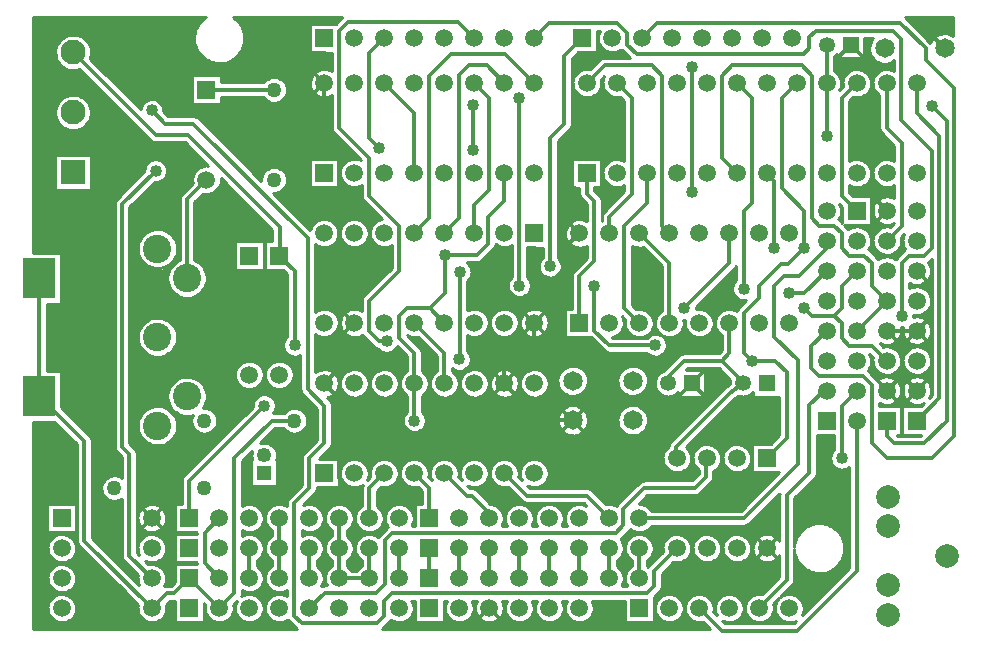
<source format=gbr>
G04 DipTrace 2.2.0.9*
%INBottom.gbr*%
%MOMM*%
%ADD10C,0.25*%
%ADD13C,0.33*%
%ADD14C,1.65*%
%ADD15R,1.35X1.35*%
%ADD16C,1.35*%
%ADD17R,1.25X1.25*%
%ADD18C,1.25*%
%ADD19R,1.5X1.5*%
%ADD20C,1.5*%
%ADD21C,2.0*%
%ADD22R,2.7X3.4*%
%ADD23C,2.4*%
%ADD24C,1.27*%
%ADD25C,1.27*%
%ADD26R,2.1X2.1*%
%ADD27C,2.1*%
%ADD28C,1.016*%
%FSLAX53Y53*%
%SFA1B1*%
%OFA0B0*%
G04*
G71*
G90*
G75*
G01*
%LNBottom*%
%LPD*%
X47625Y39370D2*
D13*
Y37625D1*
X48260Y36990D1*
Y31950D1*
X46990Y30680D1*
Y26670D1*
X52070D2*
X50800Y27940D1*
Y34925D1*
X52705Y36830D1*
Y39370D1*
X54610Y34270D2*
X53975Y34905D1*
Y47625D1*
X53105Y48495D1*
X49130D1*
X47625Y46990D1*
X52070Y34270D2*
X54610Y31730D1*
Y26670D1*
X49530Y34270D2*
Y35669D1*
X51435Y37574D1*
Y45720D1*
X50165Y46990D1*
X13970Y5080D2*
X16510Y2540D1*
X40640Y39390D2*
Y36983D1*
X39273Y35616D1*
Y33390D1*
X38319Y32436D1*
X35616D1*
X16510Y2540D2*
X17780Y3810D1*
Y15240D1*
X20955Y18415D1*
X22860D1*
X54515Y21590D2*
X54610D1*
Y22225D1*
X55880Y23495D1*
X59055D1*
X59690Y24130D1*
Y26670D1*
X33020Y21570D2*
Y18415D1*
X35560Y26690D2*
X34310Y27940D1*
X32385D1*
X31750Y27305D1*
Y25400D1*
X33020Y24130D1*
Y21570D1*
X35616Y26746D2*
X35560Y26690D1*
X60865Y21590D2*
Y21685D1*
X59055Y23495D1*
X13970Y5080D2*
X12700Y3810D1*
X12065D1*
X10795Y2540D1*
X5086Y8249D1*
Y16664D1*
X1270Y20480D1*
Y30480D1*
X67945Y46990D2*
Y42545D1*
X67958Y50244D2*
X67945Y50231D1*
Y46990D1*
X55245Y15240D2*
X55173D1*
Y16218D1*
X59736Y20781D1*
X60865Y21590D1*
X34310Y27940D2*
X35616Y29246D1*
Y32436D1*
X19050Y5080D2*
Y7620D1*
X16510Y5080D2*
X15262Y6328D1*
Y8912D1*
X16510Y10160D1*
X20320Y19685D2*
X13970Y13335D1*
Y10160D1*
X21590Y5080D2*
Y7620D1*
X24130Y5080D2*
Y7620D1*
X21590D2*
Y10160D1*
X29210D2*
Y12700D1*
X30480Y13970D1*
X26670Y5080D2*
X29210D1*
X26670D2*
Y7620D1*
X29210Y5080D2*
Y7620D1*
X26670D2*
Y10160D1*
X31750Y5080D2*
Y7620D1*
X34290D2*
Y5080D1*
X36830D2*
Y7620D1*
X39370Y5080D2*
Y7620D1*
X33020Y13970D2*
X34290Y12700D1*
Y10160D1*
X41910Y5080D2*
Y7620D1*
X44450Y5080D2*
Y7620D1*
X35560Y13970D2*
X37465Y12065D1*
X37880D1*
X39370Y10575D1*
Y10160D1*
X46990Y5080D2*
Y7620D1*
X49530Y5080D2*
Y7620D1*
X52070D2*
Y5080D1*
X67945Y33655D2*
Y33020D1*
X65620Y30695D1*
X64350D1*
X63500Y29845D1*
Y25538D1*
X65506Y23532D1*
Y14706D1*
X60960Y10160D1*
X52070D1*
X40640Y13970D2*
X42545Y12065D1*
X47625D1*
X49530Y10160D1*
X27940Y26690D2*
X26670Y27960D1*
Y40640D1*
X25400Y41910D1*
Y46990D1*
Y21570D2*
X26565Y22735D1*
Y25315D1*
X27940Y26690D1*
X46990Y34270D2*
X45720Y35540D1*
Y41275D1*
X43180Y26690D2*
X45720Y29230D1*
Y33000D1*
X46990Y34270D1*
X40640Y21570D2*
Y22860D1*
X43180Y25400D1*
Y26690D1*
X27984Y12243D2*
X26670Y13557D1*
Y20300D1*
X25400Y21570D1*
X75565Y31115D2*
X76835Y29845D1*
Y27305D1*
X75565Y26035D1*
X73025Y20955D2*
X74295Y22225D1*
Y24765D1*
X75565Y26035D1*
X73025D1*
Y36195D2*
X71755Y37465D1*
Y40005D1*
X70485Y41275D1*
X71755Y42545D1*
Y48447D1*
X69958Y50244D1*
X40640Y21570D2*
X43766Y18444D1*
X46426D1*
X4132Y49592D2*
X11112Y42612D1*
X13833D1*
X21624Y34821D1*
Y32277D1*
X21516Y32385D1*
X21590D1*
X22896Y31079D1*
Y24804D1*
X65405Y46990D2*
X64135Y45720D1*
Y38100D1*
X66040Y36195D1*
Y33020D1*
X61595Y23495D2*
X60960Y24130D1*
Y27570D1*
X62230Y28840D1*
Y29845D1*
X64062Y31677D1*
X64697D1*
X66040Y33020D1*
X61595Y23495D2*
X63598D1*
X64534Y22559D1*
Y16909D1*
X62865Y15240D1*
X35560Y21570D2*
Y24150D1*
X33020Y26690D1*
X38100Y50800D2*
X38001Y50701D1*
Y50880D1*
X36729Y52152D1*
X27387D1*
X26670Y51435D1*
Y43180D1*
X29210Y40640D1*
Y37465D1*
X31750Y34925D1*
Y31115D1*
X29210Y28575D1*
Y25963D1*
X30051Y25122D1*
X30687D1*
X70485Y46990D2*
X69215Y45720D1*
Y37465D1*
X70485Y36195D1*
X76835Y45085D2*
X78105Y43815D1*
Y18415D1*
X76200Y16510D1*
X73660D1*
X73025Y17145D1*
Y18415D1*
X38001Y45156D2*
Y41340D1*
X36828Y23592D2*
X36888D1*
Y31005D1*
X30051Y41499D2*
X29210Y42340D1*
Y49530D1*
X30480Y50800D1*
X10812Y44679D2*
X11925Y43566D1*
X14310D1*
X24007Y33869D1*
Y21078D1*
X25400Y19685D1*
Y16510D1*
X24130Y15240D1*
Y12700D1*
X22860Y11430D1*
Y1905D1*
X23495Y1270D1*
X29845D1*
X30480Y1905D1*
Y3175D1*
X31115Y3810D1*
X52705D1*
X53340Y4445D1*
Y5715D1*
X55245Y7620D1*
X62230Y2540D2*
X62163D1*
X64554Y4931D1*
Y12086D1*
X66460Y13992D1*
Y19716D1*
X67699Y20955D1*
X67945D1*
X52324Y50800D2*
X53594Y52070D1*
X74174D1*
X76318Y49926D1*
Y48972D1*
X78740Y46550D1*
Y17145D1*
X76835Y15240D1*
X73025D1*
X71755Y16510D1*
Y21435D1*
X70965Y22225D1*
X67255D1*
X66621Y22859D1*
Y24711D1*
X67945Y26035D1*
X44520Y31482D2*
Y42348D1*
X45720Y43548D1*
Y49276D1*
X47244Y50800D1*
X64770Y29210D2*
X66040D1*
X67945Y31115D1*
X70485Y18415D2*
Y5715D1*
X65406Y636D1*
X59054D1*
X57150Y2540D1*
X60897Y29574D2*
Y36132D1*
X61595Y36830D1*
Y45720D1*
X60325Y46990D1*
X73025Y23495D2*
X71755Y24765D1*
X69850D1*
X69215Y25400D1*
Y26670D1*
X68580Y27305D1*
X69215Y27940D1*
Y29845D1*
X70485Y31115D1*
X66040Y27940D2*
X66675Y27305D1*
X68580D1*
X70485Y26035D2*
X73025Y28575D1*
X71755Y29845D1*
Y31750D1*
X71120Y32385D1*
X69850D1*
X69215Y33020D1*
Y34290D1*
X68580Y34925D1*
X67310D1*
X66675Y35560D1*
Y47625D1*
X65805Y48495D1*
X59925D1*
X59055Y47625D1*
Y40640D1*
X60325Y39370D1*
X73025Y33655D2*
X74295Y34925D1*
Y41910D1*
X73025Y43180D1*
Y46990D1*
X69215Y15240D2*
Y19685D1*
X70485Y20955D1*
X75565Y46990D2*
Y44450D1*
X77470Y42545D1*
Y20320D1*
X75565Y18415D1*
X63500Y33020D2*
Y38735D1*
X62865Y39370D1*
X74295Y27305D2*
Y31750D1*
X74930Y32385D1*
X76200D1*
X76835Y33020D1*
Y41275D1*
X74251Y43859D1*
Y50721D1*
X73537Y51435D1*
X67015D1*
X66460Y50880D1*
Y49924D1*
X65985Y49449D1*
X51832D1*
X51037Y50244D1*
Y51198D1*
X50165Y52070D1*
X44450D1*
X43180Y50800D1*
X56499Y37745D2*
Y48337D1*
X33020Y39390D2*
Y44450D1*
X30480Y46990D1*
X55880Y27940D2*
X59690Y31750D1*
Y34270D1*
X38100Y34290D2*
Y36669D1*
X39370Y37939D1*
Y45720D1*
X38100Y46990D1*
X35560Y34290D2*
X36828Y35558D1*
Y47678D1*
X37645Y48495D1*
X39135D1*
X40640Y46990D1*
X33020Y34290D2*
X34290Y35560D1*
Y47625D1*
X36110Y49445D1*
X40725D1*
X43180Y46990D1*
X41910Y29845D2*
Y45720D1*
X53424Y24804D2*
X49491D1*
X48260Y26035D1*
Y29845D1*
X11130Y39591D2*
X8266Y36727D1*
Y16218D1*
X8890Y15594D1*
Y6985D1*
X10795Y5080D1*
X21145Y46416D2*
X21133Y46428D1*
X15423D1*
Y38808D2*
X13770Y37155D1*
Y30480D1*
X24130Y2540D2*
X25423Y3833D1*
X29750D1*
X30528Y4611D1*
Y8268D1*
X31164Y8904D1*
X50085D1*
X50721Y9540D1*
Y10971D1*
X52470Y12720D1*
X56763D1*
X57717Y13674D1*
Y15264D1*
X57785Y15196D1*
Y15240D1*
D28*
X67945Y42545D3*
X27984Y12243D3*
X70485Y41275D3*
X30687Y25122D3*
X38001Y45156D3*
Y41340D3*
X36828Y23592D3*
X36888Y31005D3*
X30051Y41499D3*
X10812Y44679D3*
X74295Y27305D3*
X56499Y37745D3*
Y48337D3*
X35616Y32436D3*
X33020Y18415D3*
X20320Y19685D3*
X45720Y41275D3*
X61595Y23495D3*
X22896Y24804D3*
X76835Y45085D3*
X60897Y29574D3*
X66040Y27940D3*
X63500Y33020D3*
X55880Y27940D3*
X44520Y31482D3*
X41910Y45720D3*
Y29845D3*
X48260D3*
X53424Y24804D3*
X66040Y33020D3*
X11130Y39591D3*
X64770Y29210D3*
X69215Y15240D3*
X785Y52333D2*
D10*
X15010D1*
X18010D2*
X26651D1*
X74826D2*
X78589D1*
X785Y52087D2*
X14792D1*
X18228D2*
X26405D1*
X75072D2*
X78589D1*
X785Y51840D2*
X14628D1*
X18392D2*
X24159D1*
X75318D2*
X78589D1*
X785Y51593D2*
X14510D1*
X18510D2*
X24159D1*
X75564D2*
X78589D1*
X785Y51347D2*
X14428D1*
X18592D2*
X24159D1*
X48482D2*
X48674D1*
X75814D2*
X78589D1*
X785Y51100D2*
X3964D1*
X4299D2*
X14378D1*
X18642D2*
X24159D1*
X76060D2*
X77350D1*
X785Y50853D2*
X3268D1*
X4994D2*
X14358D1*
X18662D2*
X24159D1*
X76306D2*
X76987D1*
X785Y50607D2*
X2983D1*
X5283D2*
X14366D1*
X18654D2*
X24159D1*
X71123D2*
X71706D1*
X76553D2*
X76788D1*
X785Y50360D2*
X2803D1*
X5463D2*
X14405D1*
X18615D2*
X24159D1*
X48482D2*
X48628D1*
X71123D2*
X71589D1*
X785Y50113D2*
X2686D1*
X5580D2*
X14471D1*
X18549D2*
X24159D1*
X48482D2*
X48756D1*
X71123D2*
X71526D1*
X785Y49867D2*
X2616D1*
X5646D2*
X14573D1*
X18447D2*
X24159D1*
X48482D2*
X48983D1*
X71123D2*
X71514D1*
X785Y49620D2*
X2592D1*
X5670D2*
X14714D1*
X18306D2*
X24159D1*
X48482D2*
X49471D1*
X50096D2*
X50745D1*
X71123D2*
X71549D1*
X785Y49373D2*
X2608D1*
X5654D2*
X14905D1*
X18115D2*
X26014D1*
X46732D2*
X50991D1*
X71123D2*
X71639D1*
X785Y49127D2*
X2667D1*
X5599D2*
X15171D1*
X17849D2*
X26014D1*
X46486D2*
X51237D1*
X68599D2*
X68792D1*
X71123D2*
X71792D1*
X785Y48880D2*
X2768D1*
X5760D2*
X15569D1*
X17451D2*
X26014D1*
X46373D2*
X48600D1*
X68599D2*
X72049D1*
X785Y48633D2*
X2936D1*
X6006D2*
X26014D1*
X46373D2*
X48354D1*
X68599D2*
X73596D1*
X785Y48387D2*
X3190D1*
X6252D2*
X26014D1*
X46373D2*
X48108D1*
X68599D2*
X73596D1*
X785Y48140D2*
X3674D1*
X6498D2*
X24983D1*
X25814D2*
X26014D1*
X46373D2*
X47210D1*
X68599D2*
X70069D1*
X70900D2*
X72608D1*
X73439D2*
X73600D1*
X785Y47893D2*
X4917D1*
X6748D2*
X24561D1*
X46373D2*
X46788D1*
X68783D2*
X69647D1*
X71322D2*
X72186D1*
X785Y47647D2*
X5163D1*
X6994D2*
X24354D1*
X46373D2*
X46577D1*
X68990D2*
X69440D1*
X71533D2*
X71979D1*
X785Y47400D2*
X5409D1*
X7240D2*
X14182D1*
X16662D2*
X20628D1*
X21662D2*
X24233D1*
X69115D2*
X69315D1*
X71654D2*
X71858D1*
X785Y47153D2*
X5655D1*
X7486D2*
X14182D1*
X16662D2*
X20303D1*
X21986D2*
X24171D1*
X785Y46907D2*
X5901D1*
X7732D2*
X14182D1*
X22154D2*
X24163D1*
X785Y46660D2*
X6147D1*
X7978D2*
X14182D1*
X22244D2*
X24206D1*
X48818D2*
X48968D1*
X71678D2*
X71835D1*
X785Y46413D2*
X6397D1*
X8224D2*
X14182D1*
X22271D2*
X24307D1*
X46373D2*
X46530D1*
X48721D2*
X49073D1*
X71580D2*
X71932D1*
X785Y46167D2*
X6643D1*
X8474D2*
X14182D1*
X22240D2*
X24483D1*
X46373D2*
X46706D1*
X48545D2*
X49249D1*
X71404D2*
X72108D1*
X785Y45920D2*
X3549D1*
X4717D2*
X6889D1*
X8721D2*
X14182D1*
X22150D2*
X24799D1*
X46373D2*
X47026D1*
X48224D2*
X49565D1*
X71084D2*
X72370D1*
X785Y45673D2*
X3135D1*
X5131D2*
X7135D1*
X8967D2*
X14182D1*
X16662D2*
X20307D1*
X21982D2*
X26014D1*
X46373D2*
X50565D1*
X70084D2*
X72370D1*
X785Y45427D2*
X2901D1*
X5365D2*
X7381D1*
X9213D2*
X10167D1*
X11459D2*
X14182D1*
X16662D2*
X20639D1*
X21650D2*
X26014D1*
X46373D2*
X50780D1*
X69869D2*
X72370D1*
X785Y45180D2*
X2749D1*
X5517D2*
X7628D1*
X9459D2*
X9952D1*
X11670D2*
X26014D1*
X46373D2*
X50780D1*
X69869D2*
X72370D1*
X785Y44933D2*
X2651D1*
X5611D2*
X7874D1*
X9705D2*
X9850D1*
X11775D2*
X26014D1*
X46373D2*
X50780D1*
X69869D2*
X72370D1*
X785Y44687D2*
X2604D1*
X5662D2*
X8124D1*
X11810D2*
X26014D1*
X46373D2*
X50780D1*
X69869D2*
X72370D1*
X785Y44440D2*
X2592D1*
X5670D2*
X8370D1*
X11967D2*
X26014D1*
X46373D2*
X50780D1*
X69869D2*
X72370D1*
X785Y44193D2*
X2628D1*
X5639D2*
X8616D1*
X14389D2*
X26014D1*
X46373D2*
X50780D1*
X69869D2*
X72370D1*
X785Y43947D2*
X2702D1*
X5560D2*
X8862D1*
X14846D2*
X26014D1*
X46373D2*
X50780D1*
X69869D2*
X72370D1*
X785Y43700D2*
X2827D1*
X5435D2*
X9108D1*
X15092D2*
X26014D1*
X46373D2*
X50780D1*
X69869D2*
X72370D1*
X785Y43453D2*
X3022D1*
X5240D2*
X9354D1*
X15338D2*
X26014D1*
X46369D2*
X50780D1*
X69869D2*
X72370D1*
X785Y43207D2*
X3339D1*
X4924D2*
X9600D1*
X15584D2*
X26014D1*
X46275D2*
X50780D1*
X69869D2*
X72370D1*
X785Y42960D2*
X9850D1*
X15830D2*
X26053D1*
X46049D2*
X50780D1*
X69869D2*
X72409D1*
X785Y42713D2*
X10096D1*
X16080D2*
X26221D1*
X45803D2*
X50780D1*
X69869D2*
X72577D1*
X785Y42467D2*
X10342D1*
X16326D2*
X26467D1*
X45553D2*
X50780D1*
X69869D2*
X72823D1*
X785Y42220D2*
X10589D1*
X16572D2*
X26714D1*
X45306D2*
X50780D1*
X69869D2*
X73069D1*
X785Y41973D2*
X13557D1*
X16818D2*
X26960D1*
X45174D2*
X50780D1*
X69869D2*
X73315D1*
X785Y41727D2*
X13803D1*
X17064D2*
X27210D1*
X45174D2*
X50780D1*
X69869D2*
X73561D1*
X785Y41480D2*
X14049D1*
X17310D2*
X27456D1*
X45174D2*
X50780D1*
X69869D2*
X73639D1*
X785Y41233D2*
X14296D1*
X17556D2*
X27702D1*
X45174D2*
X50780D1*
X69869D2*
X73639D1*
X785Y40987D2*
X14542D1*
X17806D2*
X27948D1*
X45174D2*
X50780D1*
X69869D2*
X73639D1*
X785Y40740D2*
X2592D1*
X5670D2*
X14788D1*
X18053D2*
X28194D1*
X45174D2*
X50780D1*
X69869D2*
X73639D1*
X785Y40493D2*
X2592D1*
X5670D2*
X10741D1*
X11517D2*
X15038D1*
X18299D2*
X24159D1*
X26639D2*
X27409D1*
X45174D2*
X46385D1*
X48865D2*
X49678D1*
X50650D2*
X50780D1*
X69869D2*
X69999D1*
X70971D2*
X72538D1*
X73514D2*
X73639D1*
X785Y40247D2*
X2592D1*
X5670D2*
X10385D1*
X11873D2*
X15284D1*
X18545D2*
X24159D1*
X26639D2*
X27053D1*
X45174D2*
X46385D1*
X48865D2*
X49299D1*
X71349D2*
X72159D1*
X785Y40000D2*
X2592D1*
X5670D2*
X10221D1*
X12037D2*
X15163D1*
X18791D2*
X24159D1*
X26639D2*
X26866D1*
X45174D2*
X46385D1*
X48865D2*
X49100D1*
X71549D2*
X71960D1*
X785Y39753D2*
X2592D1*
X5670D2*
X10147D1*
X12115D2*
X14635D1*
X19037D2*
X20581D1*
X21713D2*
X24159D1*
X45174D2*
X46385D1*
X71662D2*
X71848D1*
X785Y39507D2*
X2592D1*
X5670D2*
X10131D1*
X12123D2*
X14405D1*
X19283D2*
X20280D1*
X22010D2*
X24159D1*
X45174D2*
X46385D1*
X785Y39260D2*
X2592D1*
X5670D2*
X9885D1*
X12068D2*
X14272D1*
X19533D2*
X20124D1*
X22166D2*
X24159D1*
X45174D2*
X46385D1*
X785Y39013D2*
X2592D1*
X5670D2*
X9635D1*
X11939D2*
X14202D1*
X19779D2*
X20042D1*
X22248D2*
X24159D1*
X45174D2*
X46385D1*
X71670D2*
X71841D1*
X785Y38767D2*
X2592D1*
X5670D2*
X9389D1*
X11670D2*
X14182D1*
X22267D2*
X24159D1*
X26639D2*
X26874D1*
X45174D2*
X46385D1*
X48865D2*
X49085D1*
X71564D2*
X71944D1*
X785Y38520D2*
X2592D1*
X5670D2*
X9143D1*
X10974D2*
X14217D1*
X16627D2*
X17010D1*
X22236D2*
X24159D1*
X26639D2*
X27069D1*
X45174D2*
X46385D1*
X48865D2*
X49272D1*
X71377D2*
X72131D1*
X785Y38273D2*
X2592D1*
X5670D2*
X8897D1*
X10728D2*
X13971D1*
X16537D2*
X17256D1*
X22139D2*
X24159D1*
X26639D2*
X27436D1*
X45174D2*
X46385D1*
X48865D2*
X49616D1*
X71033D2*
X72479D1*
X785Y38027D2*
X2592D1*
X5670D2*
X8651D1*
X10482D2*
X13725D1*
X16377D2*
X17503D1*
X21955D2*
X28557D1*
X45174D2*
X46971D1*
X48279D2*
X50780D1*
X69869D2*
X73639D1*
X785Y37780D2*
X8405D1*
X10236D2*
X13479D1*
X16096D2*
X17749D1*
X21592D2*
X28557D1*
X45174D2*
X46971D1*
X48385D2*
X50725D1*
X69869D2*
X73639D1*
X785Y37533D2*
X8155D1*
X9986D2*
X13241D1*
X15064D2*
X17995D1*
X21260D2*
X28557D1*
X45174D2*
X46975D1*
X48631D2*
X50479D1*
X70060D2*
X73639D1*
X785Y37287D2*
X7909D1*
X9740D2*
X13128D1*
X14818D2*
X18245D1*
X21506D2*
X28581D1*
X45174D2*
X47069D1*
X48842D2*
X50233D1*
X71724D2*
X72467D1*
X785Y37040D2*
X7694D1*
X9494D2*
X13116D1*
X14572D2*
X18491D1*
X21752D2*
X28721D1*
X45174D2*
X47296D1*
X48912D2*
X49987D1*
X71724D2*
X72128D1*
X785Y36793D2*
X7616D1*
X9248D2*
X13116D1*
X14424D2*
X18737D1*
X21998D2*
X28967D1*
X45174D2*
X47542D1*
X48916D2*
X49737D1*
X71724D2*
X71944D1*
X785Y36547D2*
X7612D1*
X9002D2*
X13116D1*
X14424D2*
X18983D1*
X22244D2*
X29214D1*
X45174D2*
X47604D1*
X48916D2*
X49491D1*
X785Y36300D2*
X7612D1*
X8920D2*
X13116D1*
X14424D2*
X19229D1*
X22490D2*
X29460D1*
X45174D2*
X47604D1*
X48916D2*
X49245D1*
X785Y36053D2*
X7612D1*
X8920D2*
X13116D1*
X14424D2*
X19475D1*
X22740D2*
X29706D1*
X45174D2*
X47604D1*
X785Y35807D2*
X7612D1*
X8920D2*
X13116D1*
X14424D2*
X19721D1*
X22986D2*
X29952D1*
X45174D2*
X47604D1*
X69119D2*
X69245D1*
X71724D2*
X71851D1*
X785Y35560D2*
X7612D1*
X8920D2*
X13116D1*
X14424D2*
X19971D1*
X23232D2*
X30198D1*
X45174D2*
X47604D1*
X69006D2*
X69245D1*
X71724D2*
X71964D1*
X785Y35313D2*
X7612D1*
X8920D2*
X13116D1*
X14424D2*
X20217D1*
X23478D2*
X24721D1*
X26080D2*
X27260D1*
X28619D2*
X29799D1*
X45174D2*
X46342D1*
X69107D2*
X69245D1*
X71724D2*
X72163D1*
X785Y35067D2*
X7612D1*
X8920D2*
X13116D1*
X14424D2*
X20464D1*
X23724D2*
X24440D1*
X26357D2*
X26979D1*
X28900D2*
X29522D1*
X45174D2*
X46049D1*
X71724D2*
X72549D1*
X785Y34820D2*
X7612D1*
X8920D2*
X13116D1*
X14424D2*
X20710D1*
X23971D2*
X24284D1*
X26517D2*
X26823D1*
X29056D2*
X29362D1*
X45174D2*
X45881D1*
X69599D2*
X70116D1*
X70853D2*
X72655D1*
X785Y34573D2*
X7612D1*
X8920D2*
X10764D1*
X11775D2*
X13116D1*
X14424D2*
X20956D1*
X29146D2*
X29272D1*
X45174D2*
X45788D1*
X71306D2*
X72206D1*
X785Y34327D2*
X7612D1*
X8920D2*
X10268D1*
X12275D2*
X13116D1*
X14424D2*
X20967D1*
X45174D2*
X45753D1*
X71521D2*
X71987D1*
X785Y34080D2*
X7612D1*
X8920D2*
X9995D1*
X12545D2*
X13116D1*
X14424D2*
X20967D1*
X45174D2*
X45764D1*
X71646D2*
X71862D1*
X785Y33833D2*
X7612D1*
X8920D2*
X9815D1*
X12724D2*
X13116D1*
X14424D2*
X20967D1*
X26549D2*
X26788D1*
X29092D2*
X29331D1*
X45174D2*
X45831D1*
X785Y33587D2*
X7612D1*
X8920D2*
X9694D1*
X12846D2*
X13116D1*
X14424D2*
X17811D1*
X26416D2*
X26924D1*
X28955D2*
X29464D1*
X45174D2*
X45960D1*
X785Y33340D2*
X7612D1*
X8920D2*
X9620D1*
X12920D2*
X13116D1*
X14424D2*
X17811D1*
X26181D2*
X27159D1*
X28721D2*
X29698D1*
X45174D2*
X46182D1*
X71681D2*
X71828D1*
X74224D2*
X74366D1*
X785Y33093D2*
X7612D1*
X8920D2*
X9585D1*
X12955D2*
X13116D1*
X14424D2*
X17811D1*
X24662D2*
X25167D1*
X25635D2*
X27706D1*
X28174D2*
X30245D1*
X30713D2*
X31096D1*
X39853D2*
X40405D1*
X40873D2*
X41256D1*
X45174D2*
X46663D1*
X47318D2*
X47604D1*
X51455D2*
X51745D1*
X71588D2*
X71924D1*
X74127D2*
X74464D1*
X785Y32847D2*
X7612D1*
X8920D2*
X9585D1*
X12955D2*
X13116D1*
X14424D2*
X17811D1*
X24662D2*
X31096D1*
X39646D2*
X41256D1*
X42564D2*
X43866D1*
X45174D2*
X47604D1*
X51455D2*
X52577D1*
X71572D2*
X72092D1*
X73955D2*
X74475D1*
X3111Y32600D2*
X7612D1*
X8920D2*
X9624D1*
X12916D2*
X13116D1*
X14424D2*
X17811D1*
X24662D2*
X31096D1*
X39400D2*
X41256D1*
X42564D2*
X43866D1*
X45174D2*
X47604D1*
X51455D2*
X52823D1*
X71822D2*
X72397D1*
X73650D2*
X74229D1*
X3111Y32353D2*
X7612D1*
X8920D2*
X9702D1*
X12838D2*
X13116D1*
X14424D2*
X17811D1*
X24662D2*
X31096D1*
X39150D2*
X41256D1*
X42564D2*
X43866D1*
X45174D2*
X47604D1*
X51455D2*
X53073D1*
X72068D2*
X73983D1*
X3111Y32107D2*
X7612D1*
X8920D2*
X9827D1*
X12713D2*
X13116D1*
X14424D2*
X17811D1*
X24662D2*
X31096D1*
X38904D2*
X41256D1*
X42564D2*
X43749D1*
X45291D2*
X47503D1*
X51455D2*
X53319D1*
X3111Y31860D2*
X7612D1*
X8920D2*
X10014D1*
X12525D2*
X12815D1*
X14724D2*
X17811D1*
X24662D2*
X31096D1*
X38599D2*
X41256D1*
X42564D2*
X43600D1*
X45439D2*
X47256D1*
X51455D2*
X53565D1*
X76572D2*
X76815D1*
X3111Y31613D2*
X7612D1*
X8920D2*
X10296D1*
X12244D2*
X12526D1*
X15014D2*
X17811D1*
X24662D2*
X31096D1*
X37674D2*
X41256D1*
X42564D2*
X43530D1*
X45510D2*
X47006D1*
X51455D2*
X53811D1*
X3111Y31367D2*
X7612D1*
X8920D2*
X10835D1*
X11705D2*
X12335D1*
X15205D2*
X17811D1*
X24662D2*
X31085D1*
X37814D2*
X41256D1*
X42564D2*
X43530D1*
X45510D2*
X46760D1*
X51455D2*
X53956D1*
X3111Y31120D2*
X7612D1*
X8920D2*
X12210D1*
X15330D2*
X21940D1*
X24662D2*
X30839D1*
X37881D2*
X41256D1*
X42564D2*
X43592D1*
X45447D2*
X46514D1*
X51455D2*
X53956D1*
X59974D2*
X60241D1*
X3111Y30873D2*
X7612D1*
X8920D2*
X12128D1*
X15412D2*
X22186D1*
X24662D2*
X30592D1*
X37877D2*
X41256D1*
X42564D2*
X43737D1*
X45303D2*
X46366D1*
X51455D2*
X53956D1*
X59728D2*
X60241D1*
X3111Y30627D2*
X7612D1*
X8920D2*
X12089D1*
X15455D2*
X22241D1*
X24662D2*
X30346D1*
X37810D2*
X41256D1*
X42564D2*
X44030D1*
X45010D2*
X46335D1*
X51455D2*
X53956D1*
X59482D2*
X60241D1*
X3111Y30380D2*
X7612D1*
X8920D2*
X12085D1*
X15455D2*
X22241D1*
X24662D2*
X30100D1*
X37658D2*
X41073D1*
X42748D2*
X46335D1*
X51455D2*
X53956D1*
X59236D2*
X60241D1*
X76556D2*
X76815D1*
X3111Y30133D2*
X7612D1*
X8920D2*
X12116D1*
X15424D2*
X22241D1*
X24662D2*
X29854D1*
X37541D2*
X40956D1*
X42865D2*
X46335D1*
X51455D2*
X53956D1*
X58990D2*
X60077D1*
X76306D2*
X76815D1*
X3111Y29887D2*
X7612D1*
X8920D2*
X12190D1*
X15349D2*
X22241D1*
X24662D2*
X29608D1*
X37541D2*
X40913D1*
X42908D2*
X46335D1*
X51455D2*
X53956D1*
X58744D2*
X59952D1*
X74951D2*
X76815D1*
X3111Y29640D2*
X7612D1*
X8920D2*
X12307D1*
X15232D2*
X22241D1*
X24662D2*
X29358D1*
X37541D2*
X40932D1*
X42885D2*
X46335D1*
X51455D2*
X53956D1*
X58494D2*
X59901D1*
X76174D2*
X76815D1*
X3111Y29393D2*
X7612D1*
X8920D2*
X12483D1*
X15056D2*
X22241D1*
X24662D2*
X29112D1*
X37541D2*
X41022D1*
X42795D2*
X46335D1*
X51455D2*
X53956D1*
X58248D2*
X59917D1*
X76486D2*
X76815D1*
X3111Y29147D2*
X7612D1*
X8920D2*
X12749D1*
X14791D2*
X22241D1*
X24662D2*
X28866D1*
X37541D2*
X41210D1*
X42611D2*
X46335D1*
X51455D2*
X53956D1*
X58002D2*
X59999D1*
X76662D2*
X76817D1*
X3111Y28900D2*
X7612D1*
X8920D2*
X13221D1*
X14318D2*
X22241D1*
X24662D2*
X28647D1*
X37541D2*
X41655D1*
X42166D2*
X46335D1*
X51455D2*
X53956D1*
X57756D2*
X60171D1*
X3111Y28653D2*
X7612D1*
X8920D2*
X22241D1*
X24662D2*
X28561D1*
X37541D2*
X46335D1*
X51455D2*
X53956D1*
X57510D2*
X60557D1*
X3111Y28407D2*
X7612D1*
X8920D2*
X22241D1*
X24662D2*
X28557D1*
X37541D2*
X46335D1*
X51455D2*
X53956D1*
X57264D2*
X60881D1*
X1924Y28160D2*
X7612D1*
X8920D2*
X22241D1*
X24662D2*
X28557D1*
X37541D2*
X46335D1*
X51494D2*
X53956D1*
X57017D2*
X60635D1*
X1924Y27913D2*
X7612D1*
X8920D2*
X22241D1*
X24662D2*
X28557D1*
X37541D2*
X46335D1*
X51744D2*
X53956D1*
X56877D2*
X60409D1*
X76607D2*
X76815D1*
X1924Y27667D2*
X7612D1*
X8920D2*
X22241D1*
X26146D2*
X27194D1*
X38846D2*
X39893D1*
X41389D2*
X42432D1*
X43928D2*
X45749D1*
X52791D2*
X53889D1*
X57869D2*
X58971D1*
X76396D2*
X76815D1*
X1924Y27420D2*
X7612D1*
X8920D2*
X22241D1*
X26396D2*
X26944D1*
X39096D2*
X39643D1*
X41635D2*
X42182D1*
X44178D2*
X45749D1*
X53049D2*
X53631D1*
X58131D2*
X58710D1*
X75967D2*
X76815D1*
X1924Y27173D2*
X7612D1*
X8920D2*
X22241D1*
X26541D2*
X26799D1*
X39240D2*
X39503D1*
X41779D2*
X42042D1*
X44318D2*
X45749D1*
X53201D2*
X53479D1*
X58279D2*
X58561D1*
X76014D2*
X76815D1*
X1924Y26927D2*
X7612D1*
X8920D2*
X10421D1*
X12119D2*
X22241D1*
X44396D2*
X45749D1*
X76416D2*
X76815D1*
X1924Y26680D2*
X7612D1*
X8920D2*
X10092D1*
X12447D2*
X22241D1*
X44420D2*
X45749D1*
X76619D2*
X76815D1*
X1924Y26433D2*
X7612D1*
X8920D2*
X9881D1*
X12658D2*
X22241D1*
X44392D2*
X45749D1*
X1924Y26187D2*
X7612D1*
X8920D2*
X9737D1*
X12803D2*
X22241D1*
X26529D2*
X26811D1*
X39232D2*
X39510D1*
X41771D2*
X42049D1*
X44310D2*
X45749D1*
X50670D2*
X50932D1*
X53209D2*
X53471D1*
X55748D2*
X56010D1*
X58291D2*
X58549D1*
X1924Y25940D2*
X7612D1*
X8920D2*
X9643D1*
X12896D2*
X22241D1*
X26381D2*
X26960D1*
X39080D2*
X39659D1*
X41619D2*
X42198D1*
X44162D2*
X45749D1*
X50525D2*
X51073D1*
X53064D2*
X53616D1*
X55607D2*
X56155D1*
X58146D2*
X58694D1*
X1924Y25693D2*
X7612D1*
X8920D2*
X9592D1*
X12947D2*
X22241D1*
X26119D2*
X27221D1*
X38818D2*
X39921D1*
X41361D2*
X42460D1*
X43900D2*
X45749D1*
X50275D2*
X51323D1*
X52818D2*
X53006D1*
X55357D2*
X56401D1*
X57896D2*
X58944D1*
X74217D2*
X74374D1*
X1924Y25447D2*
X7612D1*
X8920D2*
X9581D1*
X12959D2*
X22139D1*
X24662D2*
X28811D1*
X32619D2*
X33346D1*
X37541D2*
X47932D1*
X49764D2*
X52671D1*
X54178D2*
X59034D1*
X74111D2*
X74479D1*
X76654D2*
X76815D1*
X1924Y25200D2*
X7612D1*
X8920D2*
X9604D1*
X12935D2*
X21983D1*
X24662D2*
X29057D1*
X32865D2*
X33596D1*
X37541D2*
X48178D1*
X54338D2*
X59034D1*
X73931D2*
X74659D1*
X76471D2*
X76815D1*
X1924Y24953D2*
X7612D1*
X8920D2*
X9667D1*
X12873D2*
X21909D1*
X24662D2*
X29303D1*
X33111D2*
X33842D1*
X37541D2*
X48424D1*
X54412D2*
X59034D1*
X73603D2*
X74987D1*
X76142D2*
X76815D1*
X1924Y24707D2*
X7612D1*
X8920D2*
X9772D1*
X12767D2*
X21905D1*
X24662D2*
X29549D1*
X33357D2*
X34089D1*
X37541D2*
X48674D1*
X54416D2*
X59034D1*
X72728D2*
X72913D1*
X73132D2*
X75456D1*
X75674D2*
X76815D1*
X1924Y24460D2*
X7612D1*
X8920D2*
X9928D1*
X12611D2*
X21960D1*
X24662D2*
X29948D1*
X31424D2*
X31776D1*
X33580D2*
X34335D1*
X37541D2*
X48921D1*
X54357D2*
X59034D1*
X73787D2*
X74803D1*
X76326D2*
X76815D1*
X1924Y24213D2*
X7612D1*
X8920D2*
X10167D1*
X12377D2*
X22096D1*
X24662D2*
X30315D1*
X31060D2*
X32022D1*
X33670D2*
X34581D1*
X37599D2*
X49249D1*
X54221D2*
X58858D1*
X74029D2*
X74561D1*
X76568D2*
X76815D1*
X1924Y23967D2*
X7612D1*
X8920D2*
X10553D1*
X11990D2*
X22378D1*
X24662D2*
X32268D1*
X33674D2*
X34827D1*
X37752D2*
X52905D1*
X53943D2*
X55436D1*
X74170D2*
X74421D1*
X1924Y23720D2*
X7612D1*
X8920D2*
X23354D1*
X24662D2*
X32366D1*
X33674D2*
X34905D1*
X37818D2*
X55190D1*
X1924Y23473D2*
X7612D1*
X8920D2*
X18772D1*
X19326D2*
X21315D1*
X21865D2*
X23354D1*
X24662D2*
X32366D1*
X33674D2*
X34905D1*
X37818D2*
X54944D1*
X1924Y23227D2*
X7612D1*
X8920D2*
X18256D1*
X19842D2*
X20799D1*
X22381D2*
X23354D1*
X24662D2*
X32366D1*
X33674D2*
X34905D1*
X37756D2*
X54698D1*
X1924Y22980D2*
X7612D1*
X8920D2*
X18030D1*
X20072D2*
X20569D1*
X22611D2*
X23354D1*
X24662D2*
X32366D1*
X33674D2*
X34905D1*
X37607D2*
X45921D1*
X46931D2*
X51003D1*
X52010D2*
X54448D1*
X71611D2*
X71901D1*
X74150D2*
X74440D1*
X76689D2*
X76815D1*
X1924Y22733D2*
X7612D1*
X8920D2*
X17897D1*
X20205D2*
X20436D1*
X22744D2*
X23354D1*
X24662D2*
X25026D1*
X25775D2*
X27565D1*
X28314D2*
X30104D1*
X30853D2*
X32366D1*
X33674D2*
X34905D1*
X36213D2*
X36345D1*
X37310D2*
X37725D1*
X38474D2*
X40264D1*
X41014D2*
X42807D1*
X43553D2*
X45530D1*
X47322D2*
X50608D1*
X52404D2*
X54202D1*
X56033D2*
X58901D1*
X71455D2*
X72053D1*
X73998D2*
X74592D1*
X76537D2*
X76815D1*
X3111Y22487D2*
X7612D1*
X8920D2*
X17827D1*
X22814D2*
X23354D1*
X26221D2*
X27120D1*
X28764D2*
X29659D1*
X31303D2*
X32198D1*
X33842D2*
X34737D1*
X36381D2*
X37280D1*
X38924D2*
X39819D1*
X41463D2*
X42358D1*
X44002D2*
X45319D1*
X47533D2*
X50401D1*
X52611D2*
X53788D1*
X57681D2*
X59147D1*
X71619D2*
X72323D1*
X73728D2*
X74862D1*
X76267D2*
X76815D1*
X3111Y22240D2*
X7612D1*
X8920D2*
X17811D1*
X22830D2*
X23354D1*
X26439D2*
X26901D1*
X28978D2*
X29440D1*
X31517D2*
X31983D1*
X34056D2*
X34522D1*
X36599D2*
X37061D1*
X39139D2*
X39600D1*
X41678D2*
X42143D1*
X44217D2*
X45194D1*
X47658D2*
X50276D1*
X52736D2*
X53553D1*
X57681D2*
X59393D1*
X71865D2*
X76815D1*
X3111Y21993D2*
X7612D1*
X8920D2*
X13053D1*
X14490D2*
X17846D1*
X20256D2*
X20385D1*
X22795D2*
X23354D1*
X26564D2*
X26776D1*
X29103D2*
X29315D1*
X31642D2*
X31858D1*
X34185D2*
X34397D1*
X36724D2*
X36936D1*
X39264D2*
X39475D1*
X41803D2*
X42018D1*
X44342D2*
X45128D1*
X47724D2*
X50210D1*
X52803D2*
X53424D1*
X57681D2*
X59639D1*
X72111D2*
X72370D1*
X73681D2*
X74909D1*
X76221D2*
X76815D1*
X3111Y21747D2*
X7612D1*
X8920D2*
X12667D1*
X14877D2*
X17936D1*
X20162D2*
X20475D1*
X22705D2*
X23354D1*
X44408D2*
X45112D1*
X47740D2*
X50190D1*
X52818D2*
X53362D1*
X57681D2*
X59710D1*
X73971D2*
X74620D1*
X76510D2*
X76815D1*
X3111Y21500D2*
X7612D1*
X8920D2*
X12428D1*
X15111D2*
X18096D1*
X20002D2*
X20639D1*
X22541D2*
X23354D1*
X44416D2*
X45143D1*
X47709D2*
X50221D1*
X52791D2*
X53354D1*
X57681D2*
X59631D1*
X74135D2*
X74456D1*
X76674D2*
X76812D1*
X3111Y21253D2*
X7612D1*
X8920D2*
X12272D1*
X15267D2*
X18385D1*
X19717D2*
X20924D1*
X22256D2*
X23354D1*
X26599D2*
X26741D1*
X29139D2*
X29284D1*
X31678D2*
X31820D1*
X34217D2*
X34362D1*
X36760D2*
X36901D1*
X39299D2*
X39444D1*
X41838D2*
X41982D1*
X44377D2*
X45225D1*
X47627D2*
X50303D1*
X52709D2*
X53401D1*
X57681D2*
X59296D1*
X74228D2*
X74362D1*
X3111Y21007D2*
X7612D1*
X8920D2*
X12167D1*
X15373D2*
X23358D1*
X26502D2*
X26839D1*
X29041D2*
X29378D1*
X31580D2*
X31921D1*
X34123D2*
X34460D1*
X36662D2*
X36999D1*
X39201D2*
X39538D1*
X41740D2*
X42081D1*
X44283D2*
X45370D1*
X47482D2*
X50452D1*
X52560D2*
X53510D1*
X57681D2*
X59046D1*
X3111Y20760D2*
X7612D1*
X8920D2*
X12104D1*
X15435D2*
X23440D1*
X26330D2*
X27010D1*
X28869D2*
X29549D1*
X31412D2*
X32089D1*
X33951D2*
X34631D1*
X36490D2*
X37171D1*
X39029D2*
X39710D1*
X41572D2*
X42249D1*
X44111D2*
X45616D1*
X47236D2*
X50694D1*
X52318D2*
X53710D1*
X57681D2*
X58799D1*
X3111Y20513D2*
X7612D1*
X8920D2*
X12081D1*
X15459D2*
X19784D1*
X20853D2*
X23655D1*
X26025D2*
X27315D1*
X28564D2*
X29854D1*
X31103D2*
X32366D1*
X33674D2*
X34936D1*
X36185D2*
X37475D1*
X38724D2*
X40014D1*
X41264D2*
X42557D1*
X43803D2*
X46174D1*
X46678D2*
X51256D1*
X51756D2*
X54116D1*
X54912D2*
X55350D1*
X57681D2*
X58553D1*
X61264D2*
X61702D1*
X74181D2*
X74409D1*
X3111Y20267D2*
X7612D1*
X8920D2*
X12092D1*
X15447D2*
X19514D1*
X21123D2*
X23901D1*
X25732D2*
X32366D1*
X33674D2*
X58307D1*
X60139D2*
X63878D1*
X74053D2*
X74538D1*
X3111Y20020D2*
X7612D1*
X8920D2*
X12143D1*
X15396D2*
X19381D1*
X21260D2*
X24151D1*
X25959D2*
X32366D1*
X33674D2*
X58061D1*
X59892D2*
X63878D1*
X73826D2*
X74764D1*
X3111Y19773D2*
X7612D1*
X8920D2*
X12237D1*
X15303D2*
X19327D1*
X21314D2*
X24397D1*
X26049D2*
X32366D1*
X33674D2*
X57811D1*
X59642D2*
X63878D1*
X72408D2*
X72717D1*
X73330D2*
X75260D1*
X75873D2*
X76006D1*
X3139Y19527D2*
X7612D1*
X8920D2*
X10628D1*
X11912D2*
X12381D1*
X15158D2*
X19245D1*
X21306D2*
X24643D1*
X26056D2*
X32366D1*
X33674D2*
X45702D1*
X47150D2*
X50780D1*
X52232D2*
X57565D1*
X59396D2*
X63878D1*
X3385Y19280D2*
X7612D1*
X8920D2*
X10206D1*
X12334D2*
X12592D1*
X15943D2*
X18999D1*
X21228D2*
X22155D1*
X23564D2*
X24745D1*
X26056D2*
X32366D1*
X33674D2*
X45421D1*
X47431D2*
X50499D1*
X52514D2*
X57319D1*
X59150D2*
X63878D1*
X3631Y19033D2*
X7612D1*
X8920D2*
X9956D1*
X12584D2*
X12921D1*
X16174D2*
X18753D1*
X23795D2*
X24745D1*
X26056D2*
X32245D1*
X33795D2*
X45253D1*
X47599D2*
X50335D1*
X52678D2*
X57073D1*
X58904D2*
X63878D1*
X3881Y18787D2*
X7612D1*
X8920D2*
X9788D1*
X12752D2*
X14178D1*
X16299D2*
X18506D1*
X23920D2*
X24745D1*
X26056D2*
X32096D1*
X33943D2*
X45159D1*
X47693D2*
X50237D1*
X52775D2*
X56827D1*
X58658D2*
X63878D1*
X4127Y18540D2*
X7612D1*
X8920D2*
X9678D1*
X12861D2*
X14124D1*
X16357D2*
X18260D1*
X23978D2*
X24745D1*
X26056D2*
X32030D1*
X34010D2*
X45116D1*
X47736D2*
X50194D1*
X52818D2*
X56581D1*
X58412D2*
X63878D1*
X785Y18293D2*
X2542D1*
X4373D2*
X7612D1*
X8920D2*
X9612D1*
X12931D2*
X14124D1*
X16357D2*
X18014D1*
X23978D2*
X24745D1*
X26056D2*
X32030D1*
X34010D2*
X45120D1*
X47732D2*
X50202D1*
X52810D2*
X56335D1*
X58162D2*
X63878D1*
X785Y18047D2*
X2788D1*
X4619D2*
X7612D1*
X8920D2*
X9581D1*
X12959D2*
X14178D1*
X16303D2*
X17764D1*
X23920D2*
X24745D1*
X26056D2*
X32096D1*
X33947D2*
X45174D1*
X47678D2*
X50253D1*
X52760D2*
X56085D1*
X57916D2*
X63878D1*
X785Y17800D2*
X3034D1*
X4865D2*
X7612D1*
X8920D2*
X9589D1*
X12951D2*
X14303D1*
X16178D2*
X17518D1*
X23795D2*
X24745D1*
X26056D2*
X32241D1*
X33799D2*
X45284D1*
X47568D2*
X50362D1*
X52650D2*
X55839D1*
X57670D2*
X63878D1*
X785Y17553D2*
X3280D1*
X5111D2*
X7612D1*
X8920D2*
X9635D1*
X12904D2*
X14530D1*
X15947D2*
X17272D1*
X21010D2*
X22151D1*
X23568D2*
X24745D1*
X26056D2*
X32546D1*
X33498D2*
X45467D1*
X47385D2*
X50549D1*
X52463D2*
X55592D1*
X57424D2*
X63878D1*
X785Y17307D2*
X3526D1*
X5357D2*
X7612D1*
X8920D2*
X9721D1*
X12818D2*
X17026D1*
X20764D2*
X24745D1*
X26056D2*
X45792D1*
X47060D2*
X50874D1*
X52139D2*
X55346D1*
X57178D2*
X63878D1*
X785Y17060D2*
X3776D1*
X5599D2*
X7612D1*
X8920D2*
X9858D1*
X12681D2*
X16780D1*
X20517D2*
X24745D1*
X26056D2*
X55100D1*
X56931D2*
X63768D1*
X67115D2*
X68561D1*
X785Y16813D2*
X4022D1*
X5724D2*
X7612D1*
X8920D2*
X10057D1*
X12482D2*
X16534D1*
X20267D2*
X24745D1*
X26056D2*
X54854D1*
X56685D2*
X63522D1*
X67115D2*
X68561D1*
X785Y16567D2*
X4268D1*
X5740D2*
X7612D1*
X8920D2*
X10366D1*
X12174D2*
X16288D1*
X20021D2*
X24542D1*
X26056D2*
X54624D1*
X56435D2*
X63276D1*
X67115D2*
X68561D1*
X785Y16320D2*
X4432D1*
X5740D2*
X7612D1*
X9080D2*
X11120D1*
X11420D2*
X16038D1*
X21025D2*
X24296D1*
X26025D2*
X54526D1*
X56189D2*
X57206D1*
X58365D2*
X59745D1*
X60904D2*
X61624D1*
X67115D2*
X68561D1*
X785Y16073D2*
X4432D1*
X5740D2*
X7628D1*
X9326D2*
X15792D1*
X21252D2*
X24049D1*
X25877D2*
X54335D1*
X56154D2*
X56878D1*
X58693D2*
X59417D1*
X61232D2*
X61624D1*
X67115D2*
X68561D1*
X785Y15827D2*
X4432D1*
X5740D2*
X7749D1*
X9502D2*
X15546D1*
X21373D2*
X23799D1*
X25631D2*
X54155D1*
X56334D2*
X56698D1*
X58873D2*
X59237D1*
X61412D2*
X61624D1*
X67115D2*
X68413D1*
X785Y15580D2*
X4432D1*
X5740D2*
X7987D1*
X9545D2*
X15299D1*
X19037D2*
X19208D1*
X21428D2*
X23577D1*
X25385D2*
X54053D1*
X56435D2*
X56592D1*
X58974D2*
X59135D1*
X67115D2*
X68280D1*
X785Y15333D2*
X4432D1*
X5740D2*
X8237D1*
X9545D2*
X15053D1*
X18787D2*
X19214D1*
X21428D2*
X23483D1*
X25139D2*
X54010D1*
X67115D2*
X68221D1*
X785Y15087D2*
X4432D1*
X5740D2*
X8237D1*
X9545D2*
X14807D1*
X18541D2*
X19276D1*
X21365D2*
X23475D1*
X26639D2*
X27436D1*
X28443D2*
X29975D1*
X30982D2*
X32518D1*
X33521D2*
X35057D1*
X36064D2*
X37596D1*
X38603D2*
X40135D1*
X41142D2*
X42678D1*
X43681D2*
X54014D1*
X67115D2*
X68229D1*
X785Y14840D2*
X4432D1*
X5740D2*
X8237D1*
X9545D2*
X14561D1*
X18435D2*
X19206D1*
X21435D2*
X23475D1*
X26639D2*
X27069D1*
X28814D2*
X29608D1*
X31353D2*
X32147D1*
X33892D2*
X34686D1*
X36431D2*
X37229D1*
X38974D2*
X39768D1*
X41514D2*
X42307D1*
X44053D2*
X54073D1*
X56416D2*
X56612D1*
X58959D2*
X59155D1*
X61498D2*
X61624D1*
X67115D2*
X68303D1*
X785Y14593D2*
X4432D1*
X5740D2*
X8237D1*
X9545D2*
X14311D1*
X18435D2*
X19206D1*
X21435D2*
X23475D1*
X26639D2*
X26874D1*
X29006D2*
X29413D1*
X31549D2*
X31952D1*
X34088D2*
X34491D1*
X36627D2*
X37034D1*
X39166D2*
X39573D1*
X41709D2*
X42112D1*
X44248D2*
X54190D1*
X56299D2*
X56733D1*
X58838D2*
X59272D1*
X61377D2*
X61624D1*
X67115D2*
X68464D1*
X785Y14347D2*
X4432D1*
X5740D2*
X8237D1*
X9545D2*
X14065D1*
X18435D2*
X19206D1*
X21435D2*
X23475D1*
X29119D2*
X29299D1*
X31658D2*
X31839D1*
X34201D2*
X34381D1*
X36740D2*
X36921D1*
X39279D2*
X39460D1*
X41818D2*
X41999D1*
X44361D2*
X54397D1*
X56092D2*
X56936D1*
X58635D2*
X59475D1*
X61174D2*
X61624D1*
X67115D2*
X68803D1*
X69623D2*
X69831D1*
X785Y14100D2*
X4432D1*
X5740D2*
X8237D1*
X9545D2*
X13819D1*
X18435D2*
X19206D1*
X21435D2*
X23475D1*
X44412D2*
X54799D1*
X55689D2*
X57061D1*
X58373D2*
X59881D1*
X60767D2*
X61624D1*
X67115D2*
X69831D1*
X785Y13853D2*
X4432D1*
X5740D2*
X8237D1*
X9545D2*
X13573D1*
X18435D2*
X19206D1*
X21435D2*
X23475D1*
X44416D2*
X56979D1*
X58373D2*
X63737D1*
X67099D2*
X69831D1*
X785Y13607D2*
X4432D1*
X5740D2*
X6971D1*
X9545D2*
X13378D1*
X18435D2*
X19206D1*
X21435D2*
X23475D1*
X31666D2*
X31833D1*
X39283D2*
X39456D1*
X44365D2*
X56733D1*
X58369D2*
X63491D1*
X66982D2*
X69831D1*
X785Y13360D2*
X4432D1*
X5740D2*
X6714D1*
X9545D2*
X13315D1*
X18435D2*
X19206D1*
X21435D2*
X23475D1*
X26639D2*
X26866D1*
X31556D2*
X31944D1*
X39174D2*
X39565D1*
X44256D2*
X56487D1*
X58287D2*
X63245D1*
X66744D2*
X69831D1*
X785Y13113D2*
X4432D1*
X5740D2*
X6577D1*
X9545D2*
X13315D1*
X18435D2*
X19206D1*
X21435D2*
X23475D1*
X26639D2*
X27053D1*
X31365D2*
X32135D1*
X38986D2*
X39753D1*
X44064D2*
X51948D1*
X58072D2*
X62999D1*
X66498D2*
X69831D1*
X785Y12867D2*
X4432D1*
X5740D2*
X6506D1*
X9545D2*
X13315D1*
X18435D2*
X23381D1*
X26639D2*
X27409D1*
X31014D2*
X32487D1*
X38635D2*
X40108D1*
X43713D2*
X51702D1*
X57826D2*
X62753D1*
X66252D2*
X69831D1*
X785Y12620D2*
X4432D1*
X5740D2*
X6499D1*
X9545D2*
X13315D1*
X18435D2*
X23135D1*
X24779D2*
X28557D1*
X30045D2*
X33456D1*
X38201D2*
X41073D1*
X47947D2*
X51456D1*
X57580D2*
X62503D1*
X66002D2*
X69831D1*
X785Y12373D2*
X4432D1*
X5740D2*
X6546D1*
X9545D2*
X13315D1*
X18435D2*
X22889D1*
X24693D2*
X28557D1*
X29865D2*
X33635D1*
X38486D2*
X41323D1*
X48232D2*
X51210D1*
X57330D2*
X62256D1*
X65756D2*
X69831D1*
X785Y12127D2*
X4432D1*
X5740D2*
X6655D1*
X9545D2*
X13315D1*
X18435D2*
X22639D1*
X24471D2*
X28557D1*
X29865D2*
X33635D1*
X38732D2*
X41569D1*
X48478D2*
X50960D1*
X56998D2*
X62010D1*
X65510D2*
X69831D1*
X785Y11880D2*
X4432D1*
X5740D2*
X6862D1*
X9545D2*
X13315D1*
X18435D2*
X22393D1*
X24224D2*
X28557D1*
X29865D2*
X33635D1*
X38982D2*
X41815D1*
X48724D2*
X50714D1*
X52545D2*
X61764D1*
X63596D2*
X63901D1*
X65264D2*
X69831D1*
X785Y11633D2*
X4432D1*
X5740D2*
X7327D1*
X7912D2*
X8237D1*
X9545D2*
X13315D1*
X18435D2*
X22241D1*
X23978D2*
X28557D1*
X29865D2*
X33635D1*
X39228D2*
X42061D1*
X48971D2*
X50467D1*
X52299D2*
X61518D1*
X63349D2*
X63901D1*
X65209D2*
X69831D1*
X785Y11387D2*
X4432D1*
X5740D2*
X8237D1*
X9545D2*
X13315D1*
X18435D2*
X22206D1*
X23732D2*
X28557D1*
X29865D2*
X33635D1*
X39474D2*
X47389D1*
X49221D2*
X50221D1*
X52053D2*
X61272D1*
X63103D2*
X63901D1*
X65209D2*
X69831D1*
X785Y11140D2*
X1936D1*
X5740D2*
X8237D1*
X9545D2*
X10053D1*
X11537D2*
X12729D1*
X19791D2*
X20846D1*
X24873D2*
X25928D1*
X27412D2*
X28467D1*
X29951D2*
X31006D1*
X32494D2*
X33049D1*
X40111D2*
X41167D1*
X42654D2*
X43706D1*
X45193D2*
X46249D1*
X52814D2*
X61026D1*
X62857D2*
X63901D1*
X65209D2*
X69831D1*
X785Y10893D2*
X1936D1*
X5740D2*
X8237D1*
X9545D2*
X9803D1*
X11787D2*
X12729D1*
X20045D2*
X20596D1*
X25123D2*
X25678D1*
X27662D2*
X28217D1*
X30205D2*
X30756D1*
X32744D2*
X33049D1*
X40365D2*
X40917D1*
X42904D2*
X43456D1*
X45443D2*
X45995D1*
X53064D2*
X60776D1*
X62607D2*
X63901D1*
X65209D2*
X69831D1*
X785Y10647D2*
X1936D1*
X5740D2*
X8237D1*
X11931D2*
X12729D1*
X20189D2*
X20452D1*
X25267D2*
X25534D1*
X27806D2*
X28073D1*
X30349D2*
X30612D1*
X32889D2*
X33049D1*
X40510D2*
X40772D1*
X43049D2*
X43311D1*
X45588D2*
X45850D1*
X62361D2*
X63901D1*
X65209D2*
X69831D1*
X785Y10400D2*
X1936D1*
X5740D2*
X8237D1*
X12010D2*
X12729D1*
X62115D2*
X63901D1*
X65209D2*
X69831D1*
X785Y10153D2*
X1936D1*
X5740D2*
X8237D1*
X12033D2*
X12729D1*
X61869D2*
X63901D1*
X65209D2*
X69831D1*
X785Y9907D2*
X1936D1*
X5740D2*
X8237D1*
X12010D2*
X12729D1*
X61623D2*
X63901D1*
X65209D2*
X69831D1*
X785Y9660D2*
X1936D1*
X5740D2*
X8237D1*
X11928D2*
X12729D1*
X20181D2*
X20460D1*
X25264D2*
X25538D1*
X27803D2*
X28077D1*
X30342D2*
X30620D1*
X32881D2*
X33049D1*
X40502D2*
X40780D1*
X43041D2*
X43319D1*
X45584D2*
X45858D1*
X61369D2*
X63901D1*
X65209D2*
X66678D1*
X67939D2*
X69831D1*
X785Y9413D2*
X1936D1*
X5740D2*
X8237D1*
X9545D2*
X9811D1*
X11779D2*
X12729D1*
X20033D2*
X20608D1*
X25111D2*
X25686D1*
X27654D2*
X28225D1*
X30193D2*
X30768D1*
X53053D2*
X63901D1*
X65209D2*
X66139D1*
X68482D2*
X69831D1*
X785Y9167D2*
X1936D1*
X5740D2*
X8237D1*
X9545D2*
X10069D1*
X11517D2*
X12729D1*
X19775D2*
X20866D1*
X24853D2*
X25944D1*
X27392D2*
X28487D1*
X29935D2*
X30510D1*
X52795D2*
X63901D1*
X65209D2*
X65823D1*
X68795D2*
X69831D1*
X785Y8920D2*
X4432D1*
X5740D2*
X8237D1*
X9545D2*
X14608D1*
X18435D2*
X20936D1*
X23514D2*
X26014D1*
X27326D2*
X30264D1*
X51017D2*
X63901D1*
X65209D2*
X65600D1*
X69021D2*
X69831D1*
X785Y8673D2*
X2546D1*
X3806D2*
X4432D1*
X5740D2*
X8237D1*
X9545D2*
X10167D1*
X11424D2*
X12729D1*
X19681D2*
X20936D1*
X24760D2*
X26014D1*
X27326D2*
X28581D1*
X29842D2*
X30022D1*
X50771D2*
X51440D1*
X52701D2*
X54616D1*
X55877D2*
X57155D1*
X58416D2*
X59694D1*
X60955D2*
X62237D1*
X63494D2*
X63901D1*
X65209D2*
X65436D1*
X69185D2*
X69831D1*
X785Y8427D2*
X2241D1*
X4107D2*
X4432D1*
X5822D2*
X8237D1*
X9545D2*
X9862D1*
X11728D2*
X12729D1*
X19982D2*
X20655D1*
X25064D2*
X25737D1*
X27603D2*
X28276D1*
X50521D2*
X51135D1*
X53002D2*
X54311D1*
X56178D2*
X56850D1*
X58717D2*
X59393D1*
X61260D2*
X61932D1*
X69303D2*
X69831D1*
X785Y8180D2*
X2073D1*
X4279D2*
X4436D1*
X6072D2*
X8237D1*
X9545D2*
X9694D1*
X11896D2*
X12729D1*
X20154D2*
X20487D1*
X25232D2*
X25569D1*
X27771D2*
X28108D1*
X50635D2*
X50967D1*
X53174D2*
X54143D1*
X56349D2*
X56682D1*
X58889D2*
X59221D1*
X61428D2*
X61760D1*
X69389D2*
X69831D1*
X785Y7933D2*
X1975D1*
X4373D2*
X4514D1*
X6318D2*
X8237D1*
X11994D2*
X12729D1*
X20248D2*
X20393D1*
X25330D2*
X25469D1*
X27869D2*
X28010D1*
X50728D2*
X50870D1*
X53267D2*
X54046D1*
X56443D2*
X56586D1*
X58982D2*
X59128D1*
X61525D2*
X61667D1*
X69439D2*
X69831D1*
X785Y7687D2*
X1936D1*
X4412D2*
X4733D1*
X6564D2*
X8237D1*
X12033D2*
X12729D1*
X53306D2*
X54006D1*
X69463D2*
X69831D1*
X785Y7440D2*
X1948D1*
X4400D2*
X4979D1*
X6810D2*
X8237D1*
X12021D2*
X12729D1*
X53295D2*
X54018D1*
X69455D2*
X69831D1*
X785Y7193D2*
X2014D1*
X4338D2*
X5225D1*
X7056D2*
X8237D1*
X11959D2*
X12729D1*
X20213D2*
X20428D1*
X25291D2*
X25506D1*
X27834D2*
X28049D1*
X50693D2*
X50909D1*
X53232D2*
X53901D1*
X56408D2*
X56624D1*
X58947D2*
X59163D1*
X61486D2*
X61702D1*
X69420D2*
X69831D1*
X785Y6947D2*
X2139D1*
X4213D2*
X5471D1*
X7303D2*
X8237D1*
X11830D2*
X12729D1*
X20088D2*
X20553D1*
X25166D2*
X25635D1*
X27705D2*
X28174D1*
X50564D2*
X51034D1*
X53107D2*
X53655D1*
X56279D2*
X56749D1*
X58822D2*
X59288D1*
X61361D2*
X61831D1*
X69353D2*
X69831D1*
X785Y6700D2*
X2358D1*
X3994D2*
X5721D1*
X7549D2*
X8303D1*
X11611D2*
X12729D1*
X19869D2*
X20772D1*
X24947D2*
X25850D1*
X27486D2*
X28393D1*
X50349D2*
X51253D1*
X52889D2*
X53409D1*
X56064D2*
X56967D1*
X58603D2*
X59506D1*
X61142D2*
X62046D1*
X63681D2*
X63901D1*
X65209D2*
X65366D1*
X69256D2*
X69831D1*
X785Y6453D2*
X2811D1*
X3537D2*
X5967D1*
X7799D2*
X8506D1*
X11158D2*
X12729D1*
X19705D2*
X20936D1*
X24783D2*
X26014D1*
X27326D2*
X28557D1*
X50185D2*
X51417D1*
X52724D2*
X53163D1*
X55607D2*
X57421D1*
X58146D2*
X59964D1*
X60689D2*
X62503D1*
X63228D2*
X63901D1*
X65209D2*
X65506D1*
X69115D2*
X69831D1*
X785Y6207D2*
X2698D1*
X3654D2*
X6214D1*
X8045D2*
X8753D1*
X11275D2*
X12729D1*
X19705D2*
X20936D1*
X24783D2*
X26014D1*
X27326D2*
X28557D1*
X50185D2*
X51417D1*
X52724D2*
X52917D1*
X54748D2*
X63901D1*
X65209D2*
X65694D1*
X68928D2*
X69831D1*
X785Y5960D2*
X2311D1*
X4037D2*
X6460D1*
X8291D2*
X8999D1*
X11658D2*
X12729D1*
X19912D2*
X20729D1*
X24994D2*
X25807D1*
X27533D2*
X28346D1*
X50392D2*
X51210D1*
X54502D2*
X63901D1*
X65209D2*
X65952D1*
X68666D2*
X69815D1*
X785Y5713D2*
X2112D1*
X4236D2*
X6706D1*
X8537D2*
X9245D1*
X11857D2*
X12729D1*
X20111D2*
X20530D1*
X25193D2*
X25608D1*
X27732D2*
X28147D1*
X50592D2*
X51010D1*
X54256D2*
X63901D1*
X65209D2*
X66339D1*
X68279D2*
X69569D1*
X785Y5467D2*
X1999D1*
X4353D2*
X6952D1*
X8783D2*
X9495D1*
X11971D2*
X12729D1*
X20228D2*
X20413D1*
X25306D2*
X25495D1*
X50705D2*
X50893D1*
X54006D2*
X63901D1*
X65209D2*
X69323D1*
X785Y5220D2*
X1944D1*
X4408D2*
X7198D1*
X9029D2*
X9565D1*
X12025D2*
X12729D1*
X53994D2*
X63901D1*
X65209D2*
X69073D1*
X785Y4973D2*
X1940D1*
X4408D2*
X7448D1*
X9275D2*
X9561D1*
X12029D2*
X12729D1*
X53994D2*
X63682D1*
X65209D2*
X68827D1*
X785Y4727D2*
X1987D1*
X4361D2*
X7694D1*
X11982D2*
X12702D1*
X20236D2*
X20401D1*
X25318D2*
X25482D1*
X50717D2*
X50881D1*
X53994D2*
X63432D1*
X65174D2*
X68581D1*
X785Y4480D2*
X2092D1*
X4256D2*
X7940D1*
X11877D2*
X12456D1*
X20131D2*
X20510D1*
X25213D2*
X25589D1*
X50611D2*
X50987D1*
X53994D2*
X63186D1*
X65017D2*
X68335D1*
X785Y4233D2*
X2280D1*
X4072D2*
X8186D1*
X19947D2*
X20694D1*
X53959D2*
X62940D1*
X64771D2*
X68089D1*
X785Y3987D2*
X2620D1*
X3728D2*
X8432D1*
X19603D2*
X21038D1*
X53799D2*
X62694D1*
X64525D2*
X67842D1*
X785Y3740D2*
X2964D1*
X3389D2*
X8678D1*
X18431D2*
X18839D1*
X19264D2*
X21378D1*
X21803D2*
X22206D1*
X53549D2*
X54397D1*
X54822D2*
X56936D1*
X57365D2*
X59475D1*
X59904D2*
X62018D1*
X64279D2*
X64557D1*
X64982D2*
X67596D1*
X785Y3493D2*
X2397D1*
X3951D2*
X8924D1*
X19826D2*
X20811D1*
X53310D2*
X53831D1*
X55389D2*
X56374D1*
X57928D2*
X58913D1*
X60467D2*
X61452D1*
X65549D2*
X67346D1*
X785Y3247D2*
X2163D1*
X4189D2*
X9174D1*
X20064D2*
X20577D1*
X53310D2*
X53596D1*
X55623D2*
X56135D1*
X58162D2*
X58678D1*
X60701D2*
X61217D1*
X65783D2*
X67100D1*
X785Y3000D2*
X2026D1*
X4326D2*
X9421D1*
X12170D2*
X12729D1*
X20201D2*
X20440D1*
X32900D2*
X33049D1*
X35529D2*
X35682D1*
X37978D2*
X38221D1*
X40517D2*
X40760D1*
X43060D2*
X43299D1*
X45599D2*
X45842D1*
X48139D2*
X50831D1*
X53310D2*
X53460D1*
X55760D2*
X56003D1*
X58299D2*
X58542D1*
X60838D2*
X61081D1*
X65920D2*
X66854D1*
X785Y2753D2*
X1956D1*
X4396D2*
X9573D1*
X12017D2*
X12729D1*
X48213D2*
X50831D1*
X65990D2*
X66608D1*
X785Y2507D2*
X1936D1*
X4416D2*
X9557D1*
X12033D2*
X12729D1*
X48228D2*
X50831D1*
X66010D2*
X66362D1*
X785Y2260D2*
X1967D1*
X4381D2*
X9589D1*
X12002D2*
X12729D1*
X17717D2*
X17845D1*
X20256D2*
X20381D1*
X40576D2*
X40706D1*
X43115D2*
X43245D1*
X45658D2*
X45784D1*
X48197D2*
X50831D1*
X60896D2*
X61022D1*
X63435D2*
X63564D1*
X65978D2*
X66116D1*
X785Y2013D2*
X2057D1*
X4295D2*
X9674D1*
X11916D2*
X12729D1*
X15209D2*
X15389D1*
X17631D2*
X17932D1*
X20170D2*
X20471D1*
X32869D2*
X33049D1*
X35529D2*
X35710D1*
X37951D2*
X38249D1*
X40490D2*
X40792D1*
X43029D2*
X43331D1*
X45568D2*
X45870D1*
X48111D2*
X50831D1*
X53310D2*
X53491D1*
X55728D2*
X56030D1*
X60810D2*
X61112D1*
X63349D2*
X63651D1*
X785Y1767D2*
X2214D1*
X4139D2*
X9835D1*
X11756D2*
X12729D1*
X15209D2*
X15549D1*
X17471D2*
X18089D1*
X20014D2*
X20628D1*
X32713D2*
X33049D1*
X35529D2*
X35870D1*
X37791D2*
X38409D1*
X40330D2*
X40948D1*
X42873D2*
X43487D1*
X45412D2*
X46030D1*
X47951D2*
X50831D1*
X53310D2*
X53647D1*
X55572D2*
X56190D1*
X60650D2*
X61268D1*
X63193D2*
X63807D1*
X785Y1520D2*
X2491D1*
X3861D2*
X10112D1*
X11478D2*
X12729D1*
X15209D2*
X15827D1*
X17193D2*
X18366D1*
X19736D2*
X20905D1*
X32435D2*
X33049D1*
X35529D2*
X36147D1*
X37514D2*
X38686D1*
X40056D2*
X41225D1*
X42596D2*
X43764D1*
X45135D2*
X46307D1*
X47674D2*
X50831D1*
X53310D2*
X53924D1*
X55295D2*
X56464D1*
X60373D2*
X61546D1*
X62916D2*
X64085D1*
X785Y1273D2*
X22577D1*
X30764D2*
X57503D1*
X59334D2*
X65128D1*
X785Y1027D2*
X22823D1*
X30517D2*
X57749D1*
X785Y780D2*
X23073D1*
X30264D2*
X57995D1*
X47710Y21658D2*
X47662Y21413D1*
X47568Y21182D1*
X47430Y20974D1*
X47256Y20795D1*
X47050Y20654D1*
X46821Y20555D1*
X46577Y20502D1*
X46327Y20497D1*
X46082Y20540D1*
X45849Y20629D1*
X45637Y20762D1*
X45455Y20933D1*
X45310Y21136D1*
X45206Y21363D1*
X45148Y21606D1*
X45138Y21855D1*
X45176Y22102D1*
X45261Y22337D1*
X45389Y22551D1*
X45557Y22736D1*
X45756Y22886D1*
X45981Y22994D1*
X46223Y23057D1*
X46472Y23072D1*
X46719Y23039D1*
X46956Y22959D1*
X47172Y22835D1*
X47361Y22672D1*
X47515Y22475D1*
X47628Y22252D1*
X47695Y22012D1*
X47716Y21783D1*
X47710Y21658D1*
X52790D2*
X52742Y21413D1*
X52648Y21182D1*
X52510Y20974D1*
X52336Y20795D1*
X52130Y20654D1*
X51901Y20555D1*
X51657Y20502D1*
X51407Y20497D1*
X51162Y20540D1*
X50929Y20629D1*
X50717Y20762D1*
X50535Y20933D1*
X50390Y21136D1*
X50286Y21363D1*
X50228Y21606D1*
X50218Y21855D1*
X50256Y22102D1*
X50341Y22337D1*
X50469Y22551D1*
X50637Y22736D1*
X50836Y22886D1*
X51061Y22994D1*
X51303Y23057D1*
X51552Y23072D1*
X51799Y23039D1*
X52036Y22959D1*
X52252Y22835D1*
X52441Y22672D1*
X52595Y22475D1*
X52708Y22252D1*
X52775Y22012D1*
X52796Y21783D1*
X52790Y21658D1*
X56005Y22730D2*
X57655D1*
Y20450D1*
X55375D1*
Y20841D1*
X55244Y20713D1*
X55144Y20639D1*
X55036Y20576D1*
X54922Y20525D1*
X54803Y20487D1*
X54680Y20462D1*
X54556Y20451D1*
X54431Y20453D1*
X54307Y20469D1*
X54185Y20499D1*
X54068Y20541D1*
X53956Y20596D1*
X53851Y20664D1*
X53753Y20742D1*
X53665Y20830D1*
X53587Y20928D1*
X53520Y21033D1*
X53465Y21146D1*
X53423Y21263D1*
X53394Y21385D1*
X53378Y21509D1*
X53376Y21634D1*
X53387Y21758D1*
X53413Y21880D1*
X53451Y21999D1*
X53502Y22113D1*
X53565Y22221D1*
X53640Y22321D1*
X53725Y22412D1*
X53820Y22494D1*
X53923Y22564D1*
X54033Y22623D1*
X54168Y22675D1*
X55435Y23940D1*
X55531Y24020D1*
X55641Y24078D1*
X55761Y24114D1*
X55880Y24125D1*
X58798D1*
X59060Y24391D1*
Y25634D1*
X58914Y25735D1*
X58822Y25820D1*
X58740Y25913D1*
X58667Y26015D1*
X58605Y26123D1*
X58555Y26238D1*
X58516Y26357D1*
X58490Y26479D1*
X58477Y26603D1*
X58476Y26728D1*
X58489Y26852D1*
X58514Y26975D1*
X58551Y27094D1*
X58601Y27209D1*
X58662Y27318D1*
X58734Y27420D1*
X58816Y27514D1*
X58907Y27599D1*
X59007Y27675D1*
X59114Y27740D1*
X59226Y27793D1*
X59344Y27835D1*
X59466Y27864D1*
X59590Y27881D1*
X59714Y27885D1*
X59839Y27876D1*
X59962Y27854D1*
X60082Y27820D1*
X60198Y27774D1*
X60345Y27692D1*
X60385Y27828D1*
X60447Y27936D1*
X60603Y28104D1*
X61130Y28631D1*
X61050Y28613D1*
X60925Y28601D1*
X60801Y28606D1*
X60677Y28626D1*
X60558Y28662D1*
X60444Y28713D1*
X60337Y28778D1*
X60240Y28857D1*
X60153Y28947D1*
X60079Y29047D1*
X60018Y29156D1*
X59972Y29272D1*
X59941Y29393D1*
X59926Y29517D1*
Y29642D1*
X59943Y29766D1*
X59976Y29887D1*
X60023Y30002D1*
X60085Y30110D1*
X60161Y30210D1*
X60270Y30316D1*
X60267Y30949D1*
X60265Y31492D1*
X60203Y31384D1*
X60047Y31216D1*
X56851Y28020D1*
X56847Y27843D1*
X56926Y27864D1*
X57050Y27881D1*
X57174Y27885D1*
X57299Y27876D1*
X57422Y27854D1*
X57542Y27820D1*
X57658Y27774D1*
X57769Y27716D1*
X57873Y27646D1*
X57970Y27567D1*
X58057Y27478D1*
X58135Y27381D1*
X58203Y27276D1*
X58260Y27164D1*
X58305Y27048D1*
X58337Y26927D1*
X58358Y26804D1*
X58365Y26670D1*
X58359Y26545D1*
X58339Y26422D1*
X58308Y26301D1*
X58264Y26184D1*
X58208Y26072D1*
X58141Y25967D1*
X58063Y25869D1*
X57976Y25779D1*
X57880Y25699D1*
X57777Y25629D1*
X57667Y25570D1*
X57551Y25523D1*
X57431Y25488D1*
X57308Y25465D1*
X57184Y25455D1*
X57059Y25458D1*
X56935Y25474D1*
X56813Y25503D1*
X56695Y25543D1*
X56582Y25596D1*
X56474Y25660D1*
X56374Y25735D1*
X56282Y25820D1*
X56200Y25913D1*
X56127Y26015D1*
X56065Y26123D1*
X56015Y26238D1*
X55976Y26357D1*
X55950Y26479D1*
X55937Y26603D1*
X55936Y26728D1*
X55949Y26852D1*
X55973Y26971D1*
X55787Y26972D1*
X55818Y26804D1*
X55825Y26670D1*
X55819Y26545D1*
X55799Y26422D1*
X55768Y26301D1*
X55724Y26184D1*
X55668Y26072D1*
X55601Y25967D1*
X55523Y25869D1*
X55436Y25779D1*
X55340Y25699D1*
X55237Y25629D1*
X55127Y25570D1*
X55011Y25523D1*
X54891Y25488D1*
X54768Y25465D1*
X54644Y25455D1*
X54519Y25458D1*
X54395Y25474D1*
X54273Y25503D1*
X54155Y25543D1*
X54042Y25596D1*
X53934Y25660D1*
X53834Y25735D1*
X53742Y25820D1*
X53660Y25913D1*
X53587Y26015D1*
X53525Y26123D1*
X53475Y26238D1*
X53436Y26357D1*
X53410Y26479D1*
X53397Y26603D1*
X53396Y26728D1*
X53409Y26852D1*
X53434Y26975D1*
X53471Y27094D1*
X53521Y27209D1*
X53582Y27318D1*
X53654Y27420D1*
X53736Y27514D1*
X53827Y27599D1*
X53984Y27709D1*
X53980Y28420D1*
Y31471D1*
X52361Y33088D1*
X52228Y33065D1*
X52104Y33055D1*
X51979Y33058D1*
X51855Y33074D1*
X51733Y33103D1*
X51615Y33143D1*
X51431Y33238D1*
X51430Y28202D1*
X51779Y27852D1*
X51970Y27881D1*
X52094Y27885D1*
X52219Y27876D1*
X52342Y27854D1*
X52462Y27820D1*
X52578Y27774D1*
X52689Y27716D1*
X52793Y27646D1*
X52890Y27567D1*
X52977Y27478D1*
X53055Y27381D1*
X53123Y27276D1*
X53180Y27164D1*
X53225Y27048D1*
X53257Y26927D1*
X53278Y26804D1*
X53285Y26670D1*
X53279Y26545D1*
X53259Y26422D1*
X53228Y26301D1*
X53184Y26184D1*
X53128Y26072D1*
X53061Y25967D1*
X52983Y25869D1*
X52896Y25779D1*
X52800Y25699D1*
X52697Y25629D1*
X52587Y25570D1*
X52471Y25523D1*
X52351Y25488D1*
X52228Y25465D1*
X52104Y25455D1*
X51979Y25458D1*
X51855Y25474D1*
X51733Y25503D1*
X51615Y25543D1*
X51502Y25596D1*
X51394Y25660D1*
X51294Y25735D1*
X51202Y25820D1*
X51120Y25913D1*
X51047Y26015D1*
X50985Y26123D1*
X50935Y26238D1*
X50896Y26357D1*
X50870Y26479D1*
X50857Y26603D1*
X50856Y26728D1*
X50890Y26956D1*
X50594Y27255D1*
X50685Y27048D1*
X50717Y26927D1*
X50738Y26804D1*
X50745Y26670D1*
X50739Y26545D1*
X50719Y26422D1*
X50688Y26301D1*
X50644Y26184D1*
X50588Y26072D1*
X50521Y25967D1*
X50443Y25869D1*
X50356Y25779D1*
X50260Y25699D1*
X50157Y25629D1*
X50047Y25570D1*
X49931Y25523D1*
X49715Y25470D1*
X49866Y25434D1*
X52688Y25440D1*
X52775Y25529D1*
X52873Y25606D1*
X52981Y25670D1*
X53095Y25720D1*
X53215Y25754D1*
X53339Y25773D1*
X53464Y25776D1*
X53588Y25763D1*
X53710Y25734D1*
X53826Y25690D1*
X53937Y25631D1*
X54038Y25559D1*
X54130Y25474D1*
X54210Y25378D1*
X54277Y25272D1*
X54330Y25159D1*
X54368Y25040D1*
X54390Y24917D1*
X54397Y24804D1*
X54389Y24679D1*
X54365Y24557D1*
X54326Y24438D1*
X54271Y24326D1*
X54203Y24221D1*
X54122Y24126D1*
X54029Y24042D1*
X53927Y23971D1*
X53816Y23913D1*
X53699Y23871D1*
X53577Y23843D1*
X53452Y23831D1*
X53328Y23836D1*
X53204Y23856D1*
X53085Y23892D1*
X52971Y23943D1*
X52864Y24008D1*
X52767Y24087D1*
X52674Y24174D1*
X49491D1*
X49367Y24186D1*
X49248Y24223D1*
X49138Y24282D1*
X49046Y24359D1*
X47949Y25455D1*
X45775D1*
Y27885D1*
X46357D1*
X46360Y28545D1*
Y30680D1*
X46372Y30804D1*
X46409Y30923D1*
X46468Y31033D1*
X46545Y31125D1*
X47630Y32211D1*
Y33235D1*
X47461Y33150D1*
X47295Y33094D1*
X47123Y33062D1*
X46949Y33056D1*
X46775Y33074D1*
X46605Y33118D1*
X46444Y33185D1*
X46294Y33274D1*
X46158Y33385D1*
X46040Y33513D1*
X45941Y33657D1*
X45864Y33814D1*
X45810Y33981D1*
X45781Y34153D1*
X45776Y34328D1*
X45797Y34502D1*
X45843Y34670D1*
X45912Y34831D1*
X46004Y34980D1*
X46116Y35114D1*
X46246Y35231D1*
X46392Y35327D1*
X46550Y35402D1*
X46717Y35454D1*
X46890Y35481D1*
X47064Y35483D1*
X47238Y35459D1*
X47406Y35412D1*
X47565Y35340D1*
X47630Y35303D1*
Y36727D1*
X47180Y37180D1*
X47100Y37276D1*
X47042Y37386D1*
X47006Y37506D1*
X46995Y37625D1*
Y38152D1*
X46410Y38155D1*
Y40585D1*
X48840D1*
Y38155D1*
X48258D1*
X48255Y37882D1*
X48705Y37435D1*
X48785Y37339D1*
X48843Y37229D1*
X48879Y37109D1*
X48890Y36990D1*
Y35299D1*
X48900Y35520D1*
Y35669D1*
X48912Y35793D1*
X48949Y35913D1*
X49008Y36023D1*
X49085Y36115D1*
X50805Y37836D1*
Y38336D1*
X50682Y38270D1*
X50566Y38223D1*
X50446Y38188D1*
X50323Y38165D1*
X50199Y38155D1*
X50074Y38158D1*
X49950Y38174D1*
X49828Y38203D1*
X49710Y38243D1*
X49597Y38296D1*
X49489Y38360D1*
X49389Y38435D1*
X49297Y38520D1*
X49215Y38613D1*
X49142Y38715D1*
X49080Y38823D1*
X49030Y38938D1*
X48991Y39057D1*
X48965Y39179D1*
X48952Y39303D1*
X48951Y39428D1*
X48964Y39552D1*
X48989Y39675D1*
X49026Y39794D1*
X49076Y39909D1*
X49137Y40018D1*
X49209Y40120D1*
X49291Y40214D1*
X49382Y40299D1*
X49482Y40375D1*
X49589Y40440D1*
X49701Y40493D1*
X49819Y40535D1*
X49941Y40564D1*
X50065Y40581D1*
X50189Y40585D1*
X50314Y40576D1*
X50437Y40554D1*
X50557Y40520D1*
X50673Y40474D1*
X50807Y40400D1*
X50805Y44574D1*
Y45461D1*
X50456Y45808D1*
X50323Y45785D1*
X50199Y45775D1*
X50074Y45778D1*
X49950Y45794D1*
X49828Y45823D1*
X49710Y45863D1*
X49597Y45916D1*
X49489Y45980D1*
X49389Y46055D1*
X49297Y46140D1*
X49215Y46233D1*
X49142Y46335D1*
X49080Y46443D1*
X49030Y46558D1*
X48991Y46677D1*
X48965Y46799D1*
X48952Y46923D1*
X48951Y47048D1*
X48964Y47172D1*
X48989Y47295D1*
X49026Y47414D1*
X49105Y47580D1*
X48805Y47279D1*
X48833Y47124D1*
X48840Y46990D1*
X48834Y46865D1*
X48814Y46742D1*
X48783Y46621D1*
X48739Y46504D1*
X48683Y46392D1*
X48616Y46287D1*
X48538Y46189D1*
X48451Y46099D1*
X48355Y46019D1*
X48252Y45949D1*
X48142Y45890D1*
X48026Y45843D1*
X47906Y45808D1*
X47783Y45785D1*
X47659Y45775D1*
X47534Y45778D1*
X47410Y45794D1*
X47288Y45823D1*
X47170Y45863D1*
X47057Y45916D1*
X46949Y45980D1*
X46849Y46055D1*
X46757Y46140D1*
X46675Y46233D1*
X46602Y46335D1*
X46540Y46443D1*
X46490Y46558D1*
X46451Y46677D1*
X46425Y46799D1*
X46412Y46923D1*
X46411Y47048D1*
X46424Y47172D1*
X46449Y47295D1*
X46486Y47414D1*
X46536Y47529D1*
X46597Y47638D1*
X46669Y47740D1*
X46751Y47834D1*
X46842Y47919D1*
X46942Y47995D1*
X47049Y48060D1*
X47161Y48113D1*
X47279Y48155D1*
X47401Y48184D1*
X47525Y48201D1*
X47649Y48205D1*
X47774Y48196D1*
X47916Y48169D1*
X48685Y48940D1*
X48781Y49020D1*
X48891Y49078D1*
X49011Y49114D1*
X49130Y49125D1*
X51267D1*
X50578Y49813D1*
X50514Y49829D1*
X50411Y49759D1*
X50301Y49700D1*
X50185Y49653D1*
X50065Y49618D1*
X49942Y49595D1*
X49818Y49585D1*
X49693Y49588D1*
X49569Y49604D1*
X49447Y49633D1*
X49329Y49673D1*
X49216Y49726D1*
X49108Y49790D1*
X49008Y49865D1*
X48916Y49950D1*
X48834Y50043D1*
X48761Y50145D1*
X48699Y50253D1*
X48649Y50368D1*
X48610Y50487D1*
X48584Y50609D1*
X48571Y50733D1*
X48570Y50858D1*
X48583Y50982D1*
X48608Y51105D1*
X48645Y51224D1*
X48750Y51437D1*
X48458Y51440D1*
X48459Y49585D1*
X46916D1*
X46350Y49015D1*
Y43548D1*
X46338Y43424D1*
X46301Y43305D1*
X46242Y43195D1*
X46165Y43103D1*
X45152Y42089D1*
X45150Y36098D1*
Y32227D1*
X45306Y32056D1*
X45373Y31950D1*
X45426Y31837D1*
X45464Y31718D1*
X45486Y31595D1*
X45493Y31482D1*
X45485Y31357D1*
X45461Y31235D1*
X45422Y31116D1*
X45367Y31004D1*
X45299Y30899D1*
X45218Y30804D1*
X45125Y30720D1*
X45023Y30649D1*
X44912Y30591D1*
X44795Y30549D1*
X44673Y30521D1*
X44548Y30509D1*
X44424Y30514D1*
X44300Y30534D1*
X44181Y30570D1*
X44067Y30621D1*
X43960Y30686D1*
X43863Y30765D1*
X43776Y30855D1*
X43702Y30955D1*
X43641Y31064D1*
X43595Y31180D1*
X43564Y31301D1*
X43549Y31425D1*
Y31550D1*
X43566Y31674D1*
X43599Y31795D1*
X43646Y31910D1*
X43708Y32018D1*
X43784Y32118D1*
X43893Y32224D1*
X43890Y32857D1*
Y33072D1*
X42645Y33075D1*
X42540D1*
Y30583D1*
X42616Y30515D1*
X42696Y30419D1*
X42763Y30313D1*
X42816Y30200D1*
X42854Y30081D1*
X42876Y29958D1*
X42883Y29845D1*
X42875Y29720D1*
X42851Y29598D1*
X42812Y29479D1*
X42757Y29367D1*
X42689Y29262D1*
X42608Y29167D1*
X42515Y29083D1*
X42413Y29012D1*
X42302Y28954D1*
X42185Y28912D1*
X42063Y28884D1*
X41938Y28872D1*
X41814Y28877D1*
X41690Y28897D1*
X41571Y28933D1*
X41457Y28984D1*
X41350Y29049D1*
X41253Y29128D1*
X41166Y29218D1*
X41092Y29318D1*
X41031Y29427D1*
X40985Y29543D1*
X40954Y29664D1*
X40939Y29788D1*
Y29913D1*
X40956Y30037D1*
X40989Y30158D1*
X41036Y30273D1*
X41098Y30381D1*
X41174Y30481D1*
X41283Y30587D1*
X41280Y31220D1*
Y33255D1*
X41157Y33190D1*
X41041Y33143D1*
X40921Y33108D1*
X40798Y33085D1*
X40674Y33075D1*
X40549Y33078D1*
X40425Y33094D1*
X40303Y33123D1*
X40185Y33163D1*
X40072Y33216D1*
X39899Y33329D1*
X39891Y33266D1*
X39854Y33147D1*
X39795Y33037D1*
X39718Y32945D1*
X38764Y31991D1*
X38668Y31911D1*
X38558Y31853D1*
X38438Y31817D1*
X38319Y31806D1*
X37440D1*
X37594Y31675D1*
X37674Y31579D1*
X37741Y31473D1*
X37794Y31360D1*
X37832Y31241D1*
X37854Y31118D1*
X37861Y31005D1*
X37853Y30880D1*
X37829Y30758D1*
X37790Y30639D1*
X37735Y30527D1*
X37667Y30422D1*
X37586Y30327D1*
X37519Y30267D1*
X37518Y27759D1*
X37636Y27813D1*
X37754Y27855D1*
X37876Y27884D1*
X38000Y27901D1*
X38124Y27905D1*
X38249Y27896D1*
X38372Y27874D1*
X38492Y27840D1*
X38608Y27794D1*
X38719Y27736D1*
X38823Y27666D1*
X38920Y27587D1*
X39007Y27498D1*
X39085Y27401D1*
X39153Y27296D1*
X39210Y27184D1*
X39255Y27068D1*
X39287Y26947D1*
X39308Y26824D1*
X39315Y26690D1*
X39309Y26565D1*
X39289Y26442D1*
X39258Y26321D1*
X39214Y26204D1*
X39158Y26092D1*
X39091Y25987D1*
X39013Y25889D1*
X38926Y25799D1*
X38830Y25719D1*
X38727Y25649D1*
X38617Y25590D1*
X38501Y25543D1*
X38381Y25508D1*
X38258Y25485D1*
X38134Y25475D1*
X38009Y25478D1*
X37885Y25494D1*
X37763Y25523D1*
X37645Y25563D1*
X37515Y25626D1*
X37518Y24380D1*
Y24275D1*
X37614Y24166D1*
X37681Y24060D1*
X37734Y23947D1*
X37772Y23828D1*
X37794Y23705D1*
X37801Y23592D1*
X37793Y23467D1*
X37769Y23345D1*
X37730Y23226D1*
X37675Y23114D1*
X37607Y23009D1*
X37526Y22914D1*
X37433Y22830D1*
X37331Y22759D1*
X37220Y22701D1*
X37103Y22659D1*
X36981Y22631D1*
X36856Y22619D1*
X36732Y22624D1*
X36608Y22644D1*
X36489Y22680D1*
X36375Y22731D1*
X36268Y22796D1*
X36192Y22857D1*
X36190Y22607D1*
X36283Y22546D1*
X36380Y22467D1*
X36467Y22378D1*
X36545Y22281D1*
X36613Y22176D1*
X36670Y22064D1*
X36715Y21948D1*
X36747Y21827D1*
X36768Y21704D1*
X36775Y21570D1*
X36769Y21445D1*
X36749Y21322D1*
X36718Y21201D1*
X36674Y21084D1*
X36618Y20972D1*
X36551Y20867D1*
X36473Y20769D1*
X36386Y20679D1*
X36290Y20599D1*
X36187Y20529D1*
X36077Y20470D1*
X35961Y20423D1*
X35841Y20388D1*
X35718Y20365D1*
X35594Y20355D1*
X35469Y20358D1*
X35345Y20374D1*
X35223Y20403D1*
X35105Y20443D1*
X34992Y20496D1*
X34884Y20560D1*
X34784Y20635D1*
X34692Y20720D1*
X34610Y20813D1*
X34537Y20915D1*
X34475Y21023D1*
X34425Y21138D1*
X34386Y21257D1*
X34360Y21379D1*
X34347Y21503D1*
X34346Y21628D1*
X34359Y21752D1*
X34384Y21875D1*
X34421Y21994D1*
X34471Y22109D1*
X34532Y22218D1*
X34604Y22320D1*
X34686Y22414D1*
X34777Y22499D1*
X34934Y22609D1*
X34930Y23320D1*
Y23886D1*
X33311Y25508D1*
X33178Y25485D1*
X33054Y25475D1*
X32929Y25478D1*
X32805Y25494D1*
X32683Y25523D1*
X32565Y25563D1*
X32381Y25658D1*
X33465Y24575D1*
X33545Y24479D1*
X33603Y24369D1*
X33639Y24249D1*
X33650Y24130D1*
Y22610D1*
X33840Y22467D1*
X33927Y22378D1*
X34005Y22281D1*
X34073Y22176D1*
X34130Y22064D1*
X34175Y21948D1*
X34207Y21827D1*
X34228Y21704D1*
X34235Y21570D1*
X34229Y21445D1*
X34209Y21322D1*
X34178Y21201D1*
X34134Y21084D1*
X34078Y20972D1*
X34011Y20867D1*
X33933Y20769D1*
X33846Y20679D1*
X33750Y20599D1*
X33650Y20531D1*
Y19160D1*
X33806Y18989D1*
X33873Y18883D1*
X33926Y18770D1*
X33964Y18651D1*
X33986Y18528D1*
X33993Y18415D1*
X33985Y18290D1*
X33961Y18168D1*
X33922Y18049D1*
X33867Y17937D1*
X33799Y17832D1*
X33718Y17737D1*
X33625Y17653D1*
X33523Y17582D1*
X33412Y17524D1*
X33295Y17482D1*
X33173Y17454D1*
X33048Y17442D1*
X32924Y17447D1*
X32800Y17467D1*
X32681Y17503D1*
X32567Y17554D1*
X32460Y17619D1*
X32363Y17698D1*
X32276Y17788D1*
X32202Y17888D1*
X32141Y17997D1*
X32095Y18113D1*
X32064Y18234D1*
X32049Y18358D1*
Y18483D1*
X32066Y18607D1*
X32099Y18728D1*
X32146Y18843D1*
X32208Y18951D1*
X32284Y19051D1*
X32393Y19157D1*
X32390Y19790D1*
Y20528D1*
X32244Y20635D1*
X32152Y20720D1*
X32070Y20813D1*
X31997Y20915D1*
X31935Y21023D1*
X31885Y21138D1*
X31846Y21257D1*
X31820Y21379D1*
X31807Y21503D1*
X31806Y21628D1*
X31819Y21752D1*
X31844Y21875D1*
X31881Y21994D1*
X31931Y22109D1*
X31992Y22218D1*
X32064Y22320D1*
X32146Y22414D1*
X32237Y22499D1*
X32394Y22609D1*
X32390Y23320D1*
Y23871D1*
X31561Y24698D1*
X31466Y24539D1*
X31385Y24444D1*
X31292Y24360D1*
X31190Y24289D1*
X31079Y24231D1*
X30962Y24189D1*
X30840Y24161D1*
X30715Y24149D1*
X30591Y24154D1*
X30467Y24174D1*
X30348Y24210D1*
X30234Y24261D1*
X30127Y24326D1*
X30030Y24405D1*
X29936Y24504D1*
X29808Y24541D1*
X29698Y24600D1*
X29606Y24677D1*
X28765Y25518D1*
X28630Y25690D1*
X28479Y25601D1*
X28317Y25535D1*
X28147Y25493D1*
X27974Y25475D1*
X27799Y25483D1*
X27627Y25516D1*
X27462Y25573D1*
X27306Y25653D1*
X27164Y25755D1*
X27038Y25876D1*
X26931Y26014D1*
X26844Y26166D1*
X26780Y26329D1*
X26740Y26499D1*
X26725Y26673D1*
X26735Y26848D1*
X26770Y27019D1*
X26830Y27183D1*
X26912Y27338D1*
X27016Y27478D1*
X27138Y27603D1*
X27278Y27709D1*
X27431Y27793D1*
X27594Y27855D1*
X27765Y27892D1*
X27939Y27905D1*
X28114Y27892D1*
X28285Y27855D1*
X28448Y27794D1*
X28580Y27723D1*
Y28575D1*
X28592Y28699D1*
X28629Y28818D1*
X28688Y28928D1*
X28765Y29020D1*
X31121Y31377D1*
X31120Y33260D1*
X30997Y33190D1*
X30881Y33143D1*
X30761Y33108D1*
X30638Y33085D1*
X30514Y33075D1*
X30389Y33078D1*
X30265Y33094D1*
X30143Y33123D1*
X30025Y33163D1*
X29912Y33216D1*
X29804Y33280D1*
X29704Y33355D1*
X29612Y33440D1*
X29530Y33533D1*
X29457Y33635D1*
X29395Y33743D1*
X29345Y33858D1*
X29306Y33977D1*
X29280Y34099D1*
X29267Y34223D1*
X29266Y34348D1*
X29279Y34472D1*
X29304Y34595D1*
X29341Y34714D1*
X29391Y34829D1*
X29452Y34938D1*
X29524Y35040D1*
X29606Y35134D1*
X29697Y35219D1*
X29797Y35295D1*
X29904Y35360D1*
X30016Y35413D1*
X30134Y35455D1*
X30298Y35490D1*
X29537Y36247D1*
X28765Y37020D1*
X28685Y37116D1*
X28627Y37226D1*
X28591Y37346D1*
X28580Y37465D1*
Y38360D1*
X28457Y38290D1*
X28341Y38243D1*
X28221Y38208D1*
X28098Y38185D1*
X27974Y38175D1*
X27849Y38178D1*
X27725Y38194D1*
X27603Y38223D1*
X27485Y38263D1*
X27372Y38316D1*
X27264Y38380D1*
X27164Y38455D1*
X27072Y38540D1*
X26990Y38633D1*
X26917Y38735D1*
X26855Y38843D1*
X26805Y38958D1*
X26766Y39077D1*
X26740Y39199D1*
X26727Y39323D1*
X26726Y39448D1*
X26739Y39572D1*
X26764Y39695D1*
X26801Y39814D1*
X26851Y39929D1*
X26912Y40038D1*
X26984Y40140D1*
X27066Y40234D1*
X27157Y40319D1*
X27257Y40395D1*
X27364Y40460D1*
X27476Y40513D1*
X27594Y40555D1*
X27716Y40584D1*
X27840Y40601D1*
X27964Y40605D1*
X28089Y40596D1*
X28212Y40574D1*
X28332Y40540D1*
X28486Y40474D1*
X26225Y42735D1*
X26145Y42831D1*
X26087Y42941D1*
X26051Y43061D1*
X26040Y43180D1*
Y45957D1*
X25894Y45880D1*
X25729Y45820D1*
X25558Y45785D1*
X25384Y45775D1*
X25209Y45790D1*
X25039Y45830D1*
X24876Y45894D1*
X24724Y45980D1*
X24586Y46088D1*
X24465Y46214D1*
X24364Y46356D1*
X24283Y46511D1*
X24226Y46677D1*
X24193Y46848D1*
X24185Y47023D1*
X24203Y47197D1*
X24245Y47367D1*
X24311Y47529D1*
X24399Y47679D1*
X24509Y47816D1*
X24637Y47935D1*
X24780Y48035D1*
X24936Y48113D1*
X25103Y48168D1*
X25275Y48199D1*
X25449Y48204D1*
X25623Y48184D1*
X25792Y48140D1*
X25953Y48072D1*
X26040Y48023D1*
Y49582D1*
X24990Y49585D1*
X24185D1*
Y52015D1*
X26361D1*
X26923Y52579D1*
X17674Y52580D1*
X17866Y52440D1*
X18049Y52270D1*
X18211Y52080D1*
X18349Y51871D1*
X18462Y51648D1*
X18548Y51414D1*
X18606Y51171D1*
X18635Y50923D1*
Y50675D1*
X18605Y50427D1*
X18547Y50184D1*
X18461Y49949D1*
X18348Y49727D1*
X18209Y49519D1*
X18048Y49328D1*
X17864Y49158D1*
X17663Y49011D1*
X17445Y48888D1*
X17215Y48792D1*
X16974Y48723D1*
X16728Y48683D1*
X16478Y48672D1*
X16229Y48690D1*
X15984Y48738D1*
X15746Y48814D1*
X15518Y48917D1*
X15304Y49046D1*
X15107Y49200D1*
X14929Y49375D1*
X14773Y49570D1*
X14641Y49782D1*
X14534Y50008D1*
X14455Y50245D1*
X14404Y50490D1*
X14383Y50739D1*
X14390Y50988D1*
X14427Y51236D1*
X14492Y51477D1*
X14585Y51709D1*
X14705Y51928D1*
X14850Y52132D1*
X15017Y52317D1*
X15205Y52481D1*
X15342Y52578D1*
X6990Y52580D1*
X760D1*
Y32646D1*
X3085Y32645D1*
Y28315D1*
X1901D1*
X1900Y22648D1*
X2830Y22645D1*
X3085D1*
Y19555D1*
X5531Y17109D1*
X5611Y17013D1*
X5669Y16903D1*
X5705Y16783D1*
X5716Y16664D1*
Y8512D1*
X9727Y4499D1*
X9660Y4648D1*
X9621Y4767D1*
X9595Y4889D1*
X9582Y5013D1*
X9581Y5138D1*
X9615Y5366D1*
X8445Y6540D1*
X8365Y6636D1*
X8307Y6746D1*
X8271Y6866D1*
X8260Y6985D1*
Y11809D1*
X8193Y11761D1*
X8083Y11702D1*
X7967Y11656D1*
X7846Y11624D1*
X7723Y11605D1*
X7598Y11600D1*
X7473Y11610D1*
X7351Y11633D1*
X7231Y11671D1*
X7117Y11722D1*
X7010Y11785D1*
X6910Y11860D1*
X6819Y11946D1*
X6739Y12042D1*
X6670Y12146D1*
X6613Y12257D1*
X6569Y12374D1*
X6539Y12495D1*
X6523Y12619D1*
X6521Y12744D1*
X6533Y12869D1*
X6559Y12991D1*
X6599Y13109D1*
X6652Y13222D1*
X6717Y13329D1*
X6794Y13427D1*
X6882Y13516D1*
X6980Y13594D1*
X7085Y13661D1*
X7198Y13716D1*
X7315Y13757D1*
X7437Y13785D1*
X7561Y13798D1*
X7686D1*
X7810Y13783D1*
X7932Y13755D1*
X8050Y13713D1*
X8162Y13657D1*
X8263Y13592D1*
X8260Y13985D1*
Y15333D1*
X7821Y15773D1*
X7741Y15869D1*
X7683Y15979D1*
X7647Y16099D1*
X7636Y16218D1*
Y36727D1*
X7648Y36851D1*
X7685Y36970D1*
X7744Y37080D1*
X7821Y37172D1*
X10160Y39512D1*
X10159Y39659D1*
X10176Y39783D1*
X10209Y39904D1*
X10256Y40019D1*
X10318Y40127D1*
X10394Y40227D1*
X10481Y40316D1*
X10579Y40393D1*
X10687Y40457D1*
X10801Y40507D1*
X10921Y40541D1*
X11045Y40560D1*
X11170Y40563D1*
X11294Y40550D1*
X11416Y40521D1*
X11532Y40477D1*
X11643Y40418D1*
X11744Y40346D1*
X11836Y40261D1*
X11916Y40165D1*
X11983Y40059D1*
X12036Y39946D1*
X12074Y39827D1*
X12096Y39704D1*
X12103Y39591D1*
X12095Y39466D1*
X12071Y39344D1*
X12032Y39225D1*
X11977Y39113D1*
X11909Y39008D1*
X11828Y38913D1*
X11735Y38829D1*
X11633Y38758D1*
X11522Y38700D1*
X11405Y38658D1*
X11283Y38630D1*
X11158Y38618D1*
X11053Y38622D1*
X8893Y36463D1*
X8896Y34602D1*
Y16481D1*
X9335Y16039D1*
X9415Y15943D1*
X9473Y15833D1*
X9509Y15713D1*
X9520Y15594D1*
Y7246D1*
X9730Y7035D1*
X9660Y7188D1*
X9621Y7307D1*
X9595Y7429D1*
X9582Y7553D1*
X9581Y7678D1*
X9594Y7802D1*
X9619Y7925D1*
X9656Y8044D1*
X9706Y8159D1*
X9767Y8268D1*
X9839Y8370D1*
X9921Y8464D1*
X10012Y8549D1*
X10112Y8625D1*
X10219Y8690D1*
X10331Y8743D1*
X10449Y8785D1*
X10571Y8814D1*
X10695Y8831D1*
X10819Y8835D1*
X10944Y8826D1*
X11067Y8804D1*
X11187Y8770D1*
X11303Y8724D1*
X11414Y8666D1*
X11518Y8596D1*
X11615Y8517D1*
X11702Y8428D1*
X11780Y8331D1*
X11848Y8226D1*
X11905Y8114D1*
X11950Y7998D1*
X11982Y7877D1*
X12003Y7754D1*
X12010Y7620D1*
X12004Y7495D1*
X11984Y7372D1*
X11953Y7251D1*
X11909Y7134D1*
X11853Y7022D1*
X11786Y6917D1*
X11708Y6819D1*
X11621Y6729D1*
X11525Y6649D1*
X11422Y6579D1*
X11312Y6520D1*
X11196Y6473D1*
X11076Y6438D1*
X10953Y6415D1*
X10829Y6405D1*
X10704Y6408D1*
X10580Y6424D1*
X10458Y6453D1*
X10340Y6493D1*
X10210Y6556D1*
X10504Y6262D1*
X10695Y6291D1*
X10819Y6295D1*
X10944Y6286D1*
X11067Y6264D1*
X11187Y6230D1*
X11303Y6184D1*
X11414Y6126D1*
X11518Y6056D1*
X11615Y5977D1*
X11702Y5888D1*
X11780Y5791D1*
X11848Y5686D1*
X11905Y5574D1*
X11950Y5458D1*
X11982Y5337D1*
X12003Y5214D1*
X12010Y5080D1*
X12004Y4955D1*
X11984Y4832D1*
X11953Y4711D1*
X11909Y4594D1*
X11853Y4482D1*
X11783Y4374D1*
X11946Y4429D1*
X12065Y4440D1*
X12436D1*
X12754Y4755D1*
X12755Y6295D1*
X14634D1*
X14632Y6337D1*
X14560Y6405D1*
X12755D1*
Y8835D1*
X14634D1*
X14633Y8931D1*
X14560Y8945D1*
X12755D1*
Y11375D1*
X13337D1*
X13340Y12035D1*
Y13335D1*
X13352Y13459D1*
X13389Y13578D1*
X13448Y13688D1*
X13525Y13780D1*
X19350Y19606D1*
X19349Y19753D1*
X19366Y19877D1*
X19399Y19998D1*
X19446Y20113D1*
X19508Y20221D1*
X19584Y20321D1*
X19671Y20410D1*
X19769Y20487D1*
X19877Y20551D1*
X19991Y20601D1*
X20111Y20635D1*
X20235Y20654D1*
X20360Y20657D1*
X20484Y20644D1*
X20606Y20615D1*
X20722Y20571D1*
X20833Y20512D1*
X20934Y20440D1*
X21026Y20355D1*
X21106Y20259D1*
X21173Y20153D1*
X21226Y20040D1*
X21264Y19921D1*
X21286Y19798D1*
X21293Y19685D1*
X21285Y19560D1*
X21261Y19438D1*
X21222Y19319D1*
X21167Y19207D1*
X21051Y19046D1*
X21959Y19045D1*
X22034Y19142D1*
X22122Y19231D1*
X22220Y19309D1*
X22325Y19376D1*
X22438Y19431D1*
X22555Y19472D1*
X22677Y19500D1*
X22801Y19513D1*
X22926D1*
X23050Y19498D1*
X23172Y19470D1*
X23290Y19428D1*
X23402Y19372D1*
X23507Y19305D1*
X23603Y19226D1*
X23691Y19136D1*
X23767Y19037D1*
X23832Y18930D1*
X23884Y18817D1*
X23923Y18698D1*
X23948Y18576D1*
X23960Y18415D1*
X23953Y18290D1*
X23932Y18167D1*
X23897Y18047D1*
X23848Y17932D1*
X23787Y17823D1*
X23714Y17722D1*
X23630Y17629D1*
X23536Y17547D1*
X23433Y17476D1*
X23323Y17417D1*
X23207Y17371D1*
X23086Y17339D1*
X22963Y17320D1*
X22838Y17315D1*
X22713Y17325D1*
X22591Y17348D1*
X22471Y17386D1*
X22357Y17437D1*
X22250Y17500D1*
X22150Y17575D1*
X22059Y17661D1*
X21959Y17786D1*
X21215Y17785D1*
X19912Y16481D1*
X20061Y16529D1*
X20184Y16551D1*
X20308Y16560D1*
X20433Y16554D1*
X20557Y16534D1*
X20677Y16500D1*
X20792Y16452D1*
X20902Y16392D1*
X21003Y16319D1*
X21096Y16235D1*
X21178Y16142D1*
X21250Y16039D1*
X21309Y15929D1*
X21355Y15813D1*
X21387Y15692D1*
X21410Y15470D1*
X21403Y15345D1*
X21381Y15222D1*
X21329Y15063D1*
X21410Y15060D1*
Y12880D1*
X19230D1*
Y15060D1*
X19312D1*
X19271Y15174D1*
X19244Y15296D1*
X19231Y15421D1*
X19233Y15546D1*
X19248Y15670D1*
X19278Y15791D1*
X19312Y15882D1*
X18409Y14978D1*
X18410Y11189D1*
X18586Y11283D1*
X18704Y11325D1*
X18826Y11354D1*
X18950Y11371D1*
X19074Y11375D1*
X19199Y11366D1*
X19322Y11344D1*
X19442Y11310D1*
X19558Y11264D1*
X19669Y11206D1*
X19773Y11136D1*
X19870Y11057D1*
X19957Y10968D1*
X20035Y10871D1*
X20103Y10766D1*
X20160Y10654D1*
X20205Y10538D1*
X20237Y10417D1*
X20258Y10294D1*
X20265Y10160D1*
X20259Y10035D1*
X20239Y9912D1*
X20208Y9791D1*
X20164Y9674D1*
X20108Y9562D1*
X20041Y9457D1*
X19963Y9359D1*
X19876Y9269D1*
X19780Y9189D1*
X19677Y9119D1*
X19567Y9060D1*
X19451Y9013D1*
X19331Y8978D1*
X19208Y8955D1*
X19084Y8945D1*
X18959Y8948D1*
X18835Y8964D1*
X18713Y8993D1*
X18595Y9033D1*
X18411Y9128D1*
X18410Y8650D1*
X18586Y8743D1*
X18704Y8785D1*
X18826Y8814D1*
X18950Y8831D1*
X19074Y8835D1*
X19199Y8826D1*
X19322Y8804D1*
X19442Y8770D1*
X19558Y8724D1*
X19669Y8666D1*
X19773Y8596D1*
X19870Y8517D1*
X19957Y8428D1*
X20035Y8331D1*
X20103Y8226D1*
X20160Y8114D1*
X20205Y7998D1*
X20237Y7877D1*
X20258Y7754D1*
X20265Y7620D1*
X20259Y7495D1*
X20239Y7372D1*
X20208Y7251D1*
X20164Y7134D1*
X20108Y7022D1*
X20041Y6917D1*
X19963Y6819D1*
X19876Y6729D1*
X19780Y6649D1*
X19680Y6581D1*
Y6116D1*
X19773Y6056D1*
X19870Y5977D1*
X19957Y5888D1*
X20035Y5791D1*
X20103Y5686D1*
X20160Y5574D1*
X20205Y5458D1*
X20237Y5337D1*
X20258Y5214D1*
X20265Y5080D1*
X20259Y4955D1*
X20239Y4832D1*
X20208Y4711D1*
X20164Y4594D1*
X20108Y4482D1*
X20041Y4377D1*
X19963Y4279D1*
X19876Y4189D1*
X19780Y4109D1*
X19677Y4039D1*
X19567Y3980D1*
X19451Y3933D1*
X19331Y3898D1*
X19208Y3875D1*
X19084Y3865D1*
X18959Y3868D1*
X18835Y3884D1*
X18713Y3913D1*
X18595Y3953D1*
X18411Y4048D1*
X18410Y3810D1*
X18398Y3686D1*
X18353Y3549D1*
X18367Y3545D1*
X18474Y3610D1*
X18586Y3663D1*
X18704Y3705D1*
X18826Y3734D1*
X18950Y3751D1*
X19074Y3755D1*
X19199Y3746D1*
X19322Y3724D1*
X19442Y3690D1*
X19558Y3644D1*
X19669Y3586D1*
X19773Y3516D1*
X19870Y3437D1*
X19957Y3348D1*
X20035Y3251D1*
X20103Y3146D1*
X20160Y3034D1*
X20205Y2918D1*
X20237Y2797D1*
X20258Y2674D1*
X20265Y2540D1*
X20259Y2415D1*
X20239Y2292D1*
X20208Y2171D1*
X20164Y2054D1*
X20108Y1942D1*
X20041Y1837D1*
X19963Y1739D1*
X19876Y1649D1*
X19780Y1569D1*
X19677Y1499D1*
X19567Y1440D1*
X19451Y1393D1*
X19331Y1358D1*
X19208Y1335D1*
X19084Y1325D1*
X18959Y1328D1*
X18835Y1344D1*
X18713Y1373D1*
X18595Y1413D1*
X18482Y1466D1*
X18374Y1530D1*
X18274Y1605D1*
X18182Y1690D1*
X18100Y1783D1*
X18027Y1885D1*
X17965Y1993D1*
X17915Y2108D1*
X17876Y2227D1*
X17850Y2349D1*
X17837Y2473D1*
X17836Y2598D1*
X17849Y2722D1*
X17874Y2845D1*
X17911Y2964D1*
X17990Y3130D1*
X17692Y2831D1*
X17718Y2674D1*
X17725Y2540D1*
X17719Y2415D1*
X17699Y2292D1*
X17668Y2171D1*
X17624Y2054D1*
X17568Y1942D1*
X17501Y1837D1*
X17423Y1739D1*
X17336Y1649D1*
X17240Y1569D1*
X17137Y1499D1*
X17027Y1440D1*
X16911Y1393D1*
X16791Y1358D1*
X16668Y1335D1*
X16544Y1325D1*
X16419Y1328D1*
X16295Y1344D1*
X16173Y1373D1*
X16055Y1413D1*
X15942Y1466D1*
X15834Y1530D1*
X15734Y1605D1*
X15642Y1690D1*
X15560Y1783D1*
X15487Y1885D1*
X15425Y1993D1*
X15375Y2108D1*
X15336Y2227D1*
X15310Y2349D1*
X15297Y2473D1*
X15296Y2598D1*
X15330Y2826D1*
X15183Y2976D1*
X15185Y1325D1*
X12755D1*
Y3180D1*
X12329D1*
X11977Y2831D1*
X12003Y2674D1*
X12010Y2540D1*
X12004Y2415D1*
X11984Y2292D1*
X11953Y2171D1*
X11909Y2054D1*
X11853Y1942D1*
X11786Y1837D1*
X11708Y1739D1*
X11621Y1649D1*
X11525Y1569D1*
X11422Y1499D1*
X11312Y1440D1*
X11196Y1393D1*
X11076Y1358D1*
X10953Y1335D1*
X10829Y1325D1*
X10704Y1328D1*
X10580Y1344D1*
X10458Y1373D1*
X10340Y1413D1*
X10227Y1466D1*
X10119Y1530D1*
X10019Y1605D1*
X9927Y1690D1*
X9845Y1783D1*
X9772Y1885D1*
X9710Y1993D1*
X9660Y2108D1*
X9621Y2227D1*
X9595Y2349D1*
X9582Y2473D1*
X9581Y2598D1*
X9615Y2826D1*
X8405Y4039D1*
X4641Y7804D1*
X4561Y7900D1*
X4503Y8010D1*
X4467Y8130D1*
X4456Y8249D1*
Y16401D1*
X2544Y18315D1*
X761D1*
X760Y760D1*
X23123D1*
X22873Y1001D1*
X22415Y1460D1*
X22325Y1573D1*
X22217Y1499D1*
X22107Y1440D1*
X21991Y1393D1*
X21871Y1358D1*
X21748Y1335D1*
X21624Y1325D1*
X21499Y1328D1*
X21375Y1344D1*
X21253Y1373D1*
X21135Y1413D1*
X21022Y1466D1*
X20914Y1530D1*
X20814Y1605D1*
X20722Y1690D1*
X20640Y1783D1*
X20567Y1885D1*
X20505Y1993D1*
X20455Y2108D1*
X20416Y2227D1*
X20390Y2349D1*
X20377Y2473D1*
X20376Y2598D1*
X20389Y2722D1*
X20414Y2845D1*
X20451Y2964D1*
X20501Y3079D1*
X20562Y3188D1*
X20634Y3290D1*
X20716Y3384D1*
X20807Y3469D1*
X20907Y3545D1*
X21014Y3610D1*
X21126Y3663D1*
X21244Y3705D1*
X21366Y3734D1*
X21490Y3751D1*
X21614Y3755D1*
X21739Y3746D1*
X21862Y3724D1*
X21982Y3690D1*
X22098Y3644D1*
X22232Y3570D1*
X22230Y4050D1*
X22107Y3980D1*
X21991Y3933D1*
X21871Y3898D1*
X21748Y3875D1*
X21624Y3865D1*
X21499Y3868D1*
X21375Y3884D1*
X21253Y3913D1*
X21135Y3953D1*
X21022Y4006D1*
X20914Y4070D1*
X20814Y4145D1*
X20722Y4230D1*
X20640Y4323D1*
X20567Y4425D1*
X20505Y4533D1*
X20455Y4648D1*
X20416Y4767D1*
X20390Y4889D1*
X20377Y5013D1*
X20376Y5138D1*
X20389Y5262D1*
X20414Y5385D1*
X20451Y5504D1*
X20501Y5619D1*
X20562Y5728D1*
X20634Y5830D1*
X20716Y5924D1*
X20807Y6009D1*
X20964Y6119D1*
X20960Y6584D1*
X20814Y6685D1*
X20722Y6770D1*
X20640Y6863D1*
X20567Y6965D1*
X20505Y7073D1*
X20455Y7188D1*
X20416Y7307D1*
X20390Y7429D1*
X20377Y7553D1*
X20376Y7678D1*
X20389Y7802D1*
X20414Y7925D1*
X20451Y8044D1*
X20501Y8159D1*
X20562Y8268D1*
X20634Y8370D1*
X20716Y8464D1*
X20807Y8549D1*
X20964Y8659D1*
X20960Y9124D1*
X20814Y9225D1*
X20722Y9310D1*
X20640Y9403D1*
X20567Y9505D1*
X20505Y9613D1*
X20455Y9728D1*
X20416Y9847D1*
X20390Y9969D1*
X20377Y10093D1*
X20376Y10218D1*
X20389Y10342D1*
X20414Y10465D1*
X20451Y10584D1*
X20501Y10699D1*
X20562Y10808D1*
X20634Y10910D1*
X20716Y11004D1*
X20807Y11089D1*
X20907Y11165D1*
X21014Y11230D1*
X21126Y11283D1*
X21244Y11325D1*
X21366Y11354D1*
X21490Y11371D1*
X21614Y11375D1*
X21739Y11366D1*
X21862Y11344D1*
X21982Y11310D1*
X22098Y11264D1*
X22232Y11190D1*
X22230Y11430D1*
X22242Y11554D1*
X22279Y11673D1*
X22338Y11783D1*
X22415Y11875D1*
X23500Y12961D1*
Y15240D1*
X23512Y15364D1*
X23549Y15483D1*
X23608Y15593D1*
X23685Y15685D1*
X24770Y16771D1*
Y19428D1*
X23629Y20565D1*
X23482Y20729D1*
X23424Y20839D1*
X23388Y20959D1*
X23377Y21078D1*
Y23957D1*
X23171Y23871D1*
X23049Y23843D1*
X22924Y23831D1*
X22800Y23836D1*
X22676Y23856D1*
X22557Y23892D1*
X22443Y23943D1*
X22336Y24008D1*
X22239Y24087D1*
X22152Y24177D1*
X22078Y24277D1*
X22017Y24386D1*
X21971Y24502D1*
X21940Y24623D1*
X21925Y24747D1*
Y24872D1*
X21942Y24996D1*
X21975Y25117D1*
X22022Y25232D1*
X22084Y25340D1*
X22160Y25440D1*
X22269Y25546D1*
X22266Y26179D1*
Y30816D1*
X21912Y31172D1*
X20375Y31170D1*
Y33600D1*
X20996D1*
X20994Y34562D1*
X16635Y38919D1*
X16632Y38683D1*
X16612Y38560D1*
X16581Y38439D1*
X16537Y38322D1*
X16481Y38210D1*
X16414Y38105D1*
X16336Y38007D1*
X16249Y37917D1*
X16153Y37837D1*
X16050Y37767D1*
X15940Y37708D1*
X15824Y37661D1*
X15704Y37626D1*
X15581Y37603D1*
X15457Y37593D1*
X15332Y37596D1*
X15135Y37629D1*
X14402Y36896D1*
X14400Y32018D1*
X14521Y31966D1*
X14735Y31837D1*
X14927Y31678D1*
X15093Y31491D1*
X15229Y31282D1*
X15333Y31054D1*
X15401Y30814D1*
X15433Y30566D1*
X15430Y30355D1*
X15393Y30108D1*
X15319Y29870D1*
X15210Y29645D1*
X15069Y29439D1*
X14899Y29256D1*
X14703Y29101D1*
X14486Y28977D1*
X14253Y28887D1*
X14010Y28832D1*
X13760Y28815D1*
X13511Y28835D1*
X13268Y28892D1*
X13036Y28985D1*
X12821Y29112D1*
X12627Y29269D1*
X12459Y29454D1*
X12320Y29661D1*
X12214Y29888D1*
X12143Y30127D1*
X12108Y30374D1*
X12111Y30624D1*
X12151Y30871D1*
X12228Y31108D1*
X12339Y31332D1*
X12483Y31536D1*
X12655Y31717D1*
X12853Y31870D1*
X13071Y31991D1*
X13140Y32020D1*
Y37155D1*
X13152Y37279D1*
X13189Y37398D1*
X13248Y37508D1*
X13325Y37600D1*
X14244Y38520D1*
X14210Y38741D1*
X14209Y38866D1*
X14222Y38990D1*
X14247Y39113D1*
X14284Y39232D1*
X14334Y39347D1*
X14395Y39456D1*
X14467Y39558D1*
X14549Y39652D1*
X14640Y39737D1*
X14740Y39813D1*
X14847Y39878D1*
X14959Y39931D1*
X15077Y39973D1*
X15199Y40002D1*
X15323Y40019D1*
X15537Y40016D1*
X13574Y41980D1*
X11112Y41982D1*
X10988Y41994D1*
X10869Y42031D1*
X10759Y42090D1*
X10667Y42167D1*
X4659Y48174D1*
X4508Y48124D1*
X4262Y48083D1*
X4012Y48082D1*
X3765Y48122D1*
X3529Y48202D1*
X3309Y48320D1*
X3111Y48473D1*
X2941Y48656D1*
X2803Y48864D1*
X2702Y49092D1*
X2639Y49334D1*
X2617Y49582D1*
X2636Y49831D1*
X2696Y50074D1*
X2794Y50303D1*
X2929Y50513D1*
X3097Y50698D1*
X3293Y50853D1*
X3512Y50974D1*
X3747Y51057D1*
X3993Y51101D1*
X4243Y51103D1*
X4489Y51064D1*
X4726Y50986D1*
X4947Y50869D1*
X5146Y50718D1*
X5317Y50536D1*
X5456Y50328D1*
X5559Y50101D1*
X5623Y49860D1*
X5647Y49611D1*
X5642Y49467D1*
X5601Y49221D1*
X5550Y49061D1*
X6522Y48093D1*
X9845Y44770D1*
X9858Y44871D1*
X9891Y44992D1*
X9938Y45107D1*
X10000Y45215D1*
X10076Y45315D1*
X10163Y45404D1*
X10261Y45481D1*
X10369Y45545D1*
X10483Y45595D1*
X10603Y45629D1*
X10727Y45648D1*
X10852Y45651D1*
X10976Y45638D1*
X11098Y45609D1*
X11214Y45565D1*
X11325Y45506D1*
X11426Y45434D1*
X11518Y45349D1*
X11598Y45253D1*
X11665Y45147D1*
X11718Y45034D1*
X11756Y44915D1*
X11778Y44792D1*
X11780Y44605D1*
X12188Y44194D1*
X14310Y44196D1*
X14434Y44184D1*
X14553Y44147D1*
X14663Y44088D1*
X14755Y44011D1*
X20050Y38716D1*
X20046Y38840D1*
X20058Y38965D1*
X20084Y39087D1*
X20124Y39205D1*
X20177Y39318D1*
X20242Y39425D1*
X20319Y39523D1*
X20407Y39612D1*
X20505Y39690D1*
X20610Y39757D1*
X20723Y39812D1*
X20840Y39853D1*
X20962Y39881D1*
X21086Y39894D1*
X21211D1*
X21335Y39879D1*
X21457Y39851D1*
X21575Y39809D1*
X21687Y39753D1*
X21792Y39686D1*
X21888Y39607D1*
X21976Y39517D1*
X22052Y39418D1*
X22117Y39311D1*
X22169Y39198D1*
X22208Y39079D1*
X22233Y38957D1*
X22245Y38796D1*
X22238Y38671D1*
X22217Y38548D1*
X22182Y38428D1*
X22133Y38313D1*
X22072Y38204D1*
X21999Y38103D1*
X21915Y38010D1*
X21821Y37928D1*
X21718Y37857D1*
X21608Y37798D1*
X21492Y37752D1*
X21371Y37720D1*
X21248Y37701D1*
X21064D1*
X24216Y34551D1*
X24261Y34714D1*
X24311Y34829D1*
X24372Y34938D1*
X24444Y35040D1*
X24526Y35134D1*
X24617Y35219D1*
X24717Y35295D1*
X24824Y35360D1*
X24936Y35413D1*
X25054Y35455D1*
X25176Y35484D1*
X25300Y35501D1*
X25424Y35505D1*
X25549Y35496D1*
X25672Y35474D1*
X25792Y35440D1*
X25908Y35394D1*
X26019Y35336D1*
X26123Y35266D1*
X26220Y35187D1*
X26307Y35098D1*
X26385Y35001D1*
X26453Y34896D1*
X26510Y34784D1*
X26555Y34668D1*
X26587Y34547D1*
X26608Y34424D1*
X26615Y34290D1*
X26609Y34165D1*
X26589Y34042D1*
X26558Y33921D1*
X26514Y33804D1*
X26458Y33692D1*
X26391Y33587D1*
X26313Y33489D1*
X26226Y33399D1*
X26130Y33319D1*
X26027Y33249D1*
X25917Y33190D1*
X25801Y33143D1*
X25681Y33108D1*
X25558Y33085D1*
X25434Y33075D1*
X25309Y33078D1*
X25185Y33094D1*
X25063Y33123D1*
X24945Y33163D1*
X24832Y33216D1*
X24634Y33348D1*
X24637Y32369D1*
Y27639D1*
X24824Y27760D1*
X24936Y27813D1*
X25054Y27855D1*
X25176Y27884D1*
X25300Y27901D1*
X25424Y27905D1*
X25549Y27896D1*
X25672Y27874D1*
X25792Y27840D1*
X25908Y27794D1*
X26019Y27736D1*
X26123Y27666D1*
X26220Y27587D1*
X26307Y27498D1*
X26385Y27401D1*
X26453Y27296D1*
X26510Y27184D1*
X26555Y27068D1*
X26587Y26947D1*
X26608Y26824D1*
X26615Y26690D1*
X26609Y26565D1*
X26589Y26442D1*
X26558Y26321D1*
X26514Y26204D1*
X26458Y26092D1*
X26391Y25987D1*
X26313Y25889D1*
X26226Y25799D1*
X26130Y25719D1*
X26027Y25649D1*
X25917Y25590D1*
X25801Y25543D1*
X25681Y25508D1*
X25558Y25485D1*
X25434Y25475D1*
X25309Y25478D1*
X25185Y25494D1*
X25063Y25523D1*
X24945Y25563D1*
X24832Y25616D1*
X24634Y25748D1*
X24637Y25369D1*
Y22514D1*
X24759Y22602D1*
X24913Y22683D1*
X25078Y22742D1*
X25250Y22776D1*
X25424Y22785D1*
X25599Y22769D1*
X25769Y22728D1*
X25931Y22663D1*
X26082Y22575D1*
X26220Y22467D1*
X26340Y22340D1*
X26441Y22197D1*
X26520Y22041D1*
X26576Y21876D1*
X26608Y21704D1*
X26614Y21520D1*
X26594Y21346D1*
X26550Y21177D1*
X26481Y21016D1*
X26391Y20867D1*
X26280Y20732D1*
X26150Y20614D1*
X26005Y20516D1*
X25848Y20440D1*
X25681Y20388D1*
X25604Y20372D1*
X25845Y20130D1*
X25925Y20034D1*
X25983Y19924D1*
X26019Y19804D1*
X26030Y19685D1*
Y16510D1*
X26018Y16386D1*
X25981Y16267D1*
X25922Y16157D1*
X25845Y16065D1*
X24964Y15183D1*
X26615Y15185D1*
Y12755D1*
X24760D1*
X24748Y12576D1*
X24711Y12457D1*
X24652Y12347D1*
X24575Y12255D1*
X23554Y11230D1*
X23666Y11283D1*
X23784Y11325D1*
X23906Y11354D1*
X24030Y11371D1*
X24154Y11375D1*
X24279Y11366D1*
X24402Y11344D1*
X24522Y11310D1*
X24638Y11264D1*
X24749Y11206D1*
X24853Y11136D1*
X24950Y11057D1*
X25037Y10968D1*
X25115Y10871D1*
X25183Y10766D1*
X25240Y10654D1*
X25285Y10538D1*
X25317Y10417D1*
X25338Y10294D1*
X25345Y10160D1*
X25339Y10035D1*
X25319Y9912D1*
X25288Y9791D1*
X25244Y9674D1*
X25188Y9562D1*
X25121Y9457D1*
X25043Y9359D1*
X24956Y9269D1*
X24860Y9189D1*
X24757Y9119D1*
X24647Y9060D1*
X24531Y9013D1*
X24411Y8978D1*
X24288Y8955D1*
X24164Y8945D1*
X24039Y8948D1*
X23915Y8964D1*
X23793Y8993D1*
X23675Y9033D1*
X23491Y9128D1*
X23490Y8653D1*
X23666Y8743D1*
X23784Y8785D1*
X23906Y8814D1*
X24030Y8831D1*
X24154Y8835D1*
X24279Y8826D1*
X24402Y8804D1*
X24522Y8770D1*
X24638Y8724D1*
X24749Y8666D1*
X24853Y8596D1*
X24950Y8517D1*
X25037Y8428D1*
X25115Y8331D1*
X25183Y8226D1*
X25240Y8114D1*
X25285Y7998D1*
X25317Y7877D1*
X25338Y7754D1*
X25345Y7620D1*
X25339Y7495D1*
X25319Y7372D1*
X25288Y7251D1*
X25244Y7134D1*
X25188Y7022D1*
X25121Y6917D1*
X25043Y6819D1*
X24956Y6729D1*
X24860Y6649D1*
X24760Y6581D1*
Y6116D1*
X24853Y6056D1*
X24950Y5977D1*
X25037Y5888D1*
X25115Y5791D1*
X25183Y5686D1*
X25240Y5574D1*
X25285Y5458D1*
X25317Y5337D1*
X25338Y5214D1*
X25345Y5080D1*
X25339Y4955D1*
X25319Y4832D1*
X25288Y4711D1*
X25244Y4594D1*
X25131Y4393D1*
X25304Y4452D1*
X25423Y4463D1*
X25622D1*
X25535Y4648D1*
X25496Y4767D1*
X25470Y4889D1*
X25457Y5013D1*
X25456Y5138D1*
X25469Y5262D1*
X25494Y5385D1*
X25531Y5504D1*
X25581Y5619D1*
X25642Y5728D1*
X25714Y5830D1*
X25796Y5924D1*
X25887Y6009D1*
X26044Y6119D1*
X26040Y6584D1*
X25894Y6685D1*
X25802Y6770D1*
X25720Y6863D1*
X25647Y6965D1*
X25585Y7073D1*
X25535Y7188D1*
X25496Y7307D1*
X25470Y7429D1*
X25457Y7553D1*
X25456Y7678D1*
X25469Y7802D1*
X25494Y7925D1*
X25531Y8044D1*
X25581Y8159D1*
X25642Y8268D1*
X25714Y8370D1*
X25796Y8464D1*
X25887Y8549D1*
X26044Y8659D1*
X26040Y9124D1*
X25894Y9225D1*
X25802Y9310D1*
X25720Y9403D1*
X25647Y9505D1*
X25585Y9613D1*
X25535Y9728D1*
X25496Y9847D1*
X25470Y9969D1*
X25457Y10093D1*
X25456Y10218D1*
X25469Y10342D1*
X25494Y10465D1*
X25531Y10584D1*
X25581Y10699D1*
X25642Y10808D1*
X25714Y10910D1*
X25796Y11004D1*
X25887Y11089D1*
X25987Y11165D1*
X26094Y11230D1*
X26206Y11283D1*
X26324Y11325D1*
X26446Y11354D1*
X26570Y11371D1*
X26694Y11375D1*
X26819Y11366D1*
X26942Y11344D1*
X27062Y11310D1*
X27178Y11264D1*
X27289Y11206D1*
X27393Y11136D1*
X27490Y11057D1*
X27577Y10968D1*
X27655Y10871D1*
X27723Y10766D1*
X27780Y10654D1*
X27825Y10538D1*
X27857Y10417D1*
X27878Y10294D1*
X27885Y10160D1*
X27879Y10035D1*
X27859Y9912D1*
X27828Y9791D1*
X27784Y9674D1*
X27728Y9562D1*
X27661Y9457D1*
X27583Y9359D1*
X27496Y9269D1*
X27400Y9189D1*
X27300Y9121D1*
Y8656D1*
X27393Y8596D1*
X27490Y8517D1*
X27577Y8428D1*
X27655Y8331D1*
X27723Y8226D1*
X27780Y8114D1*
X27825Y7998D1*
X27857Y7877D1*
X27878Y7754D1*
X27885Y7620D1*
X27879Y7495D1*
X27859Y7372D1*
X27828Y7251D1*
X27784Y7134D1*
X27728Y7022D1*
X27661Y6917D1*
X27583Y6819D1*
X27496Y6729D1*
X27400Y6649D1*
X27300Y6581D1*
Y6116D1*
X27393Y6056D1*
X27490Y5977D1*
X27577Y5888D1*
X27708Y5709D1*
X28174Y5710D1*
X28254Y5830D1*
X28336Y5924D1*
X28427Y6009D1*
X28584Y6119D1*
X28580Y6584D1*
X28434Y6685D1*
X28342Y6770D1*
X28260Y6863D1*
X28187Y6965D1*
X28125Y7073D1*
X28075Y7188D1*
X28036Y7307D1*
X28010Y7429D1*
X27997Y7553D1*
X27996Y7678D1*
X28009Y7802D1*
X28034Y7925D1*
X28071Y8044D1*
X28121Y8159D1*
X28182Y8268D1*
X28254Y8370D1*
X28336Y8464D1*
X28427Y8549D1*
X28527Y8625D1*
X28634Y8690D1*
X28746Y8743D1*
X28864Y8785D1*
X28986Y8814D1*
X29110Y8831D1*
X29234Y8835D1*
X29359Y8826D1*
X29482Y8804D1*
X29602Y8770D1*
X29718Y8724D1*
X29829Y8666D1*
X29972Y8564D1*
X30006Y8621D1*
X30083Y8713D1*
X30733Y9363D1*
X30727Y9505D1*
X30665Y9613D1*
X30615Y9728D1*
X30576Y9847D1*
X30550Y9969D1*
X30537Y10093D1*
X30536Y10218D1*
X30549Y10342D1*
X30574Y10465D1*
X30611Y10584D1*
X30661Y10699D1*
X30722Y10808D1*
X30794Y10910D1*
X30876Y11004D1*
X30967Y11089D1*
X31067Y11165D1*
X31174Y11230D1*
X31286Y11283D1*
X31404Y11325D1*
X31526Y11354D1*
X31650Y11371D1*
X31774Y11375D1*
X31899Y11366D1*
X32022Y11344D1*
X32142Y11310D1*
X32258Y11264D1*
X32369Y11206D1*
X32473Y11136D1*
X32570Y11057D1*
X32657Y10968D1*
X32735Y10871D1*
X32803Y10766D1*
X32860Y10654D1*
X32905Y10538D1*
X32937Y10417D1*
X32958Y10294D1*
X32965Y10160D1*
X32959Y10035D1*
X32939Y9912D1*
X32908Y9791D1*
X32864Y9674D1*
X32789Y9533D1*
X33074Y9534D1*
X33075Y11375D1*
X33657D1*
X33660Y12035D1*
Y12437D1*
X33311Y12788D1*
X33178Y12765D1*
X33054Y12755D1*
X32929Y12758D1*
X32805Y12774D1*
X32683Y12803D1*
X32565Y12843D1*
X32452Y12896D1*
X32344Y12960D1*
X32244Y13035D1*
X32152Y13120D1*
X32070Y13213D1*
X31997Y13315D1*
X31935Y13423D1*
X31885Y13538D1*
X31846Y13657D1*
X31820Y13779D1*
X31807Y13903D1*
X31806Y14028D1*
X31819Y14152D1*
X31844Y14275D1*
X31881Y14394D1*
X31931Y14509D1*
X31992Y14618D1*
X32064Y14720D1*
X32146Y14814D1*
X32237Y14899D1*
X32337Y14975D1*
X32444Y15040D1*
X32556Y15093D1*
X32674Y15135D1*
X32796Y15164D1*
X32920Y15181D1*
X33044Y15185D1*
X33169Y15176D1*
X33292Y15154D1*
X33412Y15120D1*
X33528Y15074D1*
X33639Y15016D1*
X33743Y14946D1*
X33840Y14867D1*
X33927Y14778D1*
X34005Y14681D1*
X34073Y14576D1*
X34130Y14464D1*
X34175Y14348D1*
X34207Y14227D1*
X34228Y14104D1*
X34235Y13970D1*
X34229Y13845D1*
X34198Y13680D1*
X34496Y13385D1*
X34425Y13538D1*
X34386Y13657D1*
X34360Y13779D1*
X34347Y13903D1*
X34346Y14028D1*
X34359Y14152D1*
X34384Y14275D1*
X34421Y14394D1*
X34471Y14509D1*
X34532Y14618D1*
X34604Y14720D1*
X34686Y14814D1*
X34777Y14899D1*
X34877Y14975D1*
X34984Y15040D1*
X35096Y15093D1*
X35214Y15135D1*
X35336Y15164D1*
X35460Y15181D1*
X35584Y15185D1*
X35709Y15176D1*
X35832Y15154D1*
X35952Y15120D1*
X36068Y15074D1*
X36179Y15016D1*
X36283Y14946D1*
X36380Y14867D1*
X36467Y14778D1*
X36545Y14681D1*
X36613Y14576D1*
X36670Y14464D1*
X36715Y14348D1*
X36747Y14227D1*
X36768Y14104D1*
X36775Y13970D1*
X36769Y13845D1*
X36738Y13680D1*
X37036Y13385D1*
X36965Y13538D1*
X36926Y13657D1*
X36900Y13779D1*
X36887Y13903D1*
X36886Y14028D1*
X36899Y14152D1*
X36924Y14275D1*
X36961Y14394D1*
X37011Y14509D1*
X37072Y14618D1*
X37144Y14720D1*
X37226Y14814D1*
X37317Y14899D1*
X37417Y14975D1*
X37524Y15040D1*
X37636Y15093D1*
X37754Y15135D1*
X37876Y15164D1*
X38000Y15181D1*
X38124Y15185D1*
X38249Y15176D1*
X38372Y15154D1*
X38492Y15120D1*
X38608Y15074D1*
X38719Y15016D1*
X38823Y14946D1*
X38920Y14867D1*
X39007Y14778D1*
X39085Y14681D1*
X39153Y14576D1*
X39210Y14464D1*
X39255Y14348D1*
X39287Y14227D1*
X39308Y14104D1*
X39315Y13970D1*
X39309Y13845D1*
X39289Y13722D1*
X39258Y13601D1*
X39214Y13484D1*
X39158Y13372D1*
X39091Y13267D1*
X39013Y13169D1*
X38926Y13079D1*
X38830Y12999D1*
X38727Y12929D1*
X38617Y12870D1*
X38501Y12823D1*
X38381Y12788D1*
X38258Y12765D1*
X38134Y12755D1*
X38009Y12758D1*
X37885Y12774D1*
X37763Y12803D1*
X37645Y12843D1*
X37515Y12906D1*
X37726Y12695D1*
X37880D1*
X38004Y12683D1*
X38123Y12646D1*
X38233Y12587D1*
X38325Y12510D1*
X39466Y11370D1*
X39642Y11344D1*
X39762Y11310D1*
X39878Y11264D1*
X39989Y11206D1*
X40093Y11136D1*
X40190Y11057D1*
X40277Y10968D1*
X40355Y10871D1*
X40423Y10766D1*
X40480Y10654D1*
X40525Y10538D1*
X40557Y10417D1*
X40578Y10294D1*
X40585Y10160D1*
X40579Y10035D1*
X40559Y9912D1*
X40528Y9791D1*
X40484Y9674D1*
X40409Y9533D1*
X40871Y9534D1*
X40775Y9728D1*
X40736Y9847D1*
X40710Y9969D1*
X40697Y10093D1*
X40696Y10218D1*
X40709Y10342D1*
X40734Y10465D1*
X40771Y10584D1*
X40821Y10699D1*
X40882Y10808D1*
X40954Y10910D1*
X41036Y11004D1*
X41127Y11089D1*
X41227Y11165D1*
X41334Y11230D1*
X41446Y11283D1*
X41564Y11325D1*
X41686Y11354D1*
X41810Y11371D1*
X41934Y11375D1*
X42059Y11366D1*
X42182Y11344D1*
X42302Y11310D1*
X42418Y11264D1*
X42529Y11206D1*
X42633Y11136D1*
X42730Y11057D1*
X42817Y10968D1*
X42895Y10871D1*
X42963Y10766D1*
X43020Y10654D1*
X43065Y10538D1*
X43097Y10417D1*
X43118Y10294D1*
X43125Y10160D1*
X43119Y10035D1*
X43099Y9912D1*
X43068Y9791D1*
X43024Y9674D1*
X42949Y9533D1*
X43410Y9534D1*
X43315Y9728D1*
X43276Y9847D1*
X43250Y9969D1*
X43237Y10093D1*
X43236Y10218D1*
X43249Y10342D1*
X43274Y10465D1*
X43311Y10584D1*
X43361Y10699D1*
X43422Y10808D1*
X43494Y10910D1*
X43576Y11004D1*
X43667Y11089D1*
X43767Y11165D1*
X43874Y11230D1*
X43986Y11283D1*
X44104Y11325D1*
X44226Y11354D1*
X44350Y11371D1*
X44474Y11375D1*
X44599Y11366D1*
X44722Y11344D1*
X44842Y11310D1*
X44958Y11264D1*
X45069Y11206D1*
X45173Y11136D1*
X45270Y11057D1*
X45357Y10968D1*
X45435Y10871D1*
X45503Y10766D1*
X45560Y10654D1*
X45605Y10538D1*
X45637Y10417D1*
X45658Y10294D1*
X45665Y10160D1*
X45659Y10035D1*
X45639Y9912D1*
X45608Y9791D1*
X45564Y9674D1*
X45489Y9533D1*
X45949Y9534D1*
X45855Y9728D1*
X45816Y9847D1*
X45790Y9969D1*
X45777Y10093D1*
X45776Y10218D1*
X45789Y10342D1*
X45814Y10465D1*
X45851Y10584D1*
X45901Y10699D1*
X45962Y10808D1*
X46034Y10910D1*
X46116Y11004D1*
X46207Y11089D1*
X46307Y11165D1*
X46414Y11230D1*
X46526Y11283D1*
X46644Y11325D1*
X46766Y11354D1*
X46890Y11371D1*
X47014Y11375D1*
X47139Y11366D1*
X47262Y11344D1*
X47382Y11310D1*
X47578Y11222D1*
X47364Y11435D1*
X42545D1*
X42421Y11447D1*
X42302Y11484D1*
X42192Y11543D1*
X42100Y11620D1*
X40931Y12788D1*
X40798Y12765D1*
X40674Y12755D1*
X40549Y12758D1*
X40425Y12774D1*
X40303Y12803D1*
X40185Y12843D1*
X40072Y12896D1*
X39964Y12960D1*
X39864Y13035D1*
X39772Y13120D1*
X39690Y13213D1*
X39617Y13315D1*
X39555Y13423D1*
X39505Y13538D1*
X39466Y13657D1*
X39440Y13779D1*
X39427Y13903D1*
X39426Y14028D1*
X39439Y14152D1*
X39464Y14275D1*
X39501Y14394D1*
X39551Y14509D1*
X39612Y14618D1*
X39684Y14720D1*
X39766Y14814D1*
X39857Y14899D1*
X39957Y14975D1*
X40064Y15040D1*
X40176Y15093D1*
X40294Y15135D1*
X40416Y15164D1*
X40540Y15181D1*
X40664Y15185D1*
X40789Y15176D1*
X40912Y15154D1*
X41032Y15120D1*
X41148Y15074D1*
X41259Y15016D1*
X41363Y14946D1*
X41460Y14867D1*
X41547Y14778D1*
X41625Y14681D1*
X41693Y14576D1*
X41750Y14464D1*
X41795Y14348D1*
X41827Y14227D1*
X41848Y14104D1*
X41855Y13970D1*
X41849Y13845D1*
X41818Y13680D1*
X42116Y13385D1*
X42045Y13538D1*
X42006Y13657D1*
X41980Y13779D1*
X41967Y13903D1*
X41966Y14028D1*
X41979Y14152D1*
X42004Y14275D1*
X42041Y14394D1*
X42091Y14509D1*
X42152Y14618D1*
X42224Y14720D1*
X42306Y14814D1*
X42397Y14899D1*
X42497Y14975D1*
X42604Y15040D1*
X42716Y15093D1*
X42834Y15135D1*
X42956Y15164D1*
X43080Y15181D1*
X43204Y15185D1*
X43329Y15176D1*
X43452Y15154D1*
X43572Y15120D1*
X43688Y15074D1*
X43799Y15016D1*
X43903Y14946D1*
X44000Y14867D1*
X44087Y14778D1*
X44165Y14681D1*
X44233Y14576D1*
X44290Y14464D1*
X44335Y14348D1*
X44367Y14227D1*
X44388Y14104D1*
X44395Y13970D1*
X44389Y13845D1*
X44369Y13722D1*
X44338Y13601D1*
X44294Y13484D1*
X44238Y13372D1*
X44171Y13267D1*
X44093Y13169D1*
X44006Y13079D1*
X43910Y12999D1*
X43807Y12929D1*
X43697Y12870D1*
X43581Y12823D1*
X43461Y12788D1*
X43338Y12765D1*
X43214Y12755D1*
X43089Y12758D1*
X42965Y12774D1*
X42843Y12803D1*
X42725Y12843D1*
X42595Y12906D1*
X42806Y12695D1*
X47625D1*
X47749Y12683D1*
X47868Y12646D1*
X47978Y12587D1*
X48070Y12510D1*
X49239Y11342D1*
X49430Y11371D1*
X49554Y11375D1*
X49679Y11366D1*
X49802Y11344D1*
X49922Y11310D1*
X50139Y11211D1*
X50199Y11324D1*
X50276Y11416D1*
X52025Y13165D1*
X52121Y13245D1*
X52231Y13303D1*
X52351Y13339D1*
X52470Y13350D1*
X56505D1*
X57088Y13936D1*
X57087Y14248D1*
X56917Y14390D1*
X56835Y14483D1*
X56762Y14585D1*
X56700Y14693D1*
X56650Y14808D1*
X56611Y14927D1*
X56585Y15049D1*
X56572Y15173D1*
X56571Y15298D1*
X56584Y15422D1*
X56609Y15545D1*
X56646Y15664D1*
X56696Y15779D1*
X56757Y15888D1*
X56829Y15990D1*
X56911Y16084D1*
X57002Y16169D1*
X57102Y16245D1*
X57209Y16310D1*
X57321Y16363D1*
X57439Y16405D1*
X57561Y16434D1*
X57685Y16451D1*
X57809Y16455D1*
X57934Y16446D1*
X58057Y16424D1*
X58177Y16390D1*
X58293Y16344D1*
X58404Y16286D1*
X58508Y16216D1*
X58605Y16137D1*
X58692Y16048D1*
X58770Y15951D1*
X58838Y15846D1*
X58895Y15734D1*
X58940Y15618D1*
X58972Y15497D1*
X58993Y15374D1*
X59000Y15240D1*
X58994Y15115D1*
X58974Y14992D1*
X58943Y14871D1*
X58899Y14754D1*
X58843Y14642D1*
X58776Y14537D1*
X58698Y14439D1*
X58611Y14349D1*
X58515Y14269D1*
X58346Y14164D1*
X58347Y13674D1*
X58335Y13550D1*
X58298Y13431D1*
X58239Y13321D1*
X58162Y13229D1*
X57208Y12275D1*
X57112Y12195D1*
X57002Y12137D1*
X56882Y12101D1*
X56763Y12090D1*
X52728D1*
X52012Y11371D1*
X52219Y11366D1*
X52342Y11344D1*
X52462Y11310D1*
X52578Y11264D1*
X52689Y11206D1*
X52793Y11136D1*
X52890Y11057D1*
X52977Y10968D1*
X53108Y10789D1*
X60699Y10790D1*
X63937Y14028D1*
X62455Y14025D1*
X61650D1*
Y16455D1*
X63193D1*
X63834Y17100D1*
X63903Y17169D1*
X63904Y20452D1*
X61725Y20450D1*
Y20845D1*
X61594Y20713D1*
X61494Y20639D1*
X61386Y20576D1*
X61272Y20525D1*
X61153Y20487D1*
X61030Y20462D1*
X60906Y20451D1*
X60781Y20453D1*
X60657Y20469D1*
X60458Y20527D1*
X60143Y20298D1*
X56019Y16173D1*
X56152Y16048D1*
X56230Y15951D1*
X56298Y15846D1*
X56355Y15734D1*
X56400Y15618D1*
X56432Y15497D1*
X56453Y15374D1*
X56460Y15240D1*
X56454Y15115D1*
X56434Y14992D1*
X56403Y14871D1*
X56359Y14754D1*
X56303Y14642D1*
X56236Y14537D1*
X56158Y14439D1*
X56071Y14349D1*
X55975Y14269D1*
X55872Y14199D1*
X55762Y14140D1*
X55646Y14093D1*
X55526Y14058D1*
X55403Y14035D1*
X55279Y14025D1*
X55154Y14028D1*
X55030Y14044D1*
X54908Y14073D1*
X54790Y14113D1*
X54677Y14166D1*
X54569Y14230D1*
X54469Y14305D1*
X54377Y14390D1*
X54295Y14483D1*
X54222Y14585D1*
X54160Y14693D1*
X54110Y14808D1*
X54071Y14927D1*
X54045Y15049D1*
X54032Y15173D1*
X54031Y15298D1*
X54044Y15422D1*
X54069Y15545D1*
X54106Y15664D1*
X54156Y15779D1*
X54217Y15888D1*
X54289Y15990D1*
X54371Y16084D1*
X54546Y16233D1*
X54559Y16357D1*
X54598Y16476D1*
X54660Y16584D1*
X54816Y16752D1*
X59290Y21226D1*
X59471Y21366D1*
X59728Y21550D1*
X59737Y21758D1*
X59766Y21891D1*
X58793Y22866D1*
X56137Y22865D1*
X56008Y22732D1*
X47716Y18419D2*
X47701Y18245D1*
X47662Y18074D1*
X47601Y17911D1*
X47518Y17757D1*
X47415Y17615D1*
X47293Y17489D1*
X47156Y17381D1*
X47006Y17292D1*
X46845Y17224D1*
X46676Y17178D1*
X46502Y17156D1*
X46327Y17158D1*
X46154Y17183D1*
X45986Y17231D1*
X45826Y17302D1*
X45677Y17393D1*
X45542Y17504D1*
X45423Y17633D1*
X45323Y17776D1*
X45242Y17931D1*
X45184Y18096D1*
X45148Y18267D1*
X45136Y18441D1*
X45147Y18616D1*
X45182Y18787D1*
X45240Y18952D1*
X45320Y19108D1*
X45420Y19251D1*
X45538Y19380D1*
X45673Y19491D1*
X45822Y19584D1*
X45981Y19655D1*
X46149Y19704D1*
X46322Y19730D1*
X46497Y19732D1*
X46671Y19711D1*
X46840Y19666D1*
X47001Y19599D1*
X47152Y19510D1*
X47289Y19402D1*
X47411Y19277D1*
X47515Y19136D1*
X47598Y18982D1*
X47660Y18819D1*
X47700Y18648D1*
X47716Y18474D1*
Y18419D1*
X52790Y18319D2*
X52742Y18074D1*
X52648Y17843D1*
X52510Y17635D1*
X52336Y17456D1*
X52130Y17315D1*
X51901Y17216D1*
X51657Y17163D1*
X51407Y17158D1*
X51162Y17201D1*
X50929Y17290D1*
X50717Y17423D1*
X50535Y17594D1*
X50390Y17797D1*
X50286Y18024D1*
X50228Y18267D1*
X50218Y18516D1*
X50256Y18763D1*
X50341Y18998D1*
X50469Y19212D1*
X50637Y19397D1*
X50836Y19547D1*
X51061Y19655D1*
X51303Y19718D1*
X51552Y19733D1*
X51799Y19700D1*
X52036Y19620D1*
X52252Y19496D1*
X52441Y19333D1*
X52595Y19136D1*
X52708Y18913D1*
X52775Y18673D1*
X52796Y18444D1*
X52790Y18319D1*
X71098Y50805D2*
Y49104D1*
X68818D1*
Y49495D1*
X68687Y49367D1*
X68576Y49287D1*
X68575Y48032D1*
X68765Y47887D1*
X68852Y47798D1*
X68930Y47701D1*
X68998Y47596D1*
X69055Y47484D1*
X69100Y47368D1*
X69132Y47247D1*
X69153Y47124D1*
X69160Y46990D1*
X69154Y46865D1*
X69134Y46742D1*
X69103Y46621D1*
X69008Y46403D1*
X69303Y46699D1*
X69272Y46923D1*
X69271Y47048D1*
X69284Y47172D1*
X69309Y47295D1*
X69346Y47414D1*
X69396Y47529D1*
X69457Y47638D1*
X69529Y47740D1*
X69611Y47834D1*
X69702Y47919D1*
X69802Y47995D1*
X69909Y48060D1*
X70021Y48113D1*
X70139Y48155D1*
X70261Y48184D1*
X70385Y48201D1*
X70509Y48205D1*
X70634Y48196D1*
X70757Y48174D1*
X70877Y48140D1*
X70993Y48094D1*
X71104Y48036D1*
X71208Y47966D1*
X71305Y47887D1*
X71392Y47798D1*
X71470Y47701D1*
X71538Y47596D1*
X71595Y47484D1*
X71640Y47368D1*
X71672Y47247D1*
X71693Y47124D1*
X71700Y46990D1*
X71694Y46865D1*
X71674Y46742D1*
X71643Y46621D1*
X71599Y46504D1*
X71543Y46392D1*
X71476Y46287D1*
X71398Y46189D1*
X71311Y46099D1*
X71215Y46019D1*
X71112Y45949D1*
X71002Y45890D1*
X70886Y45843D1*
X70766Y45808D1*
X70643Y45785D1*
X70519Y45775D1*
X70394Y45778D1*
X70197Y45811D1*
X69845Y45459D1*
Y40404D1*
X70021Y40493D1*
X70139Y40535D1*
X70261Y40564D1*
X70385Y40581D1*
X70509Y40585D1*
X70634Y40576D1*
X70757Y40554D1*
X70877Y40520D1*
X70993Y40474D1*
X71104Y40416D1*
X71208Y40346D1*
X71305Y40267D1*
X71392Y40178D1*
X71470Y40081D1*
X71538Y39976D1*
X71595Y39864D1*
X71640Y39748D1*
X71672Y39627D1*
X71693Y39504D1*
X71700Y39370D1*
X71694Y39245D1*
X71674Y39122D1*
X71643Y39001D1*
X71599Y38884D1*
X71543Y38772D1*
X71476Y38667D1*
X71398Y38569D1*
X71311Y38479D1*
X71215Y38399D1*
X71112Y38329D1*
X71002Y38270D1*
X70886Y38223D1*
X70766Y38188D1*
X70643Y38165D1*
X70519Y38155D1*
X70394Y38158D1*
X70270Y38174D1*
X70148Y38203D1*
X70030Y38243D1*
X69846Y38338D1*
X69845Y37724D1*
X70160Y37411D1*
X71700Y37410D1*
Y34980D1*
X69415D1*
X69660Y34735D1*
X69750Y34622D1*
X69909Y34725D1*
X70021Y34778D1*
X70139Y34820D1*
X70261Y34849D1*
X70385Y34866D1*
X70509Y34870D1*
X70634Y34861D1*
X70757Y34839D1*
X70877Y34805D1*
X70993Y34759D1*
X71104Y34701D1*
X71208Y34631D1*
X71305Y34552D1*
X71392Y34463D1*
X71470Y34366D1*
X71538Y34261D1*
X71595Y34149D1*
X71640Y34033D1*
X71672Y33912D1*
X71693Y33789D1*
X71700Y33655D1*
X71694Y33530D1*
X71674Y33407D1*
X71643Y33286D1*
X71599Y33169D1*
X71543Y33057D1*
X71449Y32918D1*
X71569Y32827D1*
X72200Y32195D1*
X72290Y32082D1*
X72427Y32172D1*
X72585Y32247D1*
X72752Y32299D1*
X72925Y32326D1*
X73099Y32328D1*
X73273Y32304D1*
X73441Y32257D1*
X73600Y32185D1*
X73748Y32091D1*
X73760Y32082D1*
X73850Y32195D1*
X74485Y32830D1*
X74598Y32920D1*
X74480Y33108D1*
X74430Y33223D1*
X74391Y33342D1*
X74365Y33464D1*
X74352Y33588D1*
X74351Y33713D1*
X74364Y33837D1*
X74389Y33960D1*
X74426Y34079D1*
X74505Y34245D1*
X74207Y33946D1*
X74233Y33789D1*
X74240Y33655D1*
X74234Y33530D1*
X74214Y33407D1*
X74183Y33286D1*
X74139Y33169D1*
X74083Y33057D1*
X74016Y32952D1*
X73938Y32854D1*
X73851Y32764D1*
X73755Y32684D1*
X73652Y32614D1*
X73542Y32555D1*
X73426Y32508D1*
X73306Y32473D1*
X73183Y32450D1*
X73059Y32440D1*
X72934Y32443D1*
X72810Y32459D1*
X72688Y32488D1*
X72570Y32528D1*
X72457Y32581D1*
X72349Y32645D1*
X72249Y32720D1*
X72157Y32805D1*
X72075Y32898D1*
X72002Y33000D1*
X71940Y33108D1*
X71890Y33223D1*
X71851Y33342D1*
X71825Y33464D1*
X71812Y33588D1*
X71811Y33713D1*
X71824Y33837D1*
X71849Y33960D1*
X71886Y34079D1*
X71936Y34194D1*
X71997Y34303D1*
X72069Y34405D1*
X72151Y34499D1*
X72242Y34584D1*
X72342Y34660D1*
X72449Y34725D1*
X72561Y34778D1*
X72679Y34820D1*
X72801Y34849D1*
X72925Y34866D1*
X73049Y34870D1*
X73174Y34861D1*
X73316Y34834D1*
X73608Y35129D1*
X73449Y35057D1*
X73282Y35007D1*
X73108Y34983D1*
X72934D1*
X72761Y35009D1*
X72593Y35059D1*
X72435Y35133D1*
X72288Y35229D1*
X72157Y35345D1*
X72044Y35478D1*
X71951Y35626D1*
X71881Y35786D1*
X71834Y35955D1*
X71812Y36128D1*
X71815Y36303D1*
X71843Y36475D1*
X71895Y36642D1*
X71971Y36800D1*
X72069Y36945D1*
X72186Y37074D1*
X72321Y37185D1*
X72471Y37276D1*
X72632Y37345D1*
X72801Y37389D1*
X72974Y37409D1*
X73149Y37404D1*
X73321Y37373D1*
X73487Y37319D1*
X73644Y37241D1*
X73665Y37228D1*
Y38335D1*
X73542Y38270D1*
X73426Y38223D1*
X73306Y38188D1*
X73183Y38165D1*
X73059Y38155D1*
X72934Y38158D1*
X72810Y38174D1*
X72688Y38203D1*
X72570Y38243D1*
X72457Y38296D1*
X72349Y38360D1*
X72249Y38435D1*
X72157Y38520D1*
X72075Y38613D1*
X72002Y38715D1*
X71940Y38823D1*
X71890Y38938D1*
X71851Y39057D1*
X71825Y39179D1*
X71812Y39303D1*
X71811Y39428D1*
X71824Y39552D1*
X71849Y39675D1*
X71886Y39794D1*
X71936Y39909D1*
X71997Y40018D1*
X72069Y40120D1*
X72151Y40214D1*
X72242Y40299D1*
X72342Y40375D1*
X72449Y40440D1*
X72561Y40493D1*
X72679Y40535D1*
X72801Y40564D1*
X72925Y40581D1*
X73049Y40585D1*
X73174Y40576D1*
X73297Y40554D1*
X73417Y40520D1*
X73533Y40474D1*
X73667Y40400D1*
X73665Y41648D1*
X72580Y42735D1*
X72500Y42831D1*
X72442Y42941D1*
X72406Y43061D1*
X72395Y43180D1*
Y45950D1*
X72249Y46055D1*
X72157Y46140D1*
X72075Y46233D1*
X72002Y46335D1*
X71940Y46443D1*
X71890Y46558D1*
X71851Y46677D1*
X71825Y46799D1*
X71812Y46923D1*
X71811Y47048D1*
X71824Y47172D1*
X71849Y47295D1*
X71886Y47414D1*
X71936Y47529D1*
X71997Y47638D1*
X72069Y47740D1*
X72151Y47834D1*
X72242Y47919D1*
X72342Y47995D1*
X72449Y48060D1*
X72561Y48113D1*
X72679Y48155D1*
X72801Y48184D1*
X72925Y48201D1*
X73049Y48205D1*
X73174Y48196D1*
X73297Y48174D1*
X73417Y48140D1*
X73620Y48048D1*
X73621Y48910D1*
X73452Y48797D1*
X73223Y48698D1*
X72979Y48645D1*
X72729Y48640D1*
X72484Y48683D1*
X72251Y48772D1*
X72039Y48905D1*
X71857Y49076D1*
X71712Y49279D1*
X71608Y49506D1*
X71550Y49749D1*
X71540Y49998D1*
X71578Y50245D1*
X71663Y50480D1*
X71791Y50694D1*
X71884Y50804D1*
X71096Y50805D1*
X76716Y50419D2*
X76789Y50568D1*
X76886Y50714D1*
X77002Y50845D1*
X77135Y50959D1*
X77282Y51054D1*
X77440Y51128D1*
X77607Y51180D1*
X77779Y51210D1*
X77954Y51215D1*
X78128Y51197D1*
X78298Y51156D1*
X78461Y51092D1*
X78615Y51005D1*
Y52580D1*
X74541D1*
X74708Y52427D1*
X76716Y50419D1*
X17960Y33600D2*
X20265D1*
Y31170D1*
X17835D1*
Y33600D1*
X17960D1*
X20259Y22160D2*
X20239Y22037D1*
X20208Y21916D1*
X20164Y21799D1*
X20108Y21687D1*
X20041Y21582D1*
X19963Y21484D1*
X19876Y21394D1*
X19780Y21314D1*
X19677Y21244D1*
X19567Y21185D1*
X19451Y21138D1*
X19331Y21103D1*
X19208Y21080D1*
X19084Y21070D1*
X18959Y21073D1*
X18835Y21089D1*
X18713Y21118D1*
X18595Y21158D1*
X18482Y21211D1*
X18374Y21275D1*
X18274Y21350D1*
X18182Y21435D1*
X18100Y21528D1*
X18027Y21630D1*
X17965Y21738D1*
X17915Y21853D1*
X17876Y21972D1*
X17850Y22094D1*
X17837Y22218D1*
X17836Y22343D1*
X17849Y22467D1*
X17874Y22590D1*
X17911Y22709D1*
X17961Y22824D1*
X18022Y22933D1*
X18094Y23035D1*
X18176Y23129D1*
X18267Y23214D1*
X18367Y23290D1*
X18474Y23355D1*
X18586Y23408D1*
X18704Y23450D1*
X18826Y23479D1*
X18950Y23496D1*
X19074Y23500D1*
X19199Y23491D1*
X19322Y23469D1*
X19442Y23435D1*
X19558Y23389D1*
X19669Y23331D1*
X19773Y23261D1*
X19870Y23182D1*
X19957Y23093D1*
X20035Y22996D1*
X20103Y22891D1*
X20160Y22779D1*
X20205Y22663D1*
X20237Y22542D1*
X20258Y22419D1*
X20265Y22285D1*
X20259Y22160D1*
X22799D2*
X22779Y22037D1*
X22748Y21916D1*
X22704Y21799D1*
X22648Y21687D1*
X22581Y21582D1*
X22503Y21484D1*
X22416Y21394D1*
X22320Y21314D1*
X22217Y21244D1*
X22107Y21185D1*
X21991Y21138D1*
X21871Y21103D1*
X21748Y21080D1*
X21624Y21070D1*
X21499Y21073D1*
X21375Y21089D1*
X21253Y21118D1*
X21135Y21158D1*
X21022Y21211D1*
X20914Y21275D1*
X20814Y21350D1*
X20722Y21435D1*
X20640Y21528D1*
X20567Y21630D1*
X20505Y21738D1*
X20455Y21853D1*
X20416Y21972D1*
X20390Y22094D1*
X20377Y22218D1*
X20376Y22343D1*
X20389Y22467D1*
X20414Y22590D1*
X20451Y22709D1*
X20501Y22824D1*
X20562Y22933D1*
X20634Y23035D1*
X20716Y23129D1*
X20807Y23214D1*
X20907Y23290D1*
X21014Y23355D1*
X21126Y23408D1*
X21244Y23450D1*
X21366Y23479D1*
X21490Y23496D1*
X21614Y23500D1*
X21739Y23491D1*
X21862Y23469D1*
X21982Y23435D1*
X22098Y23389D1*
X22209Y23331D1*
X22313Y23261D1*
X22410Y23182D1*
X22497Y23093D1*
X22575Y22996D1*
X22643Y22891D1*
X22700Y22779D1*
X22745Y22663D1*
X22777Y22542D1*
X22798Y22419D1*
X22805Y22285D1*
X22799Y22160D1*
X14333Y47643D2*
X16638D1*
Y47061D1*
X17298Y47058D1*
X20255D1*
X20319Y47143D1*
X20407Y47232D1*
X20505Y47310D1*
X20610Y47377D1*
X20723Y47432D1*
X20840Y47473D1*
X20962Y47501D1*
X21086Y47514D1*
X21211D1*
X21335Y47499D1*
X21457Y47471D1*
X21575Y47429D1*
X21687Y47373D1*
X21792Y47306D1*
X21888Y47227D1*
X21976Y47137D1*
X22052Y47038D1*
X22117Y46931D1*
X22169Y46818D1*
X22208Y46699D1*
X22233Y46577D1*
X22245Y46416D1*
X22238Y46291D1*
X22217Y46168D1*
X22182Y46048D1*
X22133Y45933D1*
X22072Y45824D1*
X21999Y45723D1*
X21915Y45630D1*
X21821Y45548D1*
X21718Y45477D1*
X21608Y45418D1*
X21492Y45372D1*
X21371Y45340D1*
X21248Y45321D1*
X21123Y45316D1*
X20998Y45326D1*
X20876Y45349D1*
X20756Y45387D1*
X20642Y45438D1*
X20535Y45501D1*
X20435Y45576D1*
X20344Y45662D1*
X20236Y45800D1*
X16637Y45798D1*
X16638Y45213D1*
X14208D1*
Y47643D1*
X14333D1*
X69435Y7495D2*
X69405Y7247D1*
X69347Y7004D1*
X69261Y6769D1*
X69148Y6547D1*
X69009Y6339D1*
X68848Y6148D1*
X68664Y5978D1*
X68463Y5831D1*
X68245Y5708D1*
X68015Y5612D1*
X67774Y5543D1*
X67528Y5503D1*
X67278Y5492D1*
X67029Y5510D1*
X66784Y5558D1*
X66546Y5634D1*
X66318Y5737D1*
X66104Y5866D1*
X65907Y6020D1*
X65729Y6195D1*
X65573Y6390D1*
X65441Y6602D1*
X65334Y6828D1*
X65255Y7065D1*
X65204Y7310D1*
X65184Y7539D1*
Y4931D1*
X65172Y4807D1*
X65135Y4688D1*
X65076Y4578D1*
X64999Y4486D1*
X63987Y3469D1*
X64087Y3545D1*
X64194Y3610D1*
X64306Y3663D1*
X64424Y3705D1*
X64546Y3734D1*
X64670Y3751D1*
X64794Y3755D1*
X64919Y3746D1*
X65042Y3724D1*
X65162Y3690D1*
X65278Y3644D1*
X65389Y3586D1*
X65493Y3516D1*
X65590Y3437D1*
X65677Y3348D1*
X65755Y3251D1*
X65823Y3146D1*
X65880Y3034D1*
X65925Y2918D1*
X65957Y2797D1*
X65978Y2674D1*
X65985Y2540D1*
X65979Y2415D1*
X65959Y2292D1*
X65928Y2171D1*
X65833Y1953D1*
X69858Y5979D1*
X69855Y7465D1*
Y14508D1*
X69718Y14407D1*
X69607Y14349D1*
X69490Y14307D1*
X69368Y14279D1*
X69243Y14267D1*
X69119Y14272D1*
X68995Y14292D1*
X68876Y14328D1*
X68762Y14379D1*
X68655Y14444D1*
X68558Y14523D1*
X68471Y14613D1*
X68397Y14713D1*
X68336Y14822D1*
X68290Y14938D1*
X68259Y15059D1*
X68244Y15183D1*
Y15308D1*
X68261Y15432D1*
X68294Y15553D1*
X68341Y15668D1*
X68403Y15776D1*
X68479Y15876D1*
X68588Y15982D1*
X68585Y16615D1*
Y17197D1*
X67785Y17200D1*
X67086D1*
X67090Y16591D1*
Y13992D1*
X67078Y13868D1*
X67041Y13749D1*
X66982Y13639D1*
X66905Y13547D1*
X65185Y11826D1*
X65184Y7715D1*
X65205Y7933D1*
X65256Y8177D1*
X65335Y8414D1*
X65442Y8640D1*
X65574Y8852D1*
X65731Y9047D1*
X65909Y9222D1*
X66106Y9375D1*
X66320Y9504D1*
X66548Y9607D1*
X66786Y9683D1*
X67031Y9730D1*
X67280Y9748D1*
X67530Y9737D1*
X67777Y9697D1*
X68017Y9628D1*
X68247Y9531D1*
X68465Y9408D1*
X68666Y9260D1*
X68849Y9090D1*
X69011Y8900D1*
X69149Y8691D1*
X69262Y8468D1*
X69348Y8234D1*
X69406Y7991D1*
X69435Y7743D1*
Y7495D1*
X35505Y3181D2*
Y1325D1*
X33075D1*
Y3180D1*
X32779D1*
X32860Y3034D1*
X32905Y2918D1*
X32937Y2797D1*
X32958Y2674D1*
X32965Y2540D1*
X32959Y2415D1*
X32939Y2292D1*
X32908Y2171D1*
X32864Y2054D1*
X32808Y1942D1*
X32741Y1837D1*
X32663Y1739D1*
X32576Y1649D1*
X32480Y1569D1*
X32377Y1499D1*
X32267Y1440D1*
X32151Y1393D1*
X32031Y1358D1*
X31908Y1335D1*
X31784Y1325D1*
X31659Y1328D1*
X31535Y1344D1*
X31413Y1373D1*
X31295Y1413D1*
X31182Y1466D1*
X31015Y1575D1*
X30925Y1460D1*
X30276Y811D1*
X30260Y760D1*
X58037D1*
X57440Y1359D1*
X57308Y1335D1*
X57184Y1325D1*
X57059Y1328D1*
X56935Y1344D1*
X56813Y1373D1*
X56695Y1413D1*
X56582Y1466D1*
X56474Y1530D1*
X56374Y1605D1*
X56282Y1690D1*
X56200Y1783D1*
X56127Y1885D1*
X56065Y1993D1*
X56015Y2108D1*
X55976Y2227D1*
X55950Y2349D1*
X55937Y2473D1*
X55936Y2598D1*
X55949Y2722D1*
X55974Y2845D1*
X56011Y2964D1*
X56061Y3079D1*
X56122Y3188D1*
X56194Y3290D1*
X56276Y3384D1*
X56367Y3469D1*
X56467Y3545D1*
X56574Y3610D1*
X56686Y3663D1*
X56804Y3705D1*
X56926Y3734D1*
X57050Y3751D1*
X57174Y3755D1*
X57299Y3746D1*
X57422Y3724D1*
X57542Y3690D1*
X57658Y3644D1*
X57769Y3586D1*
X57873Y3516D1*
X57970Y3437D1*
X58057Y3348D1*
X58135Y3251D1*
X58203Y3146D1*
X58260Y3034D1*
X58305Y2918D1*
X58337Y2797D1*
X58358Y2674D1*
X58365Y2540D1*
X58359Y2415D1*
X58328Y2250D1*
X58626Y1955D1*
X58555Y2108D1*
X58516Y2227D1*
X58490Y2349D1*
X58477Y2473D1*
X58476Y2598D1*
X58489Y2722D1*
X58514Y2845D1*
X58551Y2964D1*
X58601Y3079D1*
X58662Y3188D1*
X58734Y3290D1*
X58816Y3384D1*
X58907Y3469D1*
X59007Y3545D1*
X59114Y3610D1*
X59226Y3663D1*
X59344Y3705D1*
X59466Y3734D1*
X59590Y3751D1*
X59714Y3755D1*
X59839Y3746D1*
X59962Y3724D1*
X60082Y3690D1*
X60198Y3644D1*
X60309Y3586D1*
X60413Y3516D1*
X60510Y3437D1*
X60597Y3348D1*
X60675Y3251D1*
X60743Y3146D1*
X60800Y3034D1*
X60845Y2918D1*
X60877Y2797D1*
X60898Y2674D1*
X60905Y2540D1*
X60899Y2415D1*
X60879Y2292D1*
X60848Y2171D1*
X60804Y2054D1*
X60748Y1942D1*
X60681Y1837D1*
X60603Y1739D1*
X60516Y1649D1*
X60420Y1569D1*
X60317Y1499D1*
X60207Y1440D1*
X60091Y1393D1*
X59971Y1358D1*
X59848Y1335D1*
X59724Y1325D1*
X59599Y1328D1*
X59475Y1344D1*
X59353Y1373D1*
X59235Y1413D1*
X59105Y1476D1*
X59316Y1265D1*
X65144Y1266D1*
X65356Y1476D1*
X65171Y1393D1*
X65051Y1358D1*
X64928Y1335D1*
X64804Y1325D1*
X64679Y1328D1*
X64555Y1344D1*
X64433Y1373D1*
X64315Y1413D1*
X64202Y1466D1*
X64094Y1530D1*
X63994Y1605D1*
X63902Y1690D1*
X63820Y1783D1*
X63747Y1885D1*
X63685Y1993D1*
X63635Y2108D1*
X63596Y2227D1*
X63570Y2349D1*
X63557Y2473D1*
X63556Y2598D1*
X63569Y2722D1*
X63594Y2845D1*
X63631Y2964D1*
X63681Y3079D1*
X63742Y3188D1*
X63888Y3375D1*
X63395Y2881D1*
X63438Y2674D1*
X63445Y2540D1*
X63439Y2415D1*
X63419Y2292D1*
X63388Y2171D1*
X63344Y2054D1*
X63288Y1942D1*
X63221Y1837D1*
X63143Y1739D1*
X63056Y1649D1*
X62960Y1569D1*
X62857Y1499D1*
X62747Y1440D1*
X62631Y1393D1*
X62511Y1358D1*
X62388Y1335D1*
X62264Y1325D1*
X62139Y1328D1*
X62015Y1344D1*
X61893Y1373D1*
X61775Y1413D1*
X61662Y1466D1*
X61554Y1530D1*
X61454Y1605D1*
X61362Y1690D1*
X61280Y1783D1*
X61207Y1885D1*
X61145Y1993D1*
X61095Y2108D1*
X61056Y2227D1*
X61030Y2349D1*
X61017Y2473D1*
X61016Y2598D1*
X61029Y2722D1*
X61054Y2845D1*
X61091Y2964D1*
X61141Y3079D1*
X61202Y3188D1*
X61274Y3290D1*
X61356Y3384D1*
X61447Y3469D1*
X61547Y3545D1*
X61654Y3610D1*
X61766Y3663D1*
X61884Y3705D1*
X62006Y3734D1*
X62130Y3751D1*
X62254Y3755D1*
X62460Y3732D1*
X63397Y4665D1*
X63924Y5192D1*
X63923Y7022D1*
X63826Y6877D1*
X63709Y6746D1*
X63575Y6634D1*
X63426Y6542D1*
X63266Y6473D1*
X63097Y6427D1*
X62923Y6406D1*
X62749Y6411D1*
X62576Y6440D1*
X62410Y6493D1*
X62253Y6570D1*
X62109Y6669D1*
X61980Y6788D1*
X61870Y6923D1*
X61780Y7073D1*
X61713Y7235D1*
X61669Y7404D1*
X61651Y7578D1*
X61657Y7753D1*
X61689Y7925D1*
X61745Y8090D1*
X61824Y8246D1*
X61925Y8389D1*
X62045Y8516D1*
X62182Y8625D1*
X62333Y8712D1*
X62495Y8777D1*
X62665Y8818D1*
X62839Y8835D1*
X63014Y8826D1*
X63186Y8792D1*
X63350Y8734D1*
X63505Y8653D1*
X63647Y8550D1*
X63772Y8428D1*
X63879Y8290D1*
X63924Y8215D1*
Y12086D1*
X63941Y12229D1*
X63919Y12228D1*
X61405Y9715D1*
X61309Y9635D1*
X61199Y9577D1*
X61079Y9541D1*
X60960Y9530D1*
X53112D1*
X52983Y9359D1*
X52896Y9269D1*
X52800Y9189D1*
X52697Y9119D1*
X52587Y9060D1*
X52471Y9013D1*
X52351Y8978D1*
X52228Y8955D1*
X52104Y8945D1*
X51979Y8948D1*
X51855Y8964D1*
X51733Y8993D1*
X51615Y9033D1*
X51502Y9086D1*
X51394Y9150D1*
X51274Y9243D1*
X51243Y9187D1*
X51166Y9095D1*
X50516Y8445D1*
X50515Y8331D1*
X50583Y8226D1*
X50640Y8114D1*
X50685Y7998D1*
X50717Y7877D1*
X50738Y7754D1*
X50745Y7620D1*
X50739Y7495D1*
X50719Y7372D1*
X50688Y7251D1*
X50644Y7134D1*
X50588Y7022D1*
X50521Y6917D1*
X50443Y6819D1*
X50356Y6729D1*
X50260Y6649D1*
X50160Y6581D1*
Y6116D1*
X50253Y6056D1*
X50350Y5977D1*
X50437Y5888D1*
X50515Y5791D1*
X50583Y5686D1*
X50640Y5574D1*
X50685Y5458D1*
X50717Y5337D1*
X50738Y5214D1*
X50745Y5080D1*
X50739Y4955D1*
X50719Y4832D1*
X50688Y4711D1*
X50644Y4594D1*
X50561Y4439D1*
X51041Y4440D1*
X50985Y4533D1*
X50935Y4648D1*
X50896Y4767D1*
X50870Y4889D1*
X50857Y5013D1*
X50856Y5138D1*
X50869Y5262D1*
X50894Y5385D1*
X50931Y5504D1*
X50981Y5619D1*
X51042Y5728D1*
X51114Y5830D1*
X51196Y5924D1*
X51287Y6009D1*
X51444Y6119D1*
X51440Y6584D1*
X51294Y6685D1*
X51202Y6770D1*
X51120Y6863D1*
X51047Y6965D1*
X50985Y7073D1*
X50935Y7188D1*
X50896Y7307D1*
X50870Y7429D1*
X50857Y7553D1*
X50856Y7678D1*
X50869Y7802D1*
X50894Y7925D1*
X50931Y8044D1*
X50981Y8159D1*
X51042Y8268D1*
X51114Y8370D1*
X51196Y8464D1*
X51287Y8549D1*
X51387Y8625D1*
X51494Y8690D1*
X51606Y8743D1*
X51724Y8785D1*
X51846Y8814D1*
X51970Y8831D1*
X52094Y8835D1*
X52219Y8826D1*
X52342Y8804D1*
X52462Y8770D1*
X52578Y8724D1*
X52689Y8666D1*
X52793Y8596D1*
X52890Y8517D1*
X52977Y8428D1*
X53055Y8331D1*
X53123Y8226D1*
X53180Y8114D1*
X53225Y7998D1*
X53257Y7877D1*
X53278Y7754D1*
X53285Y7620D1*
X53279Y7495D1*
X53259Y7372D1*
X53228Y7251D1*
X53184Y7134D1*
X53128Y7022D1*
X53061Y6917D1*
X52983Y6819D1*
X52896Y6729D1*
X52800Y6649D1*
X52700Y6581D1*
Y6116D1*
X52802Y6049D1*
X52895Y6160D1*
X54063Y7329D1*
X54032Y7553D1*
X54031Y7678D1*
X54044Y7802D1*
X54069Y7925D1*
X54106Y8044D1*
X54156Y8159D1*
X54217Y8268D1*
X54289Y8370D1*
X54371Y8464D1*
X54462Y8549D1*
X54562Y8625D1*
X54669Y8690D1*
X54781Y8743D1*
X54899Y8785D1*
X55021Y8814D1*
X55145Y8831D1*
X55269Y8835D1*
X55394Y8826D1*
X55517Y8804D1*
X55637Y8770D1*
X55753Y8724D1*
X55864Y8666D1*
X55968Y8596D1*
X56065Y8517D1*
X56152Y8428D1*
X56230Y8331D1*
X56298Y8226D1*
X56355Y8114D1*
X56400Y7998D1*
X56432Y7877D1*
X56453Y7754D1*
X56460Y7620D1*
X56454Y7495D1*
X56434Y7372D1*
X56403Y7251D1*
X56359Y7134D1*
X56303Y7022D1*
X56236Y6917D1*
X56158Y6819D1*
X56071Y6729D1*
X55975Y6649D1*
X55872Y6579D1*
X55762Y6520D1*
X55646Y6473D1*
X55526Y6438D1*
X55403Y6415D1*
X55279Y6405D1*
X55154Y6408D1*
X54957Y6441D1*
X53970Y5454D1*
Y4445D1*
X53958Y4321D1*
X53921Y4202D1*
X53862Y4092D1*
X53785Y4000D1*
X53286Y3500D1*
X53285Y1325D1*
X50855D1*
Y3180D1*
X48021D1*
X48100Y3034D1*
X48145Y2918D1*
X48177Y2797D1*
X48198Y2674D1*
X48205Y2540D1*
X48199Y2415D1*
X48179Y2292D1*
X48148Y2171D1*
X48104Y2054D1*
X48048Y1942D1*
X47981Y1837D1*
X47903Y1739D1*
X47816Y1649D1*
X47720Y1569D1*
X47617Y1499D1*
X47507Y1440D1*
X47391Y1393D1*
X47271Y1358D1*
X47148Y1335D1*
X47024Y1325D1*
X46899Y1328D1*
X46775Y1344D1*
X46653Y1373D1*
X46535Y1413D1*
X46422Y1466D1*
X46314Y1530D1*
X46214Y1605D1*
X46122Y1690D1*
X46040Y1783D1*
X45967Y1885D1*
X45905Y1993D1*
X45855Y2108D1*
X45816Y2227D1*
X45790Y2349D1*
X45777Y2473D1*
X45776Y2598D1*
X45789Y2722D1*
X45814Y2845D1*
X45851Y2964D1*
X45956Y3177D1*
X45482Y3180D1*
X45560Y3034D1*
X45605Y2918D1*
X45637Y2797D1*
X45658Y2674D1*
X45665Y2540D1*
X45659Y2415D1*
X45639Y2292D1*
X45608Y2171D1*
X45564Y2054D1*
X45508Y1942D1*
X45441Y1837D1*
X45363Y1739D1*
X45276Y1649D1*
X45180Y1569D1*
X45077Y1499D1*
X44967Y1440D1*
X44851Y1393D1*
X44731Y1358D1*
X44608Y1335D1*
X44484Y1325D1*
X44359Y1328D1*
X44235Y1344D1*
X44113Y1373D1*
X43995Y1413D1*
X43882Y1466D1*
X43774Y1530D1*
X43674Y1605D1*
X43582Y1690D1*
X43500Y1783D1*
X43427Y1885D1*
X43365Y1993D1*
X43315Y2108D1*
X43276Y2227D1*
X43250Y2349D1*
X43237Y2473D1*
X43236Y2598D1*
X43249Y2722D1*
X43274Y2845D1*
X43311Y2964D1*
X43416Y3177D1*
X42943Y3180D1*
X43020Y3034D1*
X43065Y2918D1*
X43097Y2797D1*
X43118Y2674D1*
X43125Y2540D1*
X43119Y2415D1*
X43099Y2292D1*
X43068Y2171D1*
X43024Y2054D1*
X42968Y1942D1*
X42901Y1837D1*
X42823Y1739D1*
X42736Y1649D1*
X42640Y1569D1*
X42537Y1499D1*
X42427Y1440D1*
X42311Y1393D1*
X42191Y1358D1*
X42068Y1335D1*
X41944Y1325D1*
X41819Y1328D1*
X41695Y1344D1*
X41573Y1373D1*
X41455Y1413D1*
X41342Y1466D1*
X41234Y1530D1*
X41134Y1605D1*
X41042Y1690D1*
X40960Y1783D1*
X40887Y1885D1*
X40825Y1993D1*
X40775Y2108D1*
X40736Y2227D1*
X40710Y2349D1*
X40697Y2473D1*
X40696Y2598D1*
X40709Y2722D1*
X40734Y2845D1*
X40771Y2964D1*
X40876Y3177D1*
X40404Y3180D1*
X40490Y3011D1*
X40546Y2846D1*
X40578Y2674D1*
X40584Y2490D1*
X40564Y2316D1*
X40520Y2147D1*
X40451Y1986D1*
X40361Y1837D1*
X40250Y1702D1*
X40120Y1584D1*
X39975Y1486D1*
X39818Y1410D1*
X39651Y1358D1*
X39478Y1330D1*
X39304Y1327D1*
X39130Y1349D1*
X38962Y1396D1*
X38802Y1466D1*
X38653Y1559D1*
X38520Y1672D1*
X38404Y1803D1*
X38308Y1949D1*
X38235Y2108D1*
X38184Y2275D1*
X38158Y2448D1*
Y2623D1*
X38182Y2796D1*
X38231Y2964D1*
X38304Y3123D1*
X38337Y3180D1*
X37865D1*
X37940Y3034D1*
X37985Y2918D1*
X38017Y2797D1*
X38038Y2674D1*
X38045Y2540D1*
X38039Y2415D1*
X38019Y2292D1*
X37988Y2171D1*
X37944Y2054D1*
X37888Y1942D1*
X37821Y1837D1*
X37743Y1739D1*
X37656Y1649D1*
X37560Y1569D1*
X37457Y1499D1*
X37347Y1440D1*
X37231Y1393D1*
X37111Y1358D1*
X36988Y1335D1*
X36864Y1325D1*
X36739Y1328D1*
X36615Y1344D1*
X36493Y1373D1*
X36375Y1413D1*
X36262Y1466D1*
X36154Y1530D1*
X36054Y1605D1*
X35962Y1690D1*
X35880Y1783D1*
X35807Y1885D1*
X35745Y1993D1*
X35695Y2108D1*
X35656Y2227D1*
X35630Y2349D1*
X35617Y2473D1*
X35616Y2598D1*
X35629Y2722D1*
X35654Y2845D1*
X35691Y2964D1*
X35796Y3177D1*
X35506Y3180D1*
X55819Y2415D2*
X55799Y2292D1*
X55768Y2171D1*
X55724Y2054D1*
X55668Y1942D1*
X55601Y1837D1*
X55523Y1739D1*
X55436Y1649D1*
X55340Y1569D1*
X55237Y1499D1*
X55127Y1440D1*
X55011Y1393D1*
X54891Y1358D1*
X54768Y1335D1*
X54644Y1325D1*
X54519Y1328D1*
X54395Y1344D1*
X54273Y1373D1*
X54155Y1413D1*
X54042Y1466D1*
X53934Y1530D1*
X53834Y1605D1*
X53742Y1690D1*
X53660Y1783D1*
X53587Y1885D1*
X53525Y1993D1*
X53475Y2108D1*
X53436Y2227D1*
X53410Y2349D1*
X53397Y2473D1*
X53396Y2598D1*
X53409Y2722D1*
X53434Y2845D1*
X53471Y2964D1*
X53521Y3079D1*
X53582Y3188D1*
X53654Y3290D1*
X53736Y3384D1*
X53827Y3469D1*
X53927Y3545D1*
X54034Y3610D1*
X54146Y3663D1*
X54264Y3705D1*
X54386Y3734D1*
X54510Y3751D1*
X54634Y3755D1*
X54759Y3746D1*
X54882Y3724D1*
X55002Y3690D1*
X55118Y3644D1*
X55229Y3586D1*
X55333Y3516D1*
X55430Y3437D1*
X55517Y3348D1*
X55595Y3251D1*
X55663Y3146D1*
X55720Y3034D1*
X55765Y2918D1*
X55797Y2797D1*
X55818Y2674D1*
X55825Y2540D1*
X55819Y2415D1*
X12930Y25355D2*
X12893Y25108D1*
X12819Y24870D1*
X12710Y24645D1*
X12569Y24439D1*
X12399Y24256D1*
X12203Y24101D1*
X11986Y23977D1*
X11753Y23887D1*
X11510Y23832D1*
X11260Y23815D1*
X11011Y23835D1*
X10768Y23892D1*
X10536Y23985D1*
X10321Y24112D1*
X10127Y24269D1*
X9959Y24454D1*
X9820Y24661D1*
X9714Y24888D1*
X9643Y25127D1*
X9608Y25374D1*
X9611Y25624D1*
X9651Y25871D1*
X9728Y26108D1*
X9839Y26332D1*
X9983Y26536D1*
X10155Y26717D1*
X10353Y26870D1*
X10571Y26991D1*
X10805Y27079D1*
X11050Y27130D1*
X11299Y27145D1*
X11548Y27122D1*
X11790Y27062D1*
X12021Y26966D1*
X12235Y26837D1*
X12427Y26678D1*
X12593Y26491D1*
X12729Y26282D1*
X12833Y26054D1*
X12901Y25814D1*
X12933Y25566D1*
X12930Y25355D1*
Y32855D2*
X12893Y32608D1*
X12819Y32370D1*
X12710Y32145D1*
X12569Y31939D1*
X12399Y31756D1*
X12203Y31601D1*
X11986Y31477D1*
X11753Y31387D1*
X11510Y31332D1*
X11260Y31315D1*
X11011Y31335D1*
X10768Y31392D1*
X10536Y31485D1*
X10321Y31612D1*
X10127Y31769D1*
X9959Y31954D1*
X9820Y32161D1*
X9714Y32388D1*
X9643Y32627D1*
X9608Y32874D1*
X9611Y33124D1*
X9651Y33371D1*
X9728Y33608D1*
X9839Y33832D1*
X9983Y34036D1*
X10155Y34217D1*
X10353Y34370D1*
X10571Y34491D1*
X10805Y34579D1*
X11050Y34630D1*
X11299Y34645D1*
X11548Y34622D1*
X11790Y34562D1*
X12021Y34466D1*
X12235Y34337D1*
X12427Y34178D1*
X12593Y33991D1*
X12729Y33782D1*
X12833Y33554D1*
X12901Y33314D1*
X12933Y33066D1*
X12930Y32855D1*
Y17855D2*
X12893Y17608D1*
X12819Y17370D1*
X12710Y17145D1*
X12569Y16939D1*
X12399Y16756D1*
X12203Y16601D1*
X11986Y16477D1*
X11753Y16387D1*
X11510Y16332D1*
X11260Y16315D1*
X11011Y16335D1*
X10768Y16392D1*
X10536Y16485D1*
X10321Y16612D1*
X10127Y16769D1*
X9959Y16954D1*
X9820Y17161D1*
X9714Y17388D1*
X9643Y17627D1*
X9608Y17874D1*
X9611Y18124D1*
X9651Y18371D1*
X9728Y18608D1*
X9839Y18832D1*
X9983Y19036D1*
X10155Y19217D1*
X10353Y19370D1*
X10571Y19491D1*
X10805Y19579D1*
X11050Y19630D1*
X11299Y19645D1*
X11548Y19622D1*
X11790Y19562D1*
X12021Y19466D1*
X12235Y19337D1*
X12427Y19178D1*
X12593Y18991D1*
X12729Y18782D1*
X12833Y18554D1*
X12901Y18314D1*
X12933Y18066D1*
X12930Y17855D1*
X15430Y20355D2*
X15393Y20108D1*
X15319Y19870D1*
X15210Y19645D1*
X15123Y19511D1*
X15306Y19513D1*
X15430Y19498D1*
X15552Y19470D1*
X15670Y19428D1*
X15782Y19372D1*
X15887Y19305D1*
X15983Y19226D1*
X16071Y19136D1*
X16147Y19037D1*
X16212Y18930D1*
X16264Y18817D1*
X16303Y18698D1*
X16328Y18576D1*
X16340Y18415D1*
X16333Y18290D1*
X16312Y18167D1*
X16277Y18047D1*
X16228Y17932D1*
X16167Y17823D1*
X16094Y17722D1*
X16010Y17629D1*
X15916Y17547D1*
X15813Y17476D1*
X15703Y17417D1*
X15587Y17371D1*
X15466Y17339D1*
X15343Y17320D1*
X15218Y17315D1*
X15093Y17325D1*
X14971Y17348D1*
X14851Y17386D1*
X14737Y17437D1*
X14630Y17500D1*
X14530Y17575D1*
X14439Y17661D1*
X14359Y17757D1*
X14290Y17861D1*
X14233Y17972D1*
X14189Y18089D1*
X14159Y18210D1*
X14143Y18334D1*
X14141Y18459D1*
X14153Y18584D1*
X14179Y18706D1*
X14247Y18884D1*
X14010Y18832D1*
X13760Y18815D1*
X13511Y18835D1*
X13268Y18892D1*
X13036Y18985D1*
X12821Y19112D1*
X12627Y19269D1*
X12459Y19454D1*
X12320Y19661D1*
X12214Y19888D1*
X12143Y20127D1*
X12108Y20374D1*
X12111Y20624D1*
X12151Y20871D1*
X12228Y21108D1*
X12339Y21332D1*
X12483Y21536D1*
X12655Y21717D1*
X12853Y21870D1*
X13071Y21991D1*
X13305Y22079D1*
X13550Y22130D1*
X13799Y22145D1*
X14048Y22122D1*
X14290Y22062D1*
X14521Y21966D1*
X14735Y21837D1*
X14927Y21678D1*
X15093Y21491D1*
X15229Y21282D1*
X15333Y21054D1*
X15401Y20814D1*
X15433Y20566D1*
X15430Y20355D1*
X61534Y15115D2*
X61514Y14992D1*
X61483Y14871D1*
X61439Y14754D1*
X61383Y14642D1*
X61316Y14537D1*
X61238Y14439D1*
X61151Y14349D1*
X61055Y14269D1*
X60952Y14199D1*
X60842Y14140D1*
X60726Y14093D1*
X60606Y14058D1*
X60483Y14035D1*
X60359Y14025D1*
X60234Y14028D1*
X60110Y14044D1*
X59988Y14073D1*
X59870Y14113D1*
X59757Y14166D1*
X59649Y14230D1*
X59549Y14305D1*
X59457Y14390D1*
X59375Y14483D1*
X59302Y14585D1*
X59240Y14693D1*
X59190Y14808D1*
X59151Y14927D1*
X59125Y15049D1*
X59112Y15173D1*
X59111Y15298D1*
X59124Y15422D1*
X59149Y15545D1*
X59186Y15664D1*
X59236Y15779D1*
X59297Y15888D1*
X59369Y15990D1*
X59451Y16084D1*
X59542Y16169D1*
X59642Y16245D1*
X59749Y16310D1*
X59861Y16363D1*
X59979Y16405D1*
X60101Y16434D1*
X60225Y16451D1*
X60349Y16455D1*
X60474Y16446D1*
X60597Y16424D1*
X60717Y16390D1*
X60833Y16344D1*
X60944Y16286D1*
X61048Y16216D1*
X61145Y16137D1*
X61232Y16048D1*
X61310Y15951D1*
X61378Y15846D1*
X61435Y15734D1*
X61480Y15618D1*
X61512Y15497D1*
X61533Y15374D1*
X61540Y15240D1*
X61534Y15115D1*
X58994Y7495D2*
X58974Y7372D1*
X58943Y7251D1*
X58899Y7134D1*
X58843Y7022D1*
X58776Y6917D1*
X58698Y6819D1*
X58611Y6729D1*
X58515Y6649D1*
X58412Y6579D1*
X58302Y6520D1*
X58186Y6473D1*
X58066Y6438D1*
X57943Y6415D1*
X57819Y6405D1*
X57694Y6408D1*
X57570Y6424D1*
X57448Y6453D1*
X57330Y6493D1*
X57217Y6546D1*
X57109Y6610D1*
X57009Y6685D1*
X56917Y6770D1*
X56835Y6863D1*
X56762Y6965D1*
X56700Y7073D1*
X56650Y7188D1*
X56611Y7307D1*
X56585Y7429D1*
X56572Y7553D1*
X56571Y7678D1*
X56584Y7802D1*
X56609Y7925D1*
X56646Y8044D1*
X56696Y8159D1*
X56757Y8268D1*
X56829Y8370D1*
X56911Y8464D1*
X57002Y8549D1*
X57102Y8625D1*
X57209Y8690D1*
X57321Y8743D1*
X57439Y8785D1*
X57561Y8814D1*
X57685Y8831D1*
X57809Y8835D1*
X57934Y8826D1*
X58057Y8804D1*
X58177Y8770D1*
X58293Y8724D1*
X58404Y8666D1*
X58508Y8596D1*
X58605Y8517D1*
X58692Y8428D1*
X58770Y8331D1*
X58838Y8226D1*
X58895Y8114D1*
X58940Y7998D1*
X58972Y7877D1*
X58993Y7754D1*
X59000Y7620D1*
X58994Y7495D1*
X61534D2*
X61514Y7372D1*
X61483Y7251D1*
X61439Y7134D1*
X61383Y7022D1*
X61316Y6917D1*
X61238Y6819D1*
X61151Y6729D1*
X61055Y6649D1*
X60952Y6579D1*
X60842Y6520D1*
X60726Y6473D1*
X60606Y6438D1*
X60483Y6415D1*
X60359Y6405D1*
X60234Y6408D1*
X60110Y6424D1*
X59988Y6453D1*
X59870Y6493D1*
X59757Y6546D1*
X59649Y6610D1*
X59549Y6685D1*
X59457Y6770D1*
X59375Y6863D1*
X59302Y6965D1*
X59240Y7073D1*
X59190Y7188D1*
X59151Y7307D1*
X59125Y7429D1*
X59112Y7553D1*
X59111Y7678D1*
X59124Y7802D1*
X59149Y7925D1*
X59186Y8044D1*
X59236Y8159D1*
X59297Y8268D1*
X59369Y8370D1*
X59451Y8464D1*
X59542Y8549D1*
X59642Y8625D1*
X59749Y8690D1*
X59861Y8743D1*
X59979Y8785D1*
X60101Y8814D1*
X60225Y8831D1*
X60349Y8835D1*
X60474Y8826D1*
X60597Y8804D1*
X60717Y8770D1*
X60833Y8724D1*
X60944Y8666D1*
X61048Y8596D1*
X61145Y8517D1*
X61232Y8428D1*
X61310Y8331D1*
X61378Y8226D1*
X61435Y8114D1*
X61480Y7998D1*
X61512Y7877D1*
X61533Y7754D1*
X61540Y7620D1*
X61534Y7495D1*
X29149Y13845D2*
X29129Y13722D1*
X29098Y13601D1*
X29003Y13383D1*
X29298Y13679D1*
X29267Y13903D1*
X29266Y14028D1*
X29279Y14152D1*
X29304Y14275D1*
X29341Y14394D1*
X29391Y14509D1*
X29452Y14618D1*
X29524Y14720D1*
X29606Y14814D1*
X29697Y14899D1*
X29797Y14975D1*
X29904Y15040D1*
X30016Y15093D1*
X30134Y15135D1*
X30256Y15164D1*
X30380Y15181D1*
X30504Y15185D1*
X30629Y15176D1*
X30752Y15154D1*
X30872Y15120D1*
X30988Y15074D1*
X31099Y15016D1*
X31203Y14946D1*
X31300Y14867D1*
X31387Y14778D1*
X31465Y14681D1*
X31533Y14576D1*
X31590Y14464D1*
X31635Y14348D1*
X31667Y14227D1*
X31688Y14104D1*
X31695Y13970D1*
X31689Y13845D1*
X31669Y13722D1*
X31638Y13601D1*
X31594Y13484D1*
X31538Y13372D1*
X31471Y13267D1*
X31393Y13169D1*
X31306Y13079D1*
X31210Y12999D1*
X31107Y12929D1*
X30997Y12870D1*
X30881Y12823D1*
X30761Y12788D1*
X30638Y12765D1*
X30514Y12755D1*
X30389Y12758D1*
X30192Y12791D1*
X29840Y12439D1*
Y11196D1*
X29933Y11136D1*
X30030Y11057D1*
X30117Y10968D1*
X30195Y10871D1*
X30263Y10766D1*
X30320Y10654D1*
X30365Y10538D1*
X30397Y10417D1*
X30418Y10294D1*
X30425Y10160D1*
X30419Y10035D1*
X30399Y9912D1*
X30368Y9791D1*
X30324Y9674D1*
X30268Y9562D1*
X30201Y9457D1*
X30123Y9359D1*
X30036Y9269D1*
X29940Y9189D1*
X29837Y9119D1*
X29727Y9060D1*
X29611Y9013D1*
X29491Y8978D1*
X29368Y8955D1*
X29244Y8945D1*
X29119Y8948D1*
X28995Y8964D1*
X28873Y8993D1*
X28755Y9033D1*
X28642Y9086D1*
X28534Y9150D1*
X28434Y9225D1*
X28342Y9310D1*
X28260Y9403D1*
X28187Y9505D1*
X28125Y9613D1*
X28075Y9728D1*
X28036Y9847D1*
X28010Y9969D1*
X27997Y10093D1*
X27996Y10218D1*
X28009Y10342D1*
X28034Y10465D1*
X28071Y10584D1*
X28121Y10699D1*
X28182Y10808D1*
X28254Y10910D1*
X28336Y11004D1*
X28427Y11089D1*
X28584Y11199D1*
X28580Y11910D1*
Y12700D1*
X28592Y12824D1*
X28637Y12961D1*
X28457Y12870D1*
X28341Y12823D1*
X28221Y12788D1*
X28098Y12765D1*
X27974Y12755D1*
X27849Y12758D1*
X27725Y12774D1*
X27603Y12803D1*
X27485Y12843D1*
X27372Y12896D1*
X27264Y12960D1*
X27164Y13035D1*
X27072Y13120D1*
X26990Y13213D1*
X26917Y13315D1*
X26855Y13423D1*
X26805Y13538D1*
X26766Y13657D1*
X26740Y13779D1*
X26727Y13903D1*
X26726Y14028D1*
X26739Y14152D1*
X26764Y14275D1*
X26801Y14394D1*
X26851Y14509D1*
X26912Y14618D1*
X26984Y14720D1*
X27066Y14814D1*
X27157Y14899D1*
X27257Y14975D1*
X27364Y15040D1*
X27476Y15093D1*
X27594Y15135D1*
X27716Y15164D1*
X27840Y15181D1*
X27964Y15185D1*
X28089Y15176D1*
X28212Y15154D1*
X28332Y15120D1*
X28448Y15074D1*
X28559Y15016D1*
X28663Y14946D1*
X28760Y14867D1*
X28847Y14778D1*
X28925Y14681D1*
X28993Y14576D1*
X29050Y14464D1*
X29095Y14348D1*
X29127Y14227D1*
X29148Y14104D1*
X29155Y13970D1*
X29149Y13845D1*
X44389Y21445D2*
X44369Y21322D1*
X44338Y21201D1*
X44294Y21084D1*
X44238Y20972D1*
X44171Y20867D1*
X44093Y20769D1*
X44006Y20679D1*
X43910Y20599D1*
X43807Y20529D1*
X43697Y20470D1*
X43581Y20423D1*
X43461Y20388D1*
X43338Y20365D1*
X43214Y20355D1*
X43089Y20358D1*
X42965Y20374D1*
X42843Y20403D1*
X42725Y20443D1*
X42612Y20496D1*
X42504Y20560D1*
X42404Y20635D1*
X42312Y20720D1*
X42230Y20813D1*
X42157Y20915D1*
X42095Y21023D1*
X42045Y21138D1*
X42006Y21257D1*
X41980Y21379D1*
X41967Y21503D1*
X41966Y21628D1*
X41979Y21752D1*
X42004Y21875D1*
X42041Y21994D1*
X42091Y22109D1*
X42152Y22218D1*
X42224Y22320D1*
X42306Y22414D1*
X42397Y22499D1*
X42497Y22575D1*
X42604Y22640D1*
X42716Y22693D1*
X42834Y22735D1*
X42956Y22764D1*
X43080Y22781D1*
X43204Y22785D1*
X43329Y22776D1*
X43452Y22754D1*
X43572Y22720D1*
X43688Y22674D1*
X43799Y22616D1*
X43903Y22546D1*
X44000Y22467D1*
X44087Y22378D1*
X44165Y22281D1*
X44233Y22176D1*
X44290Y22064D1*
X44335Y21948D1*
X44367Y21827D1*
X44388Y21704D1*
X44395Y21570D1*
X44389Y21445D1*
X41855Y21545D2*
X41839Y21371D1*
X41798Y21201D1*
X41733Y21039D1*
X41645Y20887D1*
X41537Y20750D1*
X41410Y20630D1*
X41267Y20529D1*
X41111Y20450D1*
X40945Y20394D1*
X40773Y20362D1*
X40599Y20356D1*
X40425Y20374D1*
X40255Y20418D1*
X40094Y20485D1*
X39944Y20574D1*
X39808Y20685D1*
X39690Y20813D1*
X39591Y20957D1*
X39514Y21114D1*
X39460Y21281D1*
X39431Y21453D1*
X39426Y21628D1*
X39447Y21802D1*
X39493Y21970D1*
X39562Y22131D1*
X39654Y22280D1*
X39766Y22414D1*
X39896Y22531D1*
X40042Y22627D1*
X40200Y22702D1*
X40367Y22754D1*
X40540Y22781D1*
X40714Y22783D1*
X40888Y22759D1*
X41056Y22712D1*
X41215Y22640D1*
X41363Y22546D1*
X41496Y22433D1*
X41611Y22301D1*
X41706Y22154D1*
X41778Y21995D1*
X41827Y21827D1*
X41852Y21654D1*
X41855Y21545D1*
X39309Y21445D2*
X39289Y21322D1*
X39258Y21201D1*
X39214Y21084D1*
X39158Y20972D1*
X39091Y20867D1*
X39013Y20769D1*
X38926Y20679D1*
X38830Y20599D1*
X38727Y20529D1*
X38617Y20470D1*
X38501Y20423D1*
X38381Y20388D1*
X38258Y20365D1*
X38134Y20355D1*
X38009Y20358D1*
X37885Y20374D1*
X37763Y20403D1*
X37645Y20443D1*
X37532Y20496D1*
X37424Y20560D1*
X37324Y20635D1*
X37232Y20720D1*
X37150Y20813D1*
X37077Y20915D1*
X37015Y21023D1*
X36965Y21138D1*
X36926Y21257D1*
X36900Y21379D1*
X36887Y21503D1*
X36886Y21628D1*
X36899Y21752D1*
X36924Y21875D1*
X36961Y21994D1*
X37011Y22109D1*
X37072Y22218D1*
X37144Y22320D1*
X37226Y22414D1*
X37317Y22499D1*
X37417Y22575D1*
X37524Y22640D1*
X37636Y22693D1*
X37754Y22735D1*
X37876Y22764D1*
X38000Y22781D1*
X38124Y22785D1*
X38249Y22776D1*
X38372Y22754D1*
X38492Y22720D1*
X38608Y22674D1*
X38719Y22616D1*
X38823Y22546D1*
X38920Y22467D1*
X39007Y22378D1*
X39085Y22281D1*
X39153Y22176D1*
X39210Y22064D1*
X39255Y21948D1*
X39287Y21827D1*
X39308Y21704D1*
X39315Y21570D1*
X39309Y21445D1*
X31689D2*
X31669Y21322D1*
X31638Y21201D1*
X31594Y21084D1*
X31538Y20972D1*
X31471Y20867D1*
X31393Y20769D1*
X31306Y20679D1*
X31210Y20599D1*
X31107Y20529D1*
X30997Y20470D1*
X30881Y20423D1*
X30761Y20388D1*
X30638Y20365D1*
X30514Y20355D1*
X30389Y20358D1*
X30265Y20374D1*
X30143Y20403D1*
X30025Y20443D1*
X29912Y20496D1*
X29804Y20560D1*
X29704Y20635D1*
X29612Y20720D1*
X29530Y20813D1*
X29457Y20915D1*
X29395Y21023D1*
X29345Y21138D1*
X29306Y21257D1*
X29280Y21379D1*
X29267Y21503D1*
X29266Y21628D1*
X29279Y21752D1*
X29304Y21875D1*
X29341Y21994D1*
X29391Y22109D1*
X29452Y22218D1*
X29524Y22320D1*
X29606Y22414D1*
X29697Y22499D1*
X29797Y22575D1*
X29904Y22640D1*
X30016Y22693D1*
X30134Y22735D1*
X30256Y22764D1*
X30380Y22781D1*
X30504Y22785D1*
X30629Y22776D1*
X30752Y22754D1*
X30872Y22720D1*
X30988Y22674D1*
X31099Y22616D1*
X31203Y22546D1*
X31300Y22467D1*
X31387Y22378D1*
X31465Y22281D1*
X31533Y22176D1*
X31590Y22064D1*
X31635Y21948D1*
X31667Y21827D1*
X31688Y21704D1*
X31695Y21570D1*
X31689Y21445D1*
X29149D2*
X29129Y21322D1*
X29098Y21201D1*
X29054Y21084D1*
X28998Y20972D1*
X28931Y20867D1*
X28853Y20769D1*
X28766Y20679D1*
X28670Y20599D1*
X28567Y20529D1*
X28457Y20470D1*
X28341Y20423D1*
X28221Y20388D1*
X28098Y20365D1*
X27974Y20355D1*
X27849Y20358D1*
X27725Y20374D1*
X27603Y20403D1*
X27485Y20443D1*
X27372Y20496D1*
X27264Y20560D1*
X27164Y20635D1*
X27072Y20720D1*
X26990Y20813D1*
X26917Y20915D1*
X26855Y21023D1*
X26805Y21138D1*
X26766Y21257D1*
X26740Y21379D1*
X26727Y21503D1*
X26726Y21628D1*
X26739Y21752D1*
X26764Y21875D1*
X26801Y21994D1*
X26851Y22109D1*
X26912Y22218D1*
X26984Y22320D1*
X27066Y22414D1*
X27157Y22499D1*
X27257Y22575D1*
X27364Y22640D1*
X27476Y22693D1*
X27594Y22735D1*
X27716Y22764D1*
X27840Y22781D1*
X27964Y22785D1*
X28089Y22776D1*
X28212Y22754D1*
X28332Y22720D1*
X28448Y22674D1*
X28559Y22616D1*
X28663Y22546D1*
X28760Y22467D1*
X28847Y22378D1*
X28925Y22281D1*
X28993Y22176D1*
X29050Y22064D1*
X29095Y21948D1*
X29127Y21827D1*
X29148Y21704D1*
X29155Y21570D1*
X29149Y21445D1*
X69270Y35125D2*
Y36523D1*
X69009Y36780D1*
X69100Y36573D1*
X69132Y36452D1*
X69153Y36329D1*
X69160Y36195D1*
X69154Y36070D1*
X69134Y35947D1*
X69103Y35826D1*
X69059Y35709D1*
X69003Y35597D1*
X68909Y35458D1*
X69029Y35367D1*
X69271Y35125D1*
X71694Y23370D2*
X71674Y23247D1*
X71643Y23126D1*
X71599Y23009D1*
X71543Y22897D1*
X71476Y22792D1*
X71390Y22685D1*
X71676Y22405D1*
X72214Y21866D1*
X72262Y21900D1*
X72405Y22000D1*
X72561Y22078D1*
X72728Y22133D1*
X72900Y22164D1*
X73074Y22169D1*
X73248Y22149D1*
X73417Y22105D1*
X73578Y22037D1*
X73728Y21946D1*
X73863Y21835D1*
X73980Y21706D1*
X74078Y21561D1*
X74154Y21403D1*
X74207Y21236D1*
X74235Y21064D1*
X74238Y20880D1*
X74214Y20707D1*
X74166Y20539D1*
X74095Y20379D1*
X74001Y20231D1*
X73887Y20099D1*
X73755Y19984D1*
X73608Y19889D1*
X73449Y19817D1*
X73282Y19767D1*
X73108Y19743D1*
X72934D1*
X72761Y19769D1*
X72593Y19819D1*
X72435Y19893D1*
X72384Y19923D1*
X72385Y19626D1*
X72935Y19630D1*
X74240D1*
Y17200D1*
X73861D1*
X73921Y17140D1*
X75937D1*
X75905Y17200D1*
X74350D1*
Y19630D1*
X75893D1*
X76148Y19889D1*
X75989Y19817D1*
X75822Y19767D1*
X75648Y19743D1*
X75474D1*
X75301Y19769D1*
X75133Y19819D1*
X74975Y19893D1*
X74828Y19989D1*
X74697Y20105D1*
X74584Y20238D1*
X74491Y20386D1*
X74421Y20546D1*
X74374Y20715D1*
X74352Y20888D1*
X74355Y21063D1*
X74383Y21235D1*
X74435Y21402D1*
X74511Y21560D1*
X74609Y21705D1*
X74726Y21834D1*
X74861Y21945D1*
X75011Y22036D1*
X75172Y22105D1*
X75341Y22149D1*
X75514Y22169D1*
X75689Y22164D1*
X75861Y22133D1*
X76027Y22079D1*
X76184Y22001D1*
X76328Y21901D1*
X76455Y21782D1*
X76565Y21645D1*
X76654Y21495D1*
X76720Y21333D1*
X76762Y21163D1*
X76780Y20989D1*
X76771Y20805D1*
X76737Y20634D1*
X76679Y20469D1*
X76630Y20370D1*
X76840Y20581D1*
X76839Y32133D1*
X76645Y31940D1*
X76532Y31850D1*
X76631Y31699D1*
X76703Y31540D1*
X76752Y31372D1*
X76777Y31199D1*
X76776Y31015D1*
X76749Y30842D1*
X76698Y30675D1*
X76623Y30517D1*
X76526Y30372D1*
X76409Y30241D1*
X76275Y30129D1*
X76126Y30037D1*
X75966Y29968D1*
X75797Y29922D1*
X75623Y29901D1*
X75449Y29906D1*
X75276Y29935D1*
X75110Y29988D1*
X74953Y30065D1*
X74924Y30083D1*
X74925Y29605D1*
X75101Y29698D1*
X75219Y29740D1*
X75341Y29769D1*
X75465Y29786D1*
X75589Y29790D1*
X75714Y29781D1*
X75837Y29759D1*
X75957Y29725D1*
X76073Y29679D1*
X76184Y29621D1*
X76288Y29551D1*
X76385Y29472D1*
X76472Y29383D1*
X76550Y29286D1*
X76618Y29181D1*
X76675Y29069D1*
X76720Y28953D1*
X76752Y28832D1*
X76773Y28709D1*
X76780Y28575D1*
X76774Y28450D1*
X76754Y28327D1*
X76723Y28206D1*
X76679Y28089D1*
X76623Y27977D1*
X76556Y27872D1*
X76478Y27774D1*
X76391Y27684D1*
X76295Y27604D1*
X76192Y27534D1*
X76082Y27475D1*
X75966Y27428D1*
X75846Y27393D1*
X75723Y27370D1*
X75599Y27360D1*
X75474Y27363D1*
X75262Y27400D1*
Y27208D1*
X75316Y27224D1*
X75489Y27248D1*
X75664Y27246D1*
X75837Y27219D1*
X76004Y27168D1*
X76162Y27093D1*
X76308Y26996D1*
X76438Y26880D1*
X76550Y26746D1*
X76642Y26597D1*
X76712Y26436D1*
X76758Y26268D1*
X76779Y26094D1*
X76774Y25910D1*
X76743Y25738D1*
X76688Y25572D1*
X76610Y25416D1*
X76511Y25272D1*
X76391Y25144D1*
X76255Y25035D1*
X76104Y24946D1*
X75942Y24880D1*
X75772Y24838D1*
X75599Y24820D1*
X75424Y24828D1*
X75252Y24861D1*
X75087Y24918D1*
X74931Y24998D1*
X74789Y25100D1*
X74663Y25221D1*
X74556Y25359D1*
X74469Y25511D1*
X74405Y25674D1*
X74365Y25844D1*
X74350Y26018D1*
X74360Y26193D1*
X74388Y26337D1*
X74202D1*
X74235Y26144D1*
X74238Y25960D1*
X74214Y25787D1*
X74166Y25619D1*
X74095Y25459D1*
X74001Y25311D1*
X73887Y25179D1*
X73755Y25064D1*
X73608Y24969D1*
X73449Y24897D1*
X73282Y24847D1*
X73108Y24823D1*
X72934D1*
X72761Y24849D1*
X72593Y24899D1*
X72441Y24970D1*
X72734Y24677D1*
X72925Y24706D1*
X73049Y24710D1*
X73174Y24701D1*
X73297Y24679D1*
X73417Y24645D1*
X73533Y24599D1*
X73644Y24541D1*
X73748Y24471D1*
X73845Y24392D1*
X73932Y24303D1*
X74010Y24206D1*
X74078Y24101D1*
X74135Y23989D1*
X74180Y23873D1*
X74212Y23752D1*
X74233Y23629D1*
X74240Y23495D1*
X74234Y23370D1*
X74214Y23247D1*
X74183Y23126D1*
X74139Y23009D1*
X74083Y22897D1*
X74016Y22792D1*
X73938Y22694D1*
X73851Y22604D1*
X73755Y22524D1*
X73652Y22454D1*
X73542Y22395D1*
X73426Y22348D1*
X73306Y22313D1*
X73183Y22290D1*
X73059Y22280D1*
X72934Y22283D1*
X72810Y22299D1*
X72688Y22328D1*
X72570Y22368D1*
X72457Y22421D1*
X72349Y22485D1*
X72249Y22560D1*
X72157Y22645D1*
X72075Y22738D1*
X72002Y22840D1*
X71940Y22948D1*
X71890Y23063D1*
X71851Y23182D1*
X71825Y23304D1*
X71812Y23428D1*
X71811Y23553D1*
X71845Y23781D1*
X71549Y24080D1*
X71640Y23873D1*
X71672Y23752D1*
X71693Y23629D1*
X71700Y23495D1*
X71694Y23370D1*
X76774D2*
X76754Y23247D1*
X76723Y23126D1*
X76679Y23009D1*
X76623Y22897D1*
X76556Y22792D1*
X76478Y22694D1*
X76391Y22604D1*
X76295Y22524D1*
X76192Y22454D1*
X76082Y22395D1*
X75966Y22348D1*
X75846Y22313D1*
X75723Y22290D1*
X75599Y22280D1*
X75474Y22283D1*
X75350Y22299D1*
X75228Y22328D1*
X75110Y22368D1*
X74997Y22421D1*
X74889Y22485D1*
X74789Y22560D1*
X74697Y22645D1*
X74615Y22738D1*
X74542Y22840D1*
X74480Y22948D1*
X74430Y23063D1*
X74391Y23182D1*
X74365Y23304D1*
X74352Y23428D1*
X74351Y23553D1*
X74364Y23677D1*
X74389Y23800D1*
X74426Y23919D1*
X74476Y24034D1*
X74537Y24143D1*
X74609Y24245D1*
X74691Y24339D1*
X74782Y24424D1*
X74882Y24500D1*
X74989Y24565D1*
X75101Y24618D1*
X75219Y24660D1*
X75341Y24689D1*
X75465Y24706D1*
X75589Y24710D1*
X75714Y24701D1*
X75837Y24679D1*
X75957Y24645D1*
X76073Y24599D1*
X76184Y24541D1*
X76288Y24471D1*
X76385Y24392D1*
X76472Y24303D1*
X76550Y24206D1*
X76618Y24101D1*
X76675Y23989D1*
X76720Y23873D1*
X76752Y23752D1*
X76773Y23629D1*
X76780Y23495D1*
X76774Y23370D1*
X24310Y40605D2*
X26615D1*
Y38175D1*
X24185D1*
Y40605D1*
X24310D1*
X29149Y34165D2*
X29129Y34042D1*
X29098Y33921D1*
X29054Y33804D1*
X28998Y33692D1*
X28931Y33587D1*
X28853Y33489D1*
X28766Y33399D1*
X28670Y33319D1*
X28567Y33249D1*
X28457Y33190D1*
X28341Y33143D1*
X28221Y33108D1*
X28098Y33085D1*
X27974Y33075D1*
X27849Y33078D1*
X27725Y33094D1*
X27603Y33123D1*
X27485Y33163D1*
X27372Y33216D1*
X27264Y33280D1*
X27164Y33355D1*
X27072Y33440D1*
X26990Y33533D1*
X26917Y33635D1*
X26855Y33743D1*
X26805Y33858D1*
X26766Y33977D1*
X26740Y34099D1*
X26727Y34223D1*
X26726Y34348D1*
X26739Y34472D1*
X26764Y34595D1*
X26801Y34714D1*
X26851Y34829D1*
X26912Y34938D1*
X26984Y35040D1*
X27066Y35134D1*
X27157Y35219D1*
X27257Y35295D1*
X27364Y35360D1*
X27476Y35413D1*
X27594Y35455D1*
X27716Y35484D1*
X27840Y35501D1*
X27964Y35505D1*
X28089Y35496D1*
X28212Y35474D1*
X28332Y35440D1*
X28448Y35394D1*
X28559Y35336D1*
X28663Y35266D1*
X28760Y35187D1*
X28847Y35098D1*
X28925Y35001D1*
X28993Y34896D1*
X29050Y34784D1*
X29095Y34668D1*
X29127Y34547D1*
X29148Y34424D1*
X29155Y34290D1*
X29149Y34165D1*
X41849Y26565D2*
X41829Y26442D1*
X41798Y26321D1*
X41754Y26204D1*
X41698Y26092D1*
X41631Y25987D1*
X41553Y25889D1*
X41466Y25799D1*
X41370Y25719D1*
X41267Y25649D1*
X41157Y25590D1*
X41041Y25543D1*
X40921Y25508D1*
X40798Y25485D1*
X40674Y25475D1*
X40549Y25478D1*
X40425Y25494D1*
X40303Y25523D1*
X40185Y25563D1*
X40072Y25616D1*
X39964Y25680D1*
X39864Y25755D1*
X39772Y25840D1*
X39690Y25933D1*
X39617Y26035D1*
X39555Y26143D1*
X39505Y26258D1*
X39466Y26377D1*
X39440Y26499D1*
X39427Y26623D1*
X39426Y26748D1*
X39439Y26872D1*
X39464Y26995D1*
X39501Y27114D1*
X39551Y27229D1*
X39612Y27338D1*
X39684Y27440D1*
X39766Y27534D1*
X39857Y27619D1*
X39957Y27695D1*
X40064Y27760D1*
X40176Y27813D1*
X40294Y27855D1*
X40416Y27884D1*
X40540Y27901D1*
X40664Y27905D1*
X40789Y27896D1*
X40912Y27874D1*
X41032Y27840D1*
X41148Y27794D1*
X41259Y27736D1*
X41363Y27666D1*
X41460Y27587D1*
X41547Y27498D1*
X41625Y27401D1*
X41693Y27296D1*
X41750Y27184D1*
X41795Y27068D1*
X41827Y26947D1*
X41848Y26824D1*
X41855Y26690D1*
X41849Y26565D1*
X44395Y26665D2*
X44379Y26491D1*
X44338Y26321D1*
X44273Y26159D1*
X44185Y26007D1*
X44077Y25870D1*
X43950Y25750D1*
X43807Y25649D1*
X43651Y25570D1*
X43485Y25514D1*
X43313Y25482D1*
X43139Y25476D1*
X42965Y25494D1*
X42795Y25538D1*
X42634Y25605D1*
X42484Y25694D1*
X42348Y25805D1*
X42230Y25933D1*
X42131Y26077D1*
X42054Y26234D1*
X42000Y26401D1*
X41971Y26573D1*
X41966Y26748D1*
X41987Y26922D1*
X42033Y27090D1*
X42102Y27251D1*
X42194Y27400D1*
X42306Y27534D1*
X42436Y27651D1*
X42582Y27747D1*
X42740Y27822D1*
X42907Y27874D1*
X43080Y27901D1*
X43254Y27903D1*
X43428Y27879D1*
X43596Y27832D1*
X43755Y27760D1*
X43903Y27666D1*
X44036Y27553D1*
X44151Y27421D1*
X44246Y27274D1*
X44318Y27115D1*
X44367Y26947D1*
X44392Y26774D1*
X44395Y26665D1*
X2085Y11375D2*
X4390D1*
Y8945D1*
X1960D1*
Y11375D1*
X2085D1*
X4384Y7495D2*
X4364Y7372D1*
X4333Y7251D1*
X4289Y7134D1*
X4233Y7022D1*
X4166Y6917D1*
X4088Y6819D1*
X4001Y6729D1*
X3905Y6649D1*
X3802Y6579D1*
X3692Y6520D1*
X3576Y6473D1*
X3456Y6438D1*
X3333Y6415D1*
X3209Y6405D1*
X3084Y6408D1*
X2960Y6424D1*
X2838Y6453D1*
X2720Y6493D1*
X2607Y6546D1*
X2499Y6610D1*
X2399Y6685D1*
X2307Y6770D1*
X2225Y6863D1*
X2152Y6965D1*
X2090Y7073D1*
X2040Y7188D1*
X2001Y7307D1*
X1975Y7429D1*
X1962Y7553D1*
X1961Y7678D1*
X1974Y7802D1*
X1999Y7925D1*
X2036Y8044D1*
X2086Y8159D1*
X2147Y8268D1*
X2219Y8370D1*
X2301Y8464D1*
X2392Y8549D1*
X2492Y8625D1*
X2599Y8690D1*
X2711Y8743D1*
X2829Y8785D1*
X2951Y8814D1*
X3075Y8831D1*
X3199Y8835D1*
X3324Y8826D1*
X3447Y8804D1*
X3567Y8770D1*
X3683Y8724D1*
X3794Y8666D1*
X3898Y8596D1*
X3995Y8517D1*
X4082Y8428D1*
X4160Y8331D1*
X4228Y8226D1*
X4285Y8114D1*
X4330Y7998D1*
X4362Y7877D1*
X4383Y7754D1*
X4390Y7620D1*
X4384Y7495D1*
Y4955D2*
X4364Y4832D1*
X4333Y4711D1*
X4289Y4594D1*
X4233Y4482D1*
X4166Y4377D1*
X4088Y4279D1*
X4001Y4189D1*
X3905Y4109D1*
X3802Y4039D1*
X3692Y3980D1*
X3576Y3933D1*
X3456Y3898D1*
X3333Y3875D1*
X3209Y3865D1*
X3084Y3868D1*
X2960Y3884D1*
X2838Y3913D1*
X2720Y3953D1*
X2607Y4006D1*
X2499Y4070D1*
X2399Y4145D1*
X2307Y4230D1*
X2225Y4323D1*
X2152Y4425D1*
X2090Y4533D1*
X2040Y4648D1*
X2001Y4767D1*
X1975Y4889D1*
X1962Y5013D1*
X1961Y5138D1*
X1974Y5262D1*
X1999Y5385D1*
X2036Y5504D1*
X2086Y5619D1*
X2147Y5728D1*
X2219Y5830D1*
X2301Y5924D1*
X2392Y6009D1*
X2492Y6085D1*
X2599Y6150D1*
X2711Y6203D1*
X2829Y6245D1*
X2951Y6274D1*
X3075Y6291D1*
X3199Y6295D1*
X3324Y6286D1*
X3447Y6264D1*
X3567Y6230D1*
X3683Y6184D1*
X3794Y6126D1*
X3898Y6056D1*
X3995Y5977D1*
X4082Y5888D1*
X4160Y5791D1*
X4228Y5686D1*
X4285Y5574D1*
X4330Y5458D1*
X4362Y5337D1*
X4383Y5214D1*
X4390Y5080D1*
X4384Y4955D1*
Y2415D2*
X4364Y2292D1*
X4333Y2171D1*
X4289Y2054D1*
X4233Y1942D1*
X4166Y1837D1*
X4088Y1739D1*
X4001Y1649D1*
X3905Y1569D1*
X3802Y1499D1*
X3692Y1440D1*
X3576Y1393D1*
X3456Y1358D1*
X3333Y1335D1*
X3209Y1325D1*
X3084Y1328D1*
X2960Y1344D1*
X2838Y1373D1*
X2720Y1413D1*
X2607Y1466D1*
X2499Y1530D1*
X2399Y1605D1*
X2307Y1690D1*
X2225Y1783D1*
X2152Y1885D1*
X2090Y1993D1*
X2040Y2108D1*
X2001Y2227D1*
X1975Y2349D1*
X1962Y2473D1*
X1961Y2598D1*
X1974Y2722D1*
X1999Y2845D1*
X2036Y2964D1*
X2086Y3079D1*
X2147Y3188D1*
X2219Y3290D1*
X2301Y3384D1*
X2392Y3469D1*
X2492Y3545D1*
X2599Y3610D1*
X2711Y3663D1*
X2829Y3705D1*
X2951Y3734D1*
X3075Y3751D1*
X3199Y3755D1*
X3324Y3746D1*
X3447Y3724D1*
X3567Y3690D1*
X3683Y3644D1*
X3794Y3586D1*
X3898Y3516D1*
X3995Y3437D1*
X4082Y3348D1*
X4160Y3251D1*
X4228Y3146D1*
X4285Y3034D1*
X4330Y2918D1*
X4362Y2797D1*
X4383Y2674D1*
X4390Y2540D1*
X4384Y2415D1*
X12010Y10135D2*
X11994Y9961D1*
X11953Y9791D1*
X11888Y9629D1*
X11800Y9477D1*
X11692Y9340D1*
X11565Y9220D1*
X11422Y9119D1*
X11266Y9040D1*
X11100Y8984D1*
X10928Y8952D1*
X10754Y8946D1*
X10580Y8964D1*
X10410Y9008D1*
X10249Y9075D1*
X10099Y9164D1*
X9963Y9275D1*
X9845Y9403D1*
X9746Y9547D1*
X9669Y9704D1*
X9615Y9871D1*
X9586Y10043D1*
X9581Y10218D1*
X9602Y10392D1*
X9648Y10560D1*
X9717Y10721D1*
X9809Y10870D1*
X9921Y11004D1*
X10051Y11121D1*
X10197Y11217D1*
X10355Y11292D1*
X10522Y11344D1*
X10695Y11371D1*
X10869Y11373D1*
X11043Y11349D1*
X11211Y11302D1*
X11370Y11230D1*
X11518Y11136D1*
X11651Y11023D1*
X11766Y10891D1*
X11861Y10744D1*
X11933Y10585D1*
X11982Y10417D1*
X12007Y10244D1*
X12010Y10135D1*
X2742Y40947D2*
X5647D1*
Y37917D1*
X2617D1*
Y40947D1*
X2742D1*
X5642Y44387D2*
X5601Y44141D1*
X5520Y43905D1*
X5401Y43685D1*
X5248Y43488D1*
X5065Y43318D1*
X4856Y43181D1*
X4627Y43080D1*
X4386Y43018D1*
X4137Y42997D1*
X3888Y43017D1*
X3646Y43077D1*
X3416Y43177D1*
X3207Y43312D1*
X3022Y43481D1*
X2868Y43677D1*
X2748Y43896D1*
X2666Y44132D1*
X2623Y44378D1*
X2621Y44627D1*
X2661Y44874D1*
X2740Y45111D1*
X2858Y45331D1*
X3009Y45529D1*
X3192Y45700D1*
X3400Y45838D1*
X3628Y45941D1*
X3869Y46004D1*
X4118Y46027D1*
X4367Y46009D1*
X4609Y45950D1*
X4839Y45852D1*
X5050Y45717D1*
X5235Y45550D1*
X5391Y45355D1*
X5512Y45137D1*
X5596Y44902D1*
X5640Y44656D1*
X5647Y44512D1*
X5642Y44387D1*
X56515Y21590D2*
D13*
X57655Y20450D1*
Y22730D2*
X55375Y20450D1*
X45514Y19356D2*
X47338Y17532D1*
Y19356D2*
X45514Y17532D1*
X69958Y50244D2*
X71098Y49104D1*
X69958Y50244D2*
X68818Y49104D1*
X76996Y50838D2*
X77908Y49926D1*
X39370Y2540D2*
X40229Y1681D1*
X39370Y2540D2*
X38511Y1681D1*
X62006Y8479D2*
X63724Y6761D1*
Y8479D2*
X62006Y6761D1*
X39781Y22429D2*
X41499Y20711D1*
Y22429D2*
X39781Y20711D1*
X25400Y21570D2*
X26259Y20711D1*
Y22429D2*
X25400Y21570D1*
X72166Y21814D2*
X73884Y20096D1*
Y21814D2*
X73025Y20955D1*
Y26035D2*
X73884Y25176D1*
X72166Y37054D2*
X73025Y36195D1*
D2*
X72166Y35336D1*
X74706Y21814D2*
X75565Y20955D1*
X76424Y21814D2*
X74706Y20096D1*
X75565Y26035D2*
X76424Y25176D1*
Y26894D2*
X74706Y25176D1*
X75565Y31115D2*
X76424Y30256D1*
X24541Y47849D2*
X25400Y46990D1*
D2*
X24541Y46131D1*
X27081Y27549D2*
X27940Y26690D1*
D2*
X27081Y25831D1*
X42321Y27549D2*
X44039Y25831D1*
Y27549D2*
X42321Y25831D1*
X46131Y35129D2*
X46990Y34270D1*
D2*
X46131Y33411D1*
X9936Y11019D2*
X11654Y9301D1*
Y11019D2*
X9936Y9301D1*
D14*
X46426Y21783D3*
X51506D3*
D15*
X56515Y21590D3*
D16*
X54515D3*
D14*
X46426Y18444D3*
X51506D3*
D15*
X62865Y21590D3*
D16*
X60865D3*
D15*
X69958Y50244D3*
D16*
X67958D3*
D14*
X77908Y49926D3*
X72828D3*
D17*
X20320Y13970D3*
D18*
Y15470D3*
D19*
X19050Y32385D3*
D20*
Y22285D3*
D19*
X21590Y32385D3*
D20*
Y22285D3*
D19*
X15423Y46428D3*
D20*
Y38808D3*
D19*
X34290Y2540D3*
D20*
X36830D3*
X39370D3*
X41910D3*
X44450D3*
X46990D3*
D19*
X52070D3*
D20*
X54610D3*
X57150D3*
X59690D3*
X62230D3*
X64770D3*
D19*
X47244Y50800D3*
D20*
X49784D3*
X52324D3*
X54864D3*
X57404D3*
X59944D3*
X62484D3*
X65024D3*
D19*
X25400D3*
D20*
X27940D3*
X30480D3*
X33020D3*
X35560D3*
X38100D3*
X40640D3*
X43180D3*
D21*
X78105Y6985D3*
X73105Y11985D3*
Y1985D3*
Y4485D3*
Y9485D3*
D22*
X1270Y30480D3*
Y20480D3*
D23*
X11270Y25480D3*
Y32980D3*
Y17980D3*
X13770Y30480D3*
Y20480D3*
D24*
X15240Y18415D3*
D25*
X22860D3*
D24*
X21145Y38796D3*
D25*
Y46416D3*
D24*
X15240Y12700D3*
D25*
X7620D3*
D19*
X34290Y10160D3*
D20*
X36830D3*
X39370D3*
X41910D3*
X44450D3*
X46990D3*
X49530D3*
X52070D3*
D19*
X13970Y7620D3*
D20*
X16510D3*
X19050D3*
X21590D3*
X24130D3*
X26670D3*
X29210D3*
X31750D3*
D19*
X34290D3*
D20*
X36830D3*
X39370D3*
X41910D3*
X44450D3*
X46990D3*
X49530D3*
X52070D3*
D19*
X13970Y5080D3*
D20*
X16510D3*
X19050D3*
X21590D3*
X24130D3*
X26670D3*
X29210D3*
X31750D3*
D19*
X13970Y2540D3*
D20*
X16510D3*
X19050D3*
X21590D3*
X24130D3*
X26670D3*
X29210D3*
X31750D3*
D19*
X62865Y15240D3*
D20*
X60325D3*
X57785D3*
X55245D3*
Y7620D3*
X57785D3*
X60325D3*
X62865D3*
D19*
X25400Y13970D3*
D20*
X27940D3*
X30480D3*
X33020D3*
X35560D3*
X38100D3*
X40640D3*
X43180D3*
Y21570D3*
X40640D3*
X38100D3*
X35560D3*
X33020D3*
X30480D3*
X27940D3*
X25400D3*
D19*
X47625Y39370D3*
D20*
X50165D3*
X52705D3*
X55245D3*
X57785D3*
X60325D3*
X62865D3*
X65405D3*
X67945D3*
X70485D3*
X73025D3*
X75565D3*
Y46990D3*
X73025D3*
X70485D3*
X67945D3*
X65405D3*
X62865D3*
X60325D3*
X57785D3*
X55245D3*
X52705D3*
X50165D3*
X47625D3*
D19*
X13970Y10160D3*
D20*
X16510D3*
X19050D3*
X21590D3*
X24130D3*
X26670D3*
X29210D3*
X31750D3*
D19*
X34290Y5080D3*
D20*
X36830D3*
X39370D3*
X41910D3*
X44450D3*
X46990D3*
X49530D3*
X52070D3*
D19*
X70485Y36195D3*
D20*
Y33655D3*
Y31115D3*
Y28575D3*
Y26035D3*
Y23495D3*
Y20955D3*
Y18415D3*
D19*
X73025D3*
D20*
Y20955D3*
Y23495D3*
Y26035D3*
Y28575D3*
Y31115D3*
Y33655D3*
Y36195D3*
D19*
X67945Y18415D3*
D20*
Y20955D3*
Y23495D3*
Y26035D3*
Y28575D3*
Y31115D3*
Y33655D3*
Y36195D3*
D19*
X75565Y18415D3*
D20*
Y20955D3*
Y23495D3*
Y26035D3*
Y28575D3*
Y31115D3*
Y33655D3*
Y36195D3*
D19*
X25400Y39390D3*
D20*
X27940D3*
X30480D3*
X33020D3*
X35560D3*
X38100D3*
X40640D3*
X43180D3*
Y46990D3*
X40640D3*
X38100D3*
X35560D3*
X33020D3*
X30480D3*
X27940D3*
X25400D3*
D19*
X43180Y34290D3*
D20*
X40640D3*
X38100D3*
X35560D3*
X33020D3*
X30480D3*
X27940D3*
X25400D3*
Y26690D3*
X27940D3*
X30480D3*
X33020D3*
X35560D3*
X38100D3*
X40640D3*
X43180D3*
D19*
X46990Y26670D3*
D20*
X49530D3*
X52070D3*
X54610D3*
X57150D3*
X59690D3*
X62230D3*
X64770D3*
Y34270D3*
X62230D3*
X59690D3*
X57150D3*
X54610D3*
X52070D3*
X49530D3*
X46990D3*
D19*
X3175Y10160D3*
D20*
Y7620D3*
Y5080D3*
Y2540D3*
X10795D3*
Y5080D3*
Y7620D3*
Y10160D3*
D26*
X4132Y39432D3*
D27*
Y44512D3*
Y49592D3*
M02*

</source>
